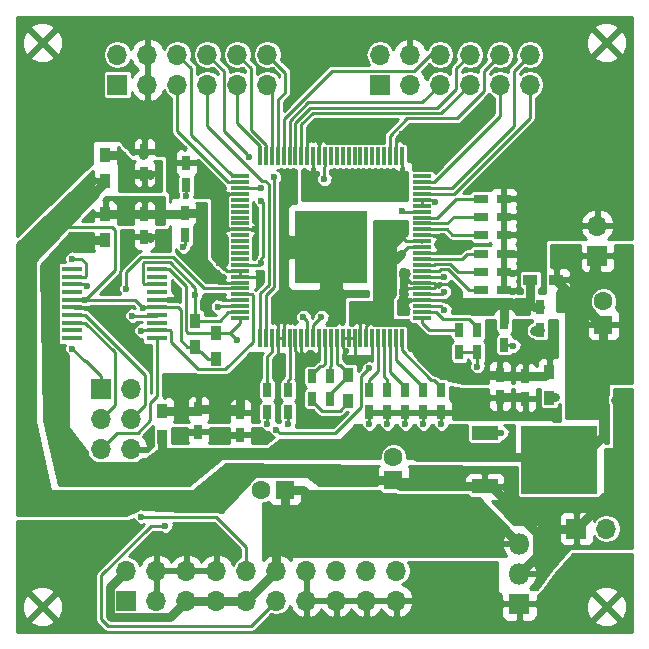
<source format=gbr>
G04 #@! TF.FileFunction,Copper,L1,Top,Signal*
%FSLAX46Y46*%
G04 Gerber Fmt 4.6, Leading zero omitted, Abs format (unit mm)*
G04 Created by KiCad (PCBNEW 4.0.5) date 09/19/17 16:04:31*
%MOMM*%
%LPD*%
G01*
G04 APERTURE LIST*
%ADD10C,0.100000*%
%ADD11R,1.700000X1.700000*%
%ADD12O,1.700000X1.700000*%
%ADD13R,1.500000X0.300000*%
%ADD14R,0.300000X1.500000*%
%ADD15R,6.200000X6.200000*%
%ADD16R,0.750000X1.200000*%
%ADD17R,1.750000X0.450000*%
%ADD18R,1.600000X1.600000*%
%ADD19C,1.600000*%
%ADD20R,1.800000X1.800000*%
%ADD21O,1.800000X1.800000*%
%ADD22R,1.200000X0.750000*%
%ADD23R,0.900000X1.200000*%
%ADD24R,1.200000X0.900000*%
%ADD25R,2.200000X1.200000*%
%ADD26R,6.400000X5.800000*%
%ADD27R,3.050000X2.750000*%
%ADD28C,0.600000*%
%ADD29C,0.750000*%
%ADD30C,0.250000*%
%ADD31C,0.254000*%
G04 APERTURE END LIST*
D10*
D11*
X86360000Y-58420000D03*
D12*
X86360000Y-55880000D03*
X88900000Y-58420000D03*
X88900000Y-55880000D03*
X91440000Y-58420000D03*
X91440000Y-55880000D03*
X93980000Y-58420000D03*
X93980000Y-55880000D03*
X96520000Y-58420000D03*
X96520000Y-55880000D03*
X99060000Y-58420000D03*
X99060000Y-55880000D03*
D13*
X112134000Y-78183000D03*
X112134000Y-77683000D03*
X112134000Y-77183000D03*
X112134000Y-76683000D03*
X112134000Y-76183000D03*
X112134000Y-75683000D03*
X112134000Y-75183000D03*
X112134000Y-74683000D03*
X112134000Y-74183000D03*
X112134000Y-73683000D03*
X112134000Y-73183000D03*
X112134000Y-72683000D03*
X112134000Y-72183000D03*
X112134000Y-71683000D03*
X112134000Y-71183000D03*
X112134000Y-70683000D03*
X112134000Y-70183000D03*
X112134000Y-69683000D03*
X112134000Y-69183000D03*
X112134000Y-68683000D03*
X112134000Y-68183000D03*
X112134000Y-67683000D03*
X112134000Y-67183000D03*
X112134000Y-66683000D03*
X112134000Y-66183000D03*
D14*
X110434000Y-64483000D03*
X109934000Y-64483000D03*
X109434000Y-64483000D03*
X108934000Y-64483000D03*
X108434000Y-64483000D03*
X107934000Y-64483000D03*
X107434000Y-64483000D03*
X106934000Y-64483000D03*
X106434000Y-64483000D03*
X105934000Y-64483000D03*
X105434000Y-64483000D03*
X104934000Y-64483000D03*
X104434000Y-64483000D03*
X103934000Y-64483000D03*
X103434000Y-64483000D03*
X102934000Y-64483000D03*
X102434000Y-64483000D03*
X101934000Y-64483000D03*
X101434000Y-64483000D03*
X100934000Y-64483000D03*
X100434000Y-64483000D03*
X99934000Y-64483000D03*
X99434000Y-64483000D03*
X98934000Y-64483000D03*
X98434000Y-64483000D03*
D13*
X96734000Y-66183000D03*
X96734000Y-66683000D03*
X96734000Y-67183000D03*
X96734000Y-67683000D03*
X96734000Y-68183000D03*
X96734000Y-68683000D03*
X96734000Y-69183000D03*
X96734000Y-69683000D03*
X96734000Y-70183000D03*
X96734000Y-70683000D03*
X96734000Y-71183000D03*
X96734000Y-71683000D03*
X96734000Y-72183000D03*
X96734000Y-72683000D03*
X96734000Y-73183000D03*
X96734000Y-73683000D03*
X96734000Y-74183000D03*
X96734000Y-74683000D03*
X96734000Y-75183000D03*
X96734000Y-75683000D03*
X96734000Y-76183000D03*
X96734000Y-76683000D03*
X96734000Y-77183000D03*
X96734000Y-77683000D03*
X96734000Y-78183000D03*
D14*
X98434000Y-79883000D03*
X98934000Y-79883000D03*
X99434000Y-79883000D03*
X99934000Y-79883000D03*
X100434000Y-79883000D03*
X100934000Y-79883000D03*
X101434000Y-79883000D03*
X101934000Y-79883000D03*
X102434000Y-79883000D03*
X102934000Y-79883000D03*
X103434000Y-79883000D03*
X103934000Y-79883000D03*
X104434000Y-79883000D03*
X104934000Y-79883000D03*
X105434000Y-79883000D03*
X105934000Y-79883000D03*
X106434000Y-79883000D03*
X106934000Y-79883000D03*
X107434000Y-79883000D03*
X107934000Y-79883000D03*
X108434000Y-79883000D03*
X108934000Y-79883000D03*
X109434000Y-79883000D03*
X109934000Y-79883000D03*
X110434000Y-79883000D03*
D15*
X104434000Y-72183000D03*
D16*
X122174000Y-77282000D03*
X122174000Y-79182000D03*
D17*
X82506000Y-74037000D03*
X82506000Y-74687000D03*
X82506000Y-75337000D03*
X82506000Y-75987000D03*
X82506000Y-76637000D03*
X82506000Y-77287000D03*
X82506000Y-77937000D03*
X82506000Y-78587000D03*
X82506000Y-79237000D03*
X82506000Y-79887000D03*
X89706000Y-79887000D03*
X89706000Y-79237000D03*
X89706000Y-78587000D03*
X89706000Y-77937000D03*
X89706000Y-77287000D03*
X89706000Y-76637000D03*
X89706000Y-75987000D03*
X89706000Y-75337000D03*
X89706000Y-74687000D03*
X89706000Y-74037000D03*
D11*
X87122000Y-102108000D03*
D12*
X87122000Y-99568000D03*
X89662000Y-102108000D03*
X89662000Y-99568000D03*
X92202000Y-102108000D03*
X92202000Y-99568000D03*
X94742000Y-102108000D03*
X94742000Y-99568000D03*
X97282000Y-102108000D03*
X97282000Y-99568000D03*
X99822000Y-102108000D03*
X99822000Y-99568000D03*
X102362000Y-102108000D03*
X102362000Y-99568000D03*
X104902000Y-102108000D03*
X104902000Y-99568000D03*
X107442000Y-102108000D03*
X107442000Y-99568000D03*
X109982000Y-102108000D03*
X109982000Y-99568000D03*
D18*
X100552000Y-92710000D03*
D19*
X98552000Y-92710000D03*
D20*
X120396000Y-102362000D03*
D21*
X120396000Y-99822000D03*
X120396000Y-97282000D03*
D16*
X118745000Y-82997000D03*
X118745000Y-84897000D03*
D18*
X109728000Y-91916000D03*
D19*
X109728000Y-89916000D03*
D18*
X127508000Y-78740000D03*
D19*
X127508000Y-76740000D03*
D16*
X92202000Y-66924000D03*
X92202000Y-65024000D03*
X119126000Y-78552000D03*
X119126000Y-80452000D03*
X92075000Y-69281000D03*
X92075000Y-71181000D03*
X96774000Y-86172000D03*
X96774000Y-88072000D03*
X104394000Y-83124000D03*
X104394000Y-85024000D03*
D22*
X117160000Y-75819000D03*
X119060000Y-75819000D03*
X117160000Y-72771000D03*
X119060000Y-72771000D03*
D16*
X110744000Y-84267000D03*
X110744000Y-86167000D03*
X116840000Y-79187000D03*
X116840000Y-81087000D03*
D22*
X117160000Y-69596000D03*
X119060000Y-69596000D03*
D16*
X100838000Y-84267000D03*
X100838000Y-86167000D03*
X109220000Y-84267000D03*
X109220000Y-86167000D03*
X115316000Y-79187000D03*
X115316000Y-81087000D03*
D22*
X117160000Y-74295000D03*
X119060000Y-74295000D03*
D16*
X107696000Y-84267000D03*
X107696000Y-86167000D03*
X113792000Y-84267000D03*
X113792000Y-86167000D03*
D22*
X117160000Y-71120000D03*
X119060000Y-71120000D03*
X117160000Y-68072000D03*
X119060000Y-68072000D03*
D16*
X99060000Y-84267000D03*
X99060000Y-86167000D03*
X112268000Y-84267000D03*
X112268000Y-86167000D03*
X102870000Y-83124000D03*
X102870000Y-85024000D03*
D11*
X84963000Y-84201000D03*
D12*
X87503000Y-84201000D03*
X84963000Y-86741000D03*
X87503000Y-86741000D03*
X84963000Y-89281000D03*
X87503000Y-89281000D03*
D23*
X122936000Y-84920000D03*
X122936000Y-82720000D03*
X85344000Y-66548000D03*
X85344000Y-64348000D03*
D24*
X123528000Y-74930000D03*
X121328000Y-74930000D03*
D23*
X85344000Y-71585000D03*
X85344000Y-69385000D03*
X90170000Y-88222000D03*
X90170000Y-86022000D03*
D11*
X108585000Y-58420000D03*
D12*
X108585000Y-55880000D03*
X111125000Y-58420000D03*
X111125000Y-55880000D03*
X113665000Y-58420000D03*
X113665000Y-55880000D03*
X116205000Y-58420000D03*
X116205000Y-55880000D03*
X118745000Y-58420000D03*
X118745000Y-55880000D03*
X121285000Y-58420000D03*
X121285000Y-55880000D03*
D23*
X94742000Y-81618000D03*
X94742000Y-79418000D03*
X92964000Y-80602000D03*
X92964000Y-78402000D03*
X105918000Y-85174000D03*
X105918000Y-82974000D03*
D25*
X117466000Y-87890000D03*
X117466000Y-92450000D03*
D26*
X123766000Y-90170000D03*
D27*
X125441000Y-91695000D03*
X122091000Y-88645000D03*
X125441000Y-88645000D03*
X122091000Y-91695000D03*
D16*
X93218000Y-85918000D03*
X93218000Y-87818000D03*
X88646000Y-65974000D03*
X88646000Y-64074000D03*
X88646000Y-69408000D03*
X88646000Y-71308000D03*
X120904000Y-83124000D03*
X120904000Y-85024000D03*
D11*
X125222000Y-96012000D03*
D12*
X127762000Y-96012000D03*
D11*
X127000000Y-72898000D03*
D12*
X127000000Y-70358000D03*
D28*
X100550164Y-78172554D03*
X105683942Y-81006058D03*
X121666000Y-79248000D03*
X89154000Y-71374000D03*
X92710000Y-87884000D03*
X103115761Y-81777207D03*
X107696410Y-81649103D03*
X114046000Y-72390000D03*
X102870000Y-62738000D03*
X84222891Y-77427252D03*
X90844394Y-76636999D03*
X92710000Y-65024000D03*
X96266000Y-88138000D03*
X119380000Y-84836000D03*
X113284000Y-68326000D03*
X114046000Y-74676000D03*
X94234000Y-76454000D03*
X119888000Y-80518000D03*
X113792000Y-87122000D03*
X112268000Y-87122000D03*
X110744000Y-87122000D03*
X109220000Y-87122000D03*
X107696000Y-87122000D03*
X119888000Y-75946000D03*
X119888000Y-74422000D03*
X119888000Y-72644000D03*
X119888000Y-71120000D03*
X119888000Y-69596000D03*
X119888000Y-68072000D03*
X91948000Y-72136000D03*
X106402000Y-74151000D03*
X105402000Y-74151000D03*
X104402000Y-74151000D03*
X103402000Y-74151000D03*
X102402000Y-74151000D03*
X106402000Y-73151000D03*
X105402000Y-73151000D03*
X104402000Y-73151000D03*
X103402000Y-73151000D03*
X102402000Y-73151000D03*
X106402000Y-72151000D03*
X105402000Y-72151000D03*
X104402000Y-72151000D03*
X103402000Y-72151000D03*
X102402000Y-72151000D03*
X106402000Y-71151000D03*
X105402000Y-71151000D03*
X104402000Y-71151000D03*
X103402000Y-71151000D03*
X102402000Y-71151000D03*
X106402000Y-70151000D03*
X105402000Y-70151000D03*
X104402000Y-70151000D03*
X103402000Y-70151000D03*
X102402000Y-70151000D03*
X106680000Y-81661000D03*
X102108000Y-81661000D03*
X99949000Y-78486000D03*
X100203000Y-81407000D03*
X98552000Y-75057000D03*
X94996000Y-73533000D03*
X98044000Y-70612000D03*
X94996000Y-67183000D03*
X103886000Y-62865000D03*
X110490000Y-62611000D03*
X114046000Y-77470000D03*
X113919000Y-71247000D03*
X114046000Y-75946000D03*
X123444000Y-84836000D03*
X79248000Y-89154000D03*
X128524000Y-85090000D03*
X88527335Y-77314773D03*
X83644394Y-76637001D03*
X78740000Y-85344000D03*
X120396000Y-89916000D03*
X107668840Y-82448629D03*
X99822000Y-87630000D03*
X112014000Y-80010000D03*
X110363000Y-71247000D03*
X110363000Y-72771000D03*
X106680000Y-78105000D03*
X108204000Y-78105000D03*
X89154000Y-66040000D03*
X98552000Y-68264990D03*
X92202000Y-67818000D03*
X98552000Y-73533000D03*
X110490000Y-66167000D03*
X102362000Y-66421000D03*
X98552000Y-67183000D03*
X110490000Y-69088000D03*
X110490000Y-77470000D03*
X110490000Y-75946000D03*
X110490000Y-74422000D03*
X93345000Y-69215000D03*
X94996000Y-75057000D03*
X103886000Y-66421000D03*
X98171000Y-81915000D03*
X102108000Y-78105000D03*
X103632000Y-78105000D03*
X116840000Y-82296000D03*
X100838000Y-87122000D03*
X99060000Y-87122000D03*
X83820000Y-75438000D03*
X82550000Y-80772000D03*
X82550000Y-73152000D03*
X88392000Y-79248000D03*
X87122000Y-75692000D03*
X87630000Y-77978000D03*
X92964000Y-76200000D03*
X96520000Y-80010000D03*
X88392000Y-94996000D03*
X90424000Y-95758000D03*
X97536000Y-64516000D03*
X99649744Y-66256173D03*
X94869000Y-77216000D03*
X118872000Y-87884000D03*
D29*
X100552000Y-92710000D02*
X102102000Y-92710000D01*
X102102000Y-92710000D02*
X103372000Y-93980000D01*
X117094000Y-93980000D02*
X120396000Y-97282000D01*
X103372000Y-93980000D02*
X117094000Y-93980000D01*
X99822000Y-97536000D02*
X100552000Y-96806000D01*
X100552000Y-96806000D02*
X100552000Y-92710000D01*
X99822000Y-99568000D02*
X99822000Y-97536000D01*
X97282000Y-102108000D02*
X99822000Y-99568000D01*
X94742000Y-102108000D02*
X97282000Y-102108000D01*
X92202000Y-102108000D02*
X94742000Y-102108000D01*
X87122000Y-99568000D02*
X85696999Y-100993001D01*
X91352001Y-102957999D02*
X92202000Y-102108000D01*
X85696999Y-100993001D02*
X85696999Y-103418001D01*
X85696999Y-103418001D02*
X85811999Y-103533001D01*
X85811999Y-103533001D02*
X90776999Y-103533001D01*
X90776999Y-103533001D02*
X91352001Y-102957999D01*
X118745000Y-84897000D02*
X120777000Y-84897000D01*
X120777000Y-84897000D02*
X120904000Y-85024000D01*
D30*
X100434000Y-79883000D02*
X99934000Y-79883000D01*
X100434000Y-79883000D02*
X100434000Y-78288718D01*
X100434000Y-78288718D02*
X100550164Y-78172554D01*
X105434000Y-79883000D02*
X105434000Y-80756116D01*
X105434000Y-80756116D02*
X105683942Y-81006058D01*
X96734000Y-74683000D02*
X96734000Y-74183000D01*
X96734000Y-70683000D02*
X95734000Y-70683000D01*
X95734000Y-70683000D02*
X95658999Y-70607999D01*
X95658999Y-70607999D02*
X95658999Y-67758001D01*
X95658999Y-67758001D02*
X95734000Y-67683000D01*
D29*
X122174000Y-79182000D02*
X121732000Y-79182000D01*
X121732000Y-79182000D02*
X121666000Y-79248000D01*
X88560000Y-64348000D02*
X88646000Y-64262000D01*
X88646000Y-71308000D02*
X89088000Y-71308000D01*
X89088000Y-71308000D02*
X89154000Y-71374000D01*
D30*
X93218000Y-87818000D02*
X92776000Y-87818000D01*
X92776000Y-87818000D02*
X92710000Y-87884000D01*
X112134000Y-72683000D02*
X113753000Y-72683000D01*
X113753000Y-72683000D02*
X114046000Y-72390000D01*
X103434000Y-79883000D02*
X103434000Y-81458968D01*
X103434000Y-81458968D02*
X103115761Y-81777207D01*
X107934000Y-79883000D02*
X107934000Y-81411513D01*
X107934000Y-81411513D02*
X107696410Y-81649103D01*
X102434000Y-64483000D02*
X102434000Y-63174000D01*
X102434000Y-63174000D02*
X102870000Y-62738000D01*
X82506000Y-77287000D02*
X84082639Y-77287000D01*
X84082639Y-77287000D02*
X84222891Y-77427252D01*
X89706000Y-76637000D02*
X90844393Y-76637000D01*
X90844393Y-76637000D02*
X90844394Y-76636999D01*
X92202000Y-65024000D02*
X92710000Y-65024000D01*
X96774000Y-88072000D02*
X96332000Y-88072000D01*
X96332000Y-88072000D02*
X96266000Y-88138000D01*
X118745000Y-84897000D02*
X119319000Y-84897000D01*
X119319000Y-84897000D02*
X119380000Y-84836000D01*
X112134000Y-68183000D02*
X113141000Y-68183000D01*
X113141000Y-68183000D02*
X113284000Y-68326000D01*
X112134000Y-74683000D02*
X114039000Y-74683000D01*
X114039000Y-74683000D02*
X114046000Y-74676000D01*
X96734000Y-76683000D02*
X95261002Y-76683000D01*
X95261002Y-76683000D02*
X95032002Y-76454000D01*
X95032002Y-76454000D02*
X94234000Y-76454000D01*
X119126000Y-80452000D02*
X119822000Y-80452000D01*
X119822000Y-80452000D02*
X119888000Y-80518000D01*
X113792000Y-86167000D02*
X113792000Y-87122000D01*
X112268000Y-86167000D02*
X112268000Y-87122000D01*
X110744000Y-86167000D02*
X110744000Y-87122000D01*
X109220000Y-86167000D02*
X109220000Y-87122000D01*
X107696000Y-86167000D02*
X107696000Y-87122000D01*
X119060000Y-75819000D02*
X119761000Y-75819000D01*
X119761000Y-75819000D02*
X119888000Y-75946000D01*
X119060000Y-74295000D02*
X119761000Y-74295000D01*
X119761000Y-74295000D02*
X119888000Y-74422000D01*
X119060000Y-72771000D02*
X119761000Y-72771000D01*
X119761000Y-72771000D02*
X119888000Y-72644000D01*
X119060000Y-71120000D02*
X119888000Y-71120000D01*
X119060000Y-69596000D02*
X119888000Y-69596000D01*
X119060000Y-68072000D02*
X119888000Y-68072000D01*
X92075000Y-71181000D02*
X92075000Y-72009000D01*
X92075000Y-72009000D02*
X91948000Y-72136000D01*
X106434000Y-79883000D02*
X106434000Y-81415000D01*
X106434000Y-81415000D02*
X106680000Y-81661000D01*
X105934000Y-79883000D02*
X106434000Y-79883000D01*
X105434000Y-79883000D02*
X105934000Y-79883000D01*
X101934000Y-79883000D02*
X101934000Y-81487000D01*
X101934000Y-81487000D02*
X102108000Y-81661000D01*
X101434000Y-79883000D02*
X101434000Y-80987000D01*
X101434000Y-80987000D02*
X102108000Y-81661000D01*
X99934000Y-79883000D02*
X99934000Y-78501000D01*
X99934000Y-78501000D02*
X99949000Y-78486000D01*
X99934000Y-79883000D02*
X99934000Y-81138000D01*
X99934000Y-81138000D02*
X100203000Y-81407000D01*
X96734000Y-74683000D02*
X98178000Y-74683000D01*
X98178000Y-74683000D02*
X98552000Y-75057000D01*
X96734000Y-74183000D02*
X95646000Y-74183000D01*
X95646000Y-74183000D02*
X94996000Y-73533000D01*
X96734000Y-70683000D02*
X97973000Y-70683000D01*
X97973000Y-70683000D02*
X98044000Y-70612000D01*
X96734000Y-67683000D02*
X95496000Y-67683000D01*
X95496000Y-67683000D02*
X94996000Y-67183000D01*
X103434000Y-64483000D02*
X103434000Y-63317000D01*
X103434000Y-63317000D02*
X103886000Y-62865000D01*
X109934000Y-64483000D02*
X109934000Y-63167000D01*
X109934000Y-63167000D02*
X110490000Y-62611000D01*
X112134000Y-68183000D02*
X112134000Y-68683000D01*
X112134000Y-77183000D02*
X113759000Y-77183000D01*
X113759000Y-77183000D02*
X114046000Y-77470000D01*
X112134000Y-71183000D02*
X113855000Y-71183000D01*
X113855000Y-71183000D02*
X113919000Y-71247000D01*
X112134000Y-76183000D02*
X113809000Y-76183000D01*
X113809000Y-76183000D02*
X114046000Y-75946000D01*
D29*
X123444000Y-84836000D02*
X123020000Y-84836000D01*
X123020000Y-84836000D02*
X122936000Y-84920000D01*
X117466000Y-92450000D02*
X110262000Y-92450000D01*
X110262000Y-92450000D02*
X109728000Y-91916000D01*
X129573001Y-91660999D02*
X127000000Y-94234000D01*
X127000000Y-94234000D02*
X125222000Y-96012000D01*
X117466000Y-92450000D02*
X117966000Y-92450000D01*
X117966000Y-92450000D02*
X119750000Y-94234000D01*
X119750000Y-94234000D02*
X127000000Y-94234000D01*
X121871001Y-98346999D02*
X121871001Y-96355001D01*
X121871001Y-96355001D02*
X117966000Y-92450000D01*
X120396000Y-99822000D02*
X121871001Y-98346999D01*
X121871001Y-98346999D02*
X121871001Y-97762999D01*
X123622000Y-96012000D02*
X125222000Y-96012000D01*
X121871001Y-97762999D02*
X123622000Y-96012000D01*
X129573001Y-86139001D02*
X129573001Y-91660999D01*
X109728000Y-91916000D02*
X108178000Y-91916000D01*
X108178000Y-91916000D02*
X107596999Y-91334999D01*
X107596999Y-91334999D02*
X97891999Y-91334999D01*
X80772000Y-93980000D02*
X78740000Y-91948000D01*
X97891999Y-91334999D02*
X95246998Y-93980000D01*
X95246998Y-93980000D02*
X80772000Y-93980000D01*
X78740000Y-91948000D02*
X78740000Y-86510519D01*
D30*
X83644394Y-76637001D02*
X87849563Y-76637001D01*
X87849563Y-76637001D02*
X88527335Y-77314773D01*
D29*
X129573001Y-86139001D02*
X128524000Y-85090000D01*
D30*
X91511000Y-77287000D02*
X91738989Y-77514989D01*
X91738989Y-77514989D02*
X91738989Y-80076989D01*
X91738989Y-80076989D02*
X92264000Y-80602000D01*
X92264000Y-80602000D02*
X92964000Y-80602000D01*
X89706000Y-77287000D02*
X91511000Y-77287000D01*
X93472000Y-81048000D02*
X93410000Y-81048000D01*
X93410000Y-81048000D02*
X92964000Y-80602000D01*
X94742000Y-81618000D02*
X94042000Y-81618000D01*
X94042000Y-81618000D02*
X93472000Y-81048000D01*
X86119913Y-70725911D02*
X86119913Y-74161482D01*
X86119913Y-74161482D02*
X83644394Y-76637001D01*
X89706000Y-77287000D02*
X88555108Y-77287000D01*
X88555108Y-77287000D02*
X88527335Y-77314773D01*
X82506000Y-76637000D02*
X83644393Y-76637000D01*
X83644393Y-76637000D02*
X83644394Y-76637001D01*
X81534000Y-70508000D02*
X85902002Y-70508000D01*
X85902002Y-70508000D02*
X86119913Y-70725911D01*
D29*
X78740000Y-76454000D02*
X78740000Y-85344000D01*
X78740000Y-85344000D02*
X78740000Y-86510519D01*
X78740000Y-73302000D02*
X78740000Y-76454000D01*
X85344000Y-66698000D02*
X78740000Y-73302000D01*
X82518989Y-69523011D02*
X83058000Y-68984000D01*
X83058000Y-68984000D02*
X85344000Y-66698000D01*
X81534000Y-70508000D02*
X83058000Y-68984000D01*
X85344000Y-66698000D02*
X85344000Y-66548000D01*
X121412000Y-89916000D02*
X120396000Y-89916000D01*
X120396000Y-89916000D02*
X111763002Y-89916000D01*
X126746000Y-72644000D02*
X126746000Y-74244000D01*
X126132999Y-74857001D02*
X126132999Y-77364999D01*
X126746000Y-74244000D02*
X126132999Y-74857001D01*
X126132999Y-77364999D02*
X127508000Y-78740000D01*
X127508000Y-78740000D02*
X127338000Y-78740000D01*
X127338000Y-78740000D02*
X123528000Y-74930000D01*
X85344000Y-71585000D02*
X82822998Y-71585000D01*
X82822998Y-71585000D02*
X81055999Y-73351999D01*
X81055999Y-73351999D02*
X81055999Y-87483001D01*
X81055999Y-87483001D02*
X84278999Y-90706001D01*
X84278999Y-90706001D02*
X88187001Y-90706001D01*
X88187001Y-90706001D02*
X88508013Y-90384989D01*
X89357011Y-90384989D02*
X90170000Y-89572000D01*
X88508013Y-90384989D02*
X89357011Y-90384989D01*
X90170000Y-89572000D02*
X108036998Y-89572000D01*
X108036998Y-89572000D02*
X109067999Y-88540999D01*
X109067999Y-88540999D02*
X110388001Y-88540999D01*
X90170000Y-89572000D02*
X90170000Y-88222000D01*
X125798000Y-89916000D02*
X121412000Y-89916000D01*
X111763002Y-89916000D02*
X110388001Y-88540999D01*
X127508000Y-78740000D02*
X127508000Y-88206000D01*
X127508000Y-88206000D02*
X125798000Y-89916000D01*
X120904000Y-83124000D02*
X118872000Y-83124000D01*
X118872000Y-83124000D02*
X118745000Y-82997000D01*
X120904000Y-83124000D02*
X122532000Y-83124000D01*
X122532000Y-83124000D02*
X122936000Y-82720000D01*
D30*
X107668840Y-82448629D02*
X106995999Y-83121470D01*
X106995999Y-83121470D02*
X106995999Y-85731003D01*
X99822000Y-87630000D02*
X100121999Y-87929999D01*
X100121999Y-87929999D02*
X104797003Y-87929999D01*
X104797003Y-87929999D02*
X106995999Y-85731003D01*
D29*
X112014000Y-80010000D02*
X112014000Y-81499038D01*
X112014000Y-81499038D02*
X113231952Y-82716990D01*
X113231952Y-82716990D02*
X114720990Y-82716990D01*
X114720990Y-82716990D02*
X115175001Y-83171001D01*
X115175001Y-83171001D02*
X117445999Y-83171001D01*
X117445999Y-83171001D02*
X117620000Y-82997000D01*
X117620000Y-82997000D02*
X118745000Y-82997000D01*
X109614999Y-73265001D02*
X109614999Y-71995001D01*
X109614999Y-71995001D02*
X110063001Y-71546999D01*
X110063001Y-71546999D02*
X110363000Y-71247000D01*
X109614999Y-73265001D02*
X109868999Y-73265001D01*
X109868999Y-73265001D02*
X110063001Y-73070999D01*
X110063001Y-73070999D02*
X110363000Y-72771000D01*
X107696000Y-78105000D02*
X108204000Y-78105000D01*
X106680000Y-78105000D02*
X107696000Y-78105000D01*
X107696000Y-78105000D02*
X109614999Y-76186001D01*
X109614999Y-76186001D02*
X109614999Y-73265001D01*
X118779000Y-82963000D02*
X118745000Y-82997000D01*
D30*
X112134000Y-71683000D02*
X110799000Y-71683000D01*
X110799000Y-71683000D02*
X110363000Y-71247000D01*
X110363000Y-72771000D02*
X110951000Y-72183000D01*
X110951000Y-72183000D02*
X112134000Y-72183000D01*
X106934000Y-79883000D02*
X106934000Y-78359000D01*
X106934000Y-78359000D02*
X106680000Y-78105000D01*
X108204000Y-78105000D02*
X107434000Y-78875000D01*
X107434000Y-78875000D02*
X107434000Y-79883000D01*
X112062000Y-71755000D02*
X112134000Y-71683000D01*
D29*
X88646000Y-65974000D02*
X89088000Y-65974000D01*
X89088000Y-65974000D02*
X89154000Y-66040000D01*
X86732000Y-64348000D02*
X86732000Y-65185000D01*
X86732000Y-65185000D02*
X87521000Y-65974000D01*
X87521000Y-65974000D02*
X88646000Y-65974000D01*
D30*
X98552000Y-73533000D02*
X98552000Y-73108736D01*
X98552000Y-73108736D02*
X98669001Y-72991735D01*
X98669001Y-72991735D02*
X98669001Y-68381991D01*
X98669001Y-68381991D02*
X98552000Y-68264990D01*
D29*
X85344000Y-64348000D02*
X86732000Y-64348000D01*
D30*
X92202000Y-66924000D02*
X92202000Y-67818000D01*
D29*
X102362000Y-66421000D02*
X103505000Y-67564000D01*
X103505000Y-67564000D02*
X109093000Y-67564000D01*
X109093000Y-67564000D02*
X110190001Y-66466999D01*
X110190001Y-66466999D02*
X110490000Y-66167000D01*
D30*
X96734000Y-73683000D02*
X98402000Y-73683000D01*
X98402000Y-73683000D02*
X98552000Y-73533000D01*
X110490000Y-66167000D02*
X110490000Y-64539000D01*
X110490000Y-64539000D02*
X110434000Y-64483000D01*
X102362000Y-66421000D02*
X102934000Y-65849000D01*
X102934000Y-65849000D02*
X102934000Y-64483000D01*
X98552000Y-67183000D02*
X96734000Y-67183000D01*
D29*
X122174000Y-77282000D02*
X121648000Y-77282000D01*
X121648000Y-77282000D02*
X121328000Y-76962000D01*
D30*
X112134000Y-69183000D02*
X110585000Y-69183000D01*
X110585000Y-69183000D02*
X110490000Y-69088000D01*
D29*
X121328000Y-76962000D02*
X119126000Y-76962000D01*
X119126000Y-76962000D02*
X115316000Y-76962000D01*
X119126000Y-78552000D02*
X119126000Y-76962000D01*
X115316000Y-76962000D02*
X114833002Y-76962000D01*
X114833002Y-76962000D02*
X114579002Y-76708000D01*
X114921001Y-76366001D02*
X114921001Y-75810963D01*
X121328000Y-74930000D02*
X121328000Y-76962000D01*
D30*
X114346001Y-75320999D02*
X114921001Y-75810963D01*
X114921001Y-75810963D02*
X114671001Y-75645999D01*
D29*
X115316000Y-76962000D02*
X114820501Y-76466501D01*
X114820501Y-76466501D02*
X114921001Y-76366001D01*
D30*
X113703996Y-75363002D02*
X113745999Y-75320999D01*
X113745999Y-75320999D02*
X114346001Y-75320999D01*
X114671001Y-75645999D02*
X114671001Y-76616001D01*
X114671001Y-76616001D02*
X114579002Y-76708000D01*
X114579002Y-76708000D02*
X113183990Y-76633010D01*
X113183990Y-76633010D02*
X113134000Y-76683000D01*
X113703996Y-75363002D02*
X113314002Y-75363002D01*
X113134000Y-76683000D02*
X112134000Y-76683000D01*
X112134000Y-75683000D02*
X113134000Y-75683000D01*
X113134000Y-75683000D02*
X113314002Y-75502998D01*
X113314002Y-75502998D02*
X113314002Y-75438000D01*
X113314002Y-75438000D02*
X113314002Y-75363002D01*
X113314002Y-75363002D02*
X113134000Y-75183000D01*
X113134000Y-75183000D02*
X112134000Y-75183000D01*
X110490000Y-77470000D02*
X110789999Y-77170001D01*
X110789999Y-77170001D02*
X110789999Y-77027001D01*
X110789999Y-77027001D02*
X111134000Y-76683000D01*
X111134000Y-76683000D02*
X112134000Y-76683000D01*
X112134000Y-75683000D02*
X110753000Y-75683000D01*
X110753000Y-75683000D02*
X110490000Y-75946000D01*
X110490000Y-74422000D02*
X111251000Y-75183000D01*
X111251000Y-75183000D02*
X112134000Y-75183000D01*
D29*
X88646000Y-69408000D02*
X91948000Y-69408000D01*
X91948000Y-69408000D02*
X92075000Y-69281000D01*
X85344000Y-69385000D02*
X88623000Y-69385000D01*
X88623000Y-69385000D02*
X88646000Y-69408000D01*
X93345000Y-69215000D02*
X93345000Y-73331990D01*
X93345000Y-73331990D02*
X94996000Y-74982990D01*
X92075000Y-69281000D02*
X93279000Y-69281000D01*
X93279000Y-69281000D02*
X93345000Y-69215000D01*
D30*
X94996000Y-75057000D02*
X95122000Y-75183000D01*
X95122000Y-75183000D02*
X96734000Y-75183000D01*
X103958999Y-65332001D02*
X103958999Y-64969999D01*
X103958999Y-64969999D02*
X103934000Y-64945000D01*
X103934000Y-64945000D02*
X103934000Y-64483000D01*
X103886000Y-66421000D02*
X103886000Y-65405000D01*
X103886000Y-65405000D02*
X103958999Y-65332001D01*
D29*
X93218000Y-85918000D02*
X96520000Y-85918000D01*
X96520000Y-85918000D02*
X96774000Y-86172000D01*
X90170000Y-86022000D02*
X93114000Y-86022000D01*
X93114000Y-86022000D02*
X93218000Y-85918000D01*
X96774000Y-86172000D02*
X96774000Y-83312000D01*
X96774000Y-83312000D02*
X98171000Y-81915000D01*
D30*
X102434000Y-79883000D02*
X102434000Y-78431000D01*
X102434000Y-78431000D02*
X102108000Y-78105000D01*
X103632000Y-78105000D02*
X102934000Y-78803000D01*
X102934000Y-78803000D02*
X102934000Y-79883000D01*
X104394000Y-83124000D02*
X104394000Y-82274000D01*
X104434000Y-80883000D02*
X104434000Y-79883000D01*
X104394000Y-82274000D02*
X104434000Y-82234000D01*
X104434000Y-82234000D02*
X104434000Y-80883000D01*
X104934000Y-79883000D02*
X104934000Y-81990000D01*
X104934000Y-81990000D02*
X105068000Y-82124000D01*
X105068000Y-82124000D02*
X105218000Y-82124000D01*
X105218000Y-82124000D02*
X105918000Y-82824000D01*
X105918000Y-82824000D02*
X105918000Y-82974000D01*
X104394000Y-85024000D02*
X104394000Y-84648000D01*
X104394000Y-84648000D02*
X105918000Y-83124000D01*
X105918000Y-83124000D02*
X105918000Y-82974000D01*
X112134000Y-74183000D02*
X113613998Y-74183000D01*
X113613998Y-74183000D02*
X113745999Y-74050999D01*
X113745999Y-74050999D02*
X114346001Y-74050999D01*
X114346001Y-74050999D02*
X116114002Y-75819000D01*
X116114002Y-75819000D02*
X117160000Y-75819000D01*
X117160000Y-75819000D02*
X116935000Y-75819000D01*
X115568979Y-73150979D02*
X115948958Y-72771000D01*
X115948958Y-72771000D02*
X117160000Y-72771000D01*
X112997590Y-73183000D02*
X113029611Y-73150979D01*
X113029611Y-73150979D02*
X115568979Y-73150979D01*
X112134000Y-73183000D02*
X112997590Y-73183000D01*
X110744000Y-84267000D02*
X110744000Y-84042000D01*
X110744000Y-84042000D02*
X109434000Y-82732000D01*
X109434000Y-82732000D02*
X109434000Y-80883000D01*
X109434000Y-80883000D02*
X109434000Y-79883000D01*
X112134000Y-77683000D02*
X113333998Y-77683000D01*
X113333998Y-77683000D02*
X113912997Y-78261999D01*
X113912997Y-78261999D02*
X116139999Y-78261999D01*
X116139999Y-78261999D02*
X116840000Y-78962000D01*
X116840000Y-78962000D02*
X116840000Y-79187000D01*
X112134000Y-77683000D02*
X113370000Y-77683000D01*
X116840000Y-82296000D02*
X116840000Y-81937000D01*
X116840000Y-81087000D02*
X116840000Y-81937000D01*
X116840000Y-81087000D02*
X115316000Y-81087000D01*
X116144000Y-69596000D02*
X117160000Y-69596000D01*
X112134000Y-70183000D02*
X113134000Y-70183000D01*
X113134000Y-70183000D02*
X113145011Y-70171989D01*
X113145011Y-70171989D02*
X114300000Y-70171989D01*
X114300000Y-70171989D02*
X114875989Y-69596000D01*
X114875989Y-69596000D02*
X116144000Y-69596000D01*
X100838000Y-84267000D02*
X100838000Y-83417000D01*
X100838000Y-83417000D02*
X100934000Y-83321000D01*
X100934000Y-83321000D02*
X100934000Y-80883000D01*
X100934000Y-80883000D02*
X100934000Y-79883000D01*
X100838000Y-87122000D02*
X100838000Y-86167000D01*
X109220000Y-84267000D02*
X109220000Y-83417000D01*
X108934000Y-83131000D02*
X108934000Y-80883000D01*
X108934000Y-80883000D02*
X108934000Y-79883000D01*
X109220000Y-83417000D02*
X108934000Y-83131000D01*
X115316000Y-79187000D02*
X112738000Y-79187000D01*
X112738000Y-79187000D02*
X112134000Y-78583000D01*
X112134000Y-78583000D02*
X112134000Y-78183000D01*
X117160000Y-74295000D02*
X115226412Y-74295000D01*
X115226412Y-74295000D02*
X114532401Y-73600989D01*
X114532401Y-73600989D02*
X113216011Y-73600989D01*
X113216011Y-73600989D02*
X113134000Y-73683000D01*
X113134000Y-73683000D02*
X112134000Y-73683000D01*
X112158999Y-73658001D02*
X112134000Y-73683000D01*
X107696000Y-84267000D02*
X107696000Y-83417000D01*
X107696000Y-83417000D02*
X108434000Y-82679000D01*
X108434000Y-82679000D02*
X108434000Y-80883000D01*
X108434000Y-80883000D02*
X108434000Y-79883000D01*
X110434000Y-79883000D02*
X110434000Y-80909000D01*
X110434000Y-80909000D02*
X112942000Y-83417000D01*
X112942000Y-83417000D02*
X113167000Y-83417000D01*
X113167000Y-83417000D02*
X113792000Y-84042000D01*
X113792000Y-84042000D02*
X113792000Y-84267000D01*
X112134000Y-70683000D02*
X113467000Y-70683000D01*
X113467000Y-70683000D02*
X113528001Y-70621999D01*
X113528001Y-70621999D02*
X114219001Y-70621999D01*
X114219001Y-70621999D02*
X114717002Y-71120000D01*
X114717002Y-71120000D02*
X116144000Y-71120000D01*
X116144000Y-71120000D02*
X117160000Y-71120000D01*
X112158999Y-70658001D02*
X112134000Y-70683000D01*
X117160000Y-68072000D02*
X115064820Y-68072000D01*
X115064820Y-68072000D02*
X113453820Y-69683000D01*
X113453820Y-69683000D02*
X113134000Y-69683000D01*
X113134000Y-69683000D02*
X112134000Y-69683000D01*
X116935000Y-68072000D02*
X117160000Y-68072000D01*
X99060000Y-84267000D02*
X99060000Y-81422000D01*
X99060000Y-81422000D02*
X99458999Y-81023001D01*
X99458999Y-81023001D02*
X99458999Y-79907999D01*
X99458999Y-79907999D02*
X99434000Y-79883000D01*
X99060000Y-87122000D02*
X99060000Y-86167000D01*
X112268000Y-84267000D02*
X112268000Y-84042000D01*
X112268000Y-84042000D02*
X109934000Y-81708000D01*
X109934000Y-81708000D02*
X109934000Y-80883000D01*
X109934000Y-80883000D02*
X109934000Y-79883000D01*
X103934000Y-79883000D02*
X103934000Y-82060000D01*
X103720000Y-82274000D02*
X103495000Y-82274000D01*
X103934000Y-82060000D02*
X103720000Y-82274000D01*
X103495000Y-82274000D02*
X102870000Y-82899000D01*
X102870000Y-82899000D02*
X102870000Y-83124000D01*
X102870000Y-85024000D02*
X102870000Y-85249000D01*
X102870000Y-85249000D02*
X103645000Y-86024000D01*
X103645000Y-86024000D02*
X105218000Y-86024000D01*
X105218000Y-86024000D02*
X105918000Y-85324000D01*
X105918000Y-85324000D02*
X105918000Y-85174000D01*
X83820000Y-75438000D02*
X83719000Y-75337000D01*
X83719000Y-75337000D02*
X82506000Y-75337000D01*
X83718999Y-81856999D02*
X83634999Y-81856999D01*
X83634999Y-81856999D02*
X82550000Y-80772000D01*
X83718999Y-81856999D02*
X84963000Y-83101000D01*
X84963000Y-83101000D02*
X84963000Y-84201000D01*
X86138001Y-85565999D02*
X86138001Y-81094001D01*
X86138001Y-81094001D02*
X83631000Y-78587000D01*
X83631000Y-78587000D02*
X82506000Y-78587000D01*
X86138001Y-85565999D02*
X84963000Y-86741000D01*
X87503000Y-86741000D02*
X88678001Y-85565999D01*
X88678001Y-85565999D02*
X88678001Y-82984001D01*
X88678001Y-82984001D02*
X83631000Y-77937000D01*
X83631000Y-77937000D02*
X82506000Y-77937000D01*
X89128011Y-85344000D02*
X89128011Y-86854991D01*
X89128011Y-85344000D02*
X89706000Y-84766011D01*
X89706000Y-84766011D02*
X89706000Y-80362000D01*
X89706000Y-80362000D02*
X89706000Y-79887000D01*
X84963000Y-89281000D02*
X86327999Y-87916001D01*
X86327999Y-87916001D02*
X88067001Y-87916001D01*
X88067001Y-87916001D02*
X89128011Y-86854991D01*
X82550000Y-73152000D02*
X83306002Y-73152000D01*
X83706001Y-73551999D02*
X83706001Y-74611999D01*
X83306002Y-73152000D02*
X83706001Y-73551999D01*
X83706001Y-74611999D02*
X83631000Y-74687000D01*
X83631000Y-74687000D02*
X82506000Y-74687000D01*
X82517000Y-74676000D02*
X82506000Y-74687000D01*
X96734000Y-76183000D02*
X97734000Y-76183000D01*
X97734000Y-76183000D02*
X97809001Y-76258001D01*
X97809001Y-76258001D02*
X97809001Y-80186001D01*
X95452001Y-82543001D02*
X93211001Y-82543001D01*
X97809001Y-80186001D02*
X95452001Y-82543001D01*
X93211001Y-82543001D02*
X90906001Y-80238001D01*
X90906001Y-80238001D02*
X90906001Y-79312001D01*
X90906001Y-79312001D02*
X90831000Y-79237000D01*
X90831000Y-79237000D02*
X89706000Y-79237000D01*
X89706000Y-79237000D02*
X88403000Y-79237000D01*
X88403000Y-79237000D02*
X88392000Y-79248000D01*
X87122000Y-75692000D02*
X87122000Y-74299588D01*
X87122000Y-74299588D02*
X88384598Y-73036990D01*
X88384598Y-73036990D02*
X91027401Y-73036989D01*
X93673412Y-75683000D02*
X95734000Y-75683000D01*
X91027401Y-73036989D02*
X93673412Y-75683000D01*
X95734000Y-75683000D02*
X96734000Y-75683000D01*
X87630000Y-77978000D02*
X89665000Y-77978000D01*
X89665000Y-77978000D02*
X89706000Y-77937000D01*
X92964000Y-76200000D02*
X92964000Y-77552000D01*
X92964000Y-75609998D02*
X92964000Y-76200000D01*
X90841001Y-73486999D02*
X92964000Y-75609998D01*
X92964000Y-77552000D02*
X92964000Y-78402000D01*
X92964000Y-78402000D02*
X95029998Y-78402000D01*
X88570999Y-73486999D02*
X90841001Y-73486999D01*
X88505999Y-75261999D02*
X88505999Y-73551999D01*
X88505999Y-73551999D02*
X88570999Y-73486999D01*
X88581000Y-75337000D02*
X88505999Y-75261999D01*
X89706000Y-75337000D02*
X88581000Y-75337000D01*
X95029998Y-78402000D02*
X95748998Y-77683000D01*
X95748998Y-77683000D02*
X96734000Y-77683000D01*
X95734000Y-77683000D02*
X96734000Y-77683000D01*
X96520000Y-80010000D02*
X96491000Y-80010000D01*
X96491000Y-80010000D02*
X95899000Y-79418000D01*
X92188999Y-75484997D02*
X92188999Y-79262001D01*
X90741002Y-74037000D02*
X92188999Y-75484997D01*
X89706000Y-74037000D02*
X90741002Y-74037000D01*
X94742000Y-79418000D02*
X95899000Y-79418000D01*
X95899000Y-79418000D02*
X96734000Y-78583000D01*
X96734000Y-78583000D02*
X96734000Y-78183000D01*
X92344998Y-79418000D02*
X94042000Y-79418000D01*
X92188999Y-79262001D02*
X92344998Y-79418000D01*
X94042000Y-79418000D02*
X94742000Y-79418000D01*
X96734000Y-78183000D02*
X96017412Y-78183000D01*
X96734000Y-78183000D02*
X96144412Y-78183000D01*
X88392000Y-94996000D02*
X94742000Y-94996000D01*
X94742000Y-94996000D02*
X97282000Y-97536000D01*
X97282000Y-97536000D02*
X97282000Y-99568000D01*
X90424000Y-95758000D02*
X89192998Y-95758000D01*
X85522046Y-104233011D02*
X97696989Y-104233011D01*
X97696989Y-104233011D02*
X98972001Y-102957999D01*
X89192998Y-95758000D02*
X84996989Y-99954009D01*
X84996989Y-99954009D02*
X84996989Y-103707954D01*
X84996989Y-103707954D02*
X85522046Y-104233011D01*
X98972001Y-102957999D02*
X99822000Y-102108000D01*
X98434000Y-64483000D02*
X98434000Y-63619410D01*
X98434000Y-63619410D02*
X96520000Y-61705410D01*
X96520000Y-61705410D02*
X96520000Y-58420000D01*
X113665000Y-55880000D02*
X112864002Y-55880000D01*
X112864002Y-55880000D02*
X111499003Y-57244999D01*
X100434000Y-61364000D02*
X100434000Y-64483000D01*
X111499003Y-57244999D02*
X104553001Y-57244999D01*
X104553001Y-57244999D02*
X100434000Y-61364000D01*
X98958999Y-63507999D02*
X98958999Y-64458001D01*
X98958999Y-64458001D02*
X98934000Y-64483000D01*
X97695001Y-62244001D02*
X98958999Y-63507999D01*
X96520000Y-55880000D02*
X97695001Y-57055001D01*
X97695001Y-57055001D02*
X97695001Y-62244001D01*
X100934000Y-64483000D02*
X100934000Y-61500410D01*
X100934000Y-61500410D02*
X102505000Y-59929410D01*
X102505000Y-59929410D02*
X112155590Y-59929410D01*
X112155590Y-59929410D02*
X113665000Y-58420000D01*
X99434000Y-64483000D02*
X99434000Y-58794000D01*
X99434000Y-58794000D02*
X99060000Y-58420000D01*
X102691400Y-60379420D02*
X101434000Y-61636820D01*
X101434000Y-61636820D02*
X101434000Y-64483000D01*
X113444582Y-60379420D02*
X102691400Y-60379420D01*
X116205000Y-55880000D02*
X115029999Y-57055001D01*
X115029999Y-58794003D02*
X113444582Y-60379420D01*
X115029999Y-57055001D02*
X115029999Y-58794003D01*
X100584000Y-57404000D02*
X100584000Y-59055000D01*
X99934000Y-64483000D02*
X99934000Y-59705000D01*
X99934000Y-59705000D02*
X100584000Y-59055000D01*
X99060000Y-55880000D02*
X100584000Y-57404000D01*
X102877800Y-60829430D02*
X101934000Y-61773230D01*
X101934000Y-61773230D02*
X101934000Y-64483000D01*
X116205000Y-58420000D02*
X113795570Y-60829430D01*
X113795570Y-60829430D02*
X102877800Y-60829430D01*
X91440000Y-58420000D02*
X91440000Y-62389000D01*
X91440000Y-62389000D02*
X95734000Y-66683000D01*
X95734000Y-66683000D02*
X96734000Y-66683000D01*
X91016000Y-58844000D02*
X91440000Y-58420000D01*
X118745000Y-55880000D02*
X117380001Y-57244999D01*
X117380001Y-57244999D02*
X117380001Y-58984001D01*
X117380001Y-58984001D02*
X115084562Y-61279440D01*
X109434000Y-63483000D02*
X109434000Y-64483000D01*
X115084562Y-61279440D02*
X110896558Y-61279440D01*
X110896558Y-61279440D02*
X109434000Y-62741998D01*
X109434000Y-62741998D02*
X109434000Y-63483000D01*
X91440000Y-55880000D02*
X92615001Y-57055001D01*
X92615001Y-57055001D02*
X92615001Y-62664001D01*
X92615001Y-62664001D02*
X96134000Y-66183000D01*
X96134000Y-66183000D02*
X96734000Y-66183000D01*
X121285000Y-58420000D02*
X121285000Y-61215410D01*
X121285000Y-61215410D02*
X114817410Y-67683000D01*
X114817410Y-67683000D02*
X113134000Y-67683000D01*
X113134000Y-67683000D02*
X112134000Y-67683000D01*
X121285000Y-55880000D02*
X119920001Y-57244999D01*
X113134000Y-67183000D02*
X112134000Y-67183000D01*
X119920001Y-57244999D02*
X119920001Y-61943999D01*
X119920001Y-61943999D02*
X114681000Y-67183000D01*
X114681000Y-67183000D02*
X113134000Y-67183000D01*
X93980000Y-58420000D02*
X93980000Y-61943998D01*
X93980000Y-61943998D02*
X98584002Y-66548000D01*
X98584002Y-66548000D02*
X98842002Y-66548000D01*
X98842002Y-66548000D02*
X99177001Y-66882999D01*
X99177001Y-75357001D02*
X98434000Y-76100002D01*
X99177001Y-66882999D02*
X99177001Y-75357001D01*
X98434000Y-76100002D02*
X98434000Y-79883000D01*
X118745000Y-58420000D02*
X118745000Y-61072000D01*
X118745000Y-61072000D02*
X113134000Y-66683000D01*
X113134000Y-66683000D02*
X112134000Y-66683000D01*
X93980000Y-55880000D02*
X95344999Y-57244999D01*
X95344999Y-57244999D02*
X95344999Y-62324999D01*
X95344999Y-62324999D02*
X97236001Y-64216001D01*
X97236001Y-64216001D02*
X97536000Y-64516000D01*
X99649744Y-66256173D02*
X99649744Y-74930000D01*
X99649744Y-75520668D02*
X99649744Y-74930000D01*
X98934000Y-79883000D02*
X98934000Y-76236412D01*
X98934000Y-76236412D02*
X99649744Y-75520668D01*
X96734000Y-77183000D02*
X94902000Y-77183000D01*
X94902000Y-77183000D02*
X94869000Y-77216000D01*
X118872000Y-87884000D02*
X117472000Y-87884000D01*
X117472000Y-87884000D02*
X117466000Y-87890000D01*
D31*
G36*
X100679000Y-93986250D02*
X100837750Y-94145000D01*
X101478309Y-94145000D01*
X101711698Y-94048327D01*
X101890327Y-93869699D01*
X101987000Y-93636310D01*
X101987000Y-92995750D01*
X101828252Y-92837002D01*
X101987000Y-92837002D01*
X101987000Y-92837000D01*
X108562304Y-92837000D01*
X108566103Y-92857190D01*
X108649546Y-92986865D01*
X108776866Y-93073859D01*
X108928000Y-93104464D01*
X109906857Y-93104464D01*
X109972691Y-93148453D01*
X110262000Y-93206000D01*
X116013633Y-93206000D01*
X116087546Y-93320865D01*
X116214866Y-93407859D01*
X116366000Y-93438464D01*
X116983261Y-93438464D01*
X119502633Y-96058611D01*
X119158034Y-96374424D01*
X118904954Y-96917258D01*
X119025003Y-97155000D01*
X120269000Y-97155000D01*
X120269000Y-97135000D01*
X120523000Y-97135000D01*
X120523000Y-97155000D01*
X120543000Y-97155000D01*
X120543000Y-97409000D01*
X120523000Y-97409000D01*
X120523000Y-97429000D01*
X120269000Y-97429000D01*
X120269000Y-97409000D01*
X119025003Y-97409000D01*
X118904954Y-97646742D01*
X119158034Y-98189576D01*
X119276341Y-98298000D01*
X101219000Y-98298000D01*
X101169590Y-98308006D01*
X101127965Y-98336447D01*
X101094466Y-98400093D01*
X101031191Y-98716470D01*
X101017183Y-98686642D01*
X100588924Y-98296355D01*
X100178890Y-98126524D01*
X99949000Y-98247845D01*
X99949000Y-98933000D01*
X99695000Y-98933000D01*
X99695000Y-98247845D01*
X99465110Y-98126524D01*
X99055076Y-98296355D01*
X98679000Y-98639086D01*
X98679000Y-93891111D01*
X98785885Y-93891204D01*
X99158763Y-93737135D01*
X99213673Y-93869699D01*
X99392302Y-94048327D01*
X99625691Y-94145000D01*
X100266250Y-94145000D01*
X100425000Y-93986250D01*
X100425000Y-92837000D01*
X100679000Y-92837000D01*
X100679000Y-93986250D01*
X100679000Y-93986250D01*
G37*
X100679000Y-93986250D02*
X100837750Y-94145000D01*
X101478309Y-94145000D01*
X101711698Y-94048327D01*
X101890327Y-93869699D01*
X101987000Y-93636310D01*
X101987000Y-92995750D01*
X101828252Y-92837002D01*
X101987000Y-92837002D01*
X101987000Y-92837000D01*
X108562304Y-92837000D01*
X108566103Y-92857190D01*
X108649546Y-92986865D01*
X108776866Y-93073859D01*
X108928000Y-93104464D01*
X109906857Y-93104464D01*
X109972691Y-93148453D01*
X110262000Y-93206000D01*
X116013633Y-93206000D01*
X116087546Y-93320865D01*
X116214866Y-93407859D01*
X116366000Y-93438464D01*
X116983261Y-93438464D01*
X119502633Y-96058611D01*
X119158034Y-96374424D01*
X118904954Y-96917258D01*
X119025003Y-97155000D01*
X120269000Y-97155000D01*
X120269000Y-97135000D01*
X120523000Y-97135000D01*
X120523000Y-97155000D01*
X120543000Y-97155000D01*
X120543000Y-97409000D01*
X120523000Y-97409000D01*
X120523000Y-97429000D01*
X120269000Y-97429000D01*
X120269000Y-97409000D01*
X119025003Y-97409000D01*
X118904954Y-97646742D01*
X119158034Y-98189576D01*
X119276341Y-98298000D01*
X101219000Y-98298000D01*
X101169590Y-98308006D01*
X101127965Y-98336447D01*
X101094466Y-98400093D01*
X101031191Y-98716470D01*
X101017183Y-98686642D01*
X100588924Y-98296355D01*
X100178890Y-98126524D01*
X99949000Y-98247845D01*
X99949000Y-98933000D01*
X99695000Y-98933000D01*
X99695000Y-98247845D01*
X99465110Y-98126524D01*
X99055076Y-98296355D01*
X98679000Y-98639086D01*
X98679000Y-93891111D01*
X98785885Y-93891204D01*
X99158763Y-93737135D01*
X99213673Y-93869699D01*
X99392302Y-94048327D01*
X99625691Y-94145000D01*
X100266250Y-94145000D01*
X100425000Y-93986250D01*
X100425000Y-92837000D01*
X100679000Y-92837000D01*
X100679000Y-93986250D01*
G36*
X84259000Y-65821691D02*
X84259000Y-66262250D01*
X84417750Y-66421000D01*
X85217000Y-66421000D01*
X85217000Y-66401000D01*
X85471000Y-66401000D01*
X85471000Y-66421000D01*
X85491000Y-66421000D01*
X85491000Y-66675000D01*
X85471000Y-66675000D01*
X85471000Y-66695000D01*
X85217000Y-66695000D01*
X85217000Y-66675000D01*
X84417750Y-66675000D01*
X84259000Y-66833750D01*
X84259000Y-67274309D01*
X84355673Y-67507698D01*
X84534301Y-67686327D01*
X84722630Y-67764336D01*
X79410224Y-73318215D01*
X79383302Y-73360837D01*
X79375000Y-73406000D01*
X79375000Y-86868000D01*
X79377899Y-86894979D01*
X80647899Y-92736979D01*
X80668172Y-92783135D01*
X80704806Y-92817768D01*
X80772000Y-92837000D01*
X92710000Y-92837000D01*
X92759410Y-92826994D01*
X92790421Y-92808293D01*
X95548806Y-90551432D01*
X108471469Y-90674505D01*
X108389673Y-90756302D01*
X108293000Y-90989691D01*
X108293000Y-91630250D01*
X108451750Y-91789000D01*
X109601000Y-91789000D01*
X109601000Y-91769000D01*
X109855000Y-91769000D01*
X109855000Y-91789000D01*
X111004250Y-91789000D01*
X111163000Y-91630250D01*
X111163000Y-90989691D01*
X111066327Y-90756302D01*
X111008695Y-90698669D01*
X120177536Y-90785992D01*
X120177536Y-93070000D01*
X120204103Y-93211190D01*
X120287546Y-93340865D01*
X120414866Y-93427859D01*
X120566000Y-93458464D01*
X126966000Y-93458464D01*
X127107190Y-93431897D01*
X127236865Y-93348454D01*
X127323859Y-93221134D01*
X127350211Y-93091000D01*
X127508000Y-93091000D01*
X127557410Y-93080994D01*
X127599035Y-93052553D01*
X127626315Y-93010159D01*
X127635000Y-92964000D01*
X127635000Y-89281000D01*
X128270000Y-89281000D01*
X128319410Y-89270994D01*
X128361035Y-89242553D01*
X128388315Y-89200159D01*
X128397000Y-89154000D01*
X128397000Y-84201000D01*
X129921000Y-84201000D01*
X129921000Y-97663000D01*
X124714000Y-97663000D01*
X124664590Y-97673006D01*
X124617574Y-97707349D01*
X123093574Y-99485349D01*
X123089337Y-99490567D01*
X121857465Y-101092000D01*
X121387179Y-101092000D01*
X121296000Y-101073536D01*
X121258654Y-101073536D01*
X121633966Y-100729576D01*
X121887046Y-100186742D01*
X121766997Y-99949000D01*
X120523000Y-99949000D01*
X120523000Y-99969000D01*
X120269000Y-99969000D01*
X120269000Y-99949000D01*
X120249000Y-99949000D01*
X120249000Y-99695000D01*
X120269000Y-99695000D01*
X120269000Y-99675000D01*
X120523000Y-99675000D01*
X120523000Y-99695000D01*
X121766997Y-99695000D01*
X121887046Y-99457258D01*
X121633966Y-98914424D01*
X121515659Y-98806000D01*
X121920000Y-98806000D01*
X121969410Y-98795994D01*
X122011035Y-98767553D01*
X122038315Y-98725159D01*
X122047000Y-98679000D01*
X122047000Y-96297750D01*
X123737000Y-96297750D01*
X123737000Y-96988309D01*
X123833673Y-97221698D01*
X124012301Y-97400327D01*
X124245690Y-97497000D01*
X124936250Y-97497000D01*
X125095000Y-97338250D01*
X125095000Y-96139000D01*
X123895750Y-96139000D01*
X123737000Y-96297750D01*
X122047000Y-96297750D01*
X122047000Y-95758000D01*
X122036994Y-95708590D01*
X122008553Y-95666965D01*
X121966159Y-95639685D01*
X121920000Y-95631000D01*
X119942070Y-95631000D01*
X119369658Y-95035691D01*
X123737000Y-95035691D01*
X123737000Y-95726250D01*
X123895750Y-95885000D01*
X125095000Y-95885000D01*
X125095000Y-94685750D01*
X125349000Y-94685750D01*
X125349000Y-95885000D01*
X125369000Y-95885000D01*
X125369000Y-96139000D01*
X125349000Y-96139000D01*
X125349000Y-97338250D01*
X125507750Y-97497000D01*
X126198310Y-97497000D01*
X126431699Y-97400327D01*
X126610327Y-97221698D01*
X126707000Y-96988309D01*
X126707000Y-96630364D01*
X126891552Y-96906565D01*
X127290917Y-97173413D01*
X127762000Y-97267117D01*
X128233083Y-97173413D01*
X128632448Y-96906565D01*
X128899296Y-96507200D01*
X128993000Y-96036117D01*
X128993000Y-95987883D01*
X128899296Y-95516800D01*
X128632448Y-95117435D01*
X128233083Y-94850587D01*
X127762000Y-94756883D01*
X127290917Y-94850587D01*
X126891552Y-95117435D01*
X126707000Y-95393636D01*
X126707000Y-95035691D01*
X126610327Y-94802302D01*
X126431699Y-94623673D01*
X126198310Y-94527000D01*
X125507750Y-94527000D01*
X125349000Y-94685750D01*
X125095000Y-94685750D01*
X124936250Y-94527000D01*
X124245690Y-94527000D01*
X124012301Y-94623673D01*
X123833673Y-94802302D01*
X123737000Y-95035691D01*
X119369658Y-95035691D01*
X118070916Y-93685000D01*
X118692309Y-93685000D01*
X118925698Y-93588327D01*
X119104327Y-93409699D01*
X119201000Y-93176310D01*
X119201000Y-92735750D01*
X119042250Y-92577000D01*
X117593000Y-92577000D01*
X117593000Y-92597000D01*
X117339000Y-92597000D01*
X117339000Y-92577000D01*
X117319000Y-92577000D01*
X117319000Y-92323000D01*
X117339000Y-92323000D01*
X117339000Y-91373750D01*
X117593000Y-91373750D01*
X117593000Y-92323000D01*
X119042250Y-92323000D01*
X119201000Y-92164250D01*
X119201000Y-91723690D01*
X119104327Y-91490301D01*
X118925698Y-91311673D01*
X118692309Y-91215000D01*
X117751750Y-91215000D01*
X117593000Y-91373750D01*
X117339000Y-91373750D01*
X117180250Y-91215000D01*
X116239691Y-91215000D01*
X116006302Y-91311673D01*
X115827673Y-91490301D01*
X115731000Y-91723690D01*
X115731000Y-92164250D01*
X115889748Y-92322998D01*
X115731000Y-92322998D01*
X115731000Y-92329000D01*
X111163000Y-92329000D01*
X111163000Y-92201750D01*
X111004250Y-92043000D01*
X109855000Y-92043000D01*
X109855000Y-92063000D01*
X109601000Y-92063000D01*
X109601000Y-92043000D01*
X108451750Y-92043000D01*
X108293000Y-92201750D01*
X108293000Y-92329000D01*
X103420333Y-92329000D01*
X102438200Y-91592400D01*
X102392668Y-91570759D01*
X102362000Y-91567000D01*
X101524881Y-91567000D01*
X101503134Y-91552141D01*
X101352000Y-91521536D01*
X99752000Y-91521536D01*
X99610810Y-91548103D01*
X99581443Y-91567000D01*
X98878964Y-91567000D01*
X98787946Y-91529206D01*
X98318115Y-91528796D01*
X98225654Y-91567000D01*
X98044000Y-91567000D01*
X97994590Y-91577006D01*
X97950381Y-91608183D01*
X97587126Y-92004461D01*
X97551381Y-92040144D01*
X97548867Y-92046198D01*
X95196044Y-94612915D01*
X95054079Y-94607657D01*
X94935638Y-94528517D01*
X94742000Y-94490000D01*
X91877345Y-94490000D01*
X88662463Y-94370930D01*
X88528054Y-94315118D01*
X88257135Y-94314882D01*
X88006748Y-94418339D01*
X87861364Y-94563471D01*
X87097541Y-94869000D01*
X77851000Y-94869000D01*
X77851000Y-71936070D01*
X84291464Y-65743317D01*
X84259000Y-65821691D01*
X84259000Y-65821691D01*
G37*
X84259000Y-65821691D02*
X84259000Y-66262250D01*
X84417750Y-66421000D01*
X85217000Y-66421000D01*
X85217000Y-66401000D01*
X85471000Y-66401000D01*
X85471000Y-66421000D01*
X85491000Y-66421000D01*
X85491000Y-66675000D01*
X85471000Y-66675000D01*
X85471000Y-66695000D01*
X85217000Y-66695000D01*
X85217000Y-66675000D01*
X84417750Y-66675000D01*
X84259000Y-66833750D01*
X84259000Y-67274309D01*
X84355673Y-67507698D01*
X84534301Y-67686327D01*
X84722630Y-67764336D01*
X79410224Y-73318215D01*
X79383302Y-73360837D01*
X79375000Y-73406000D01*
X79375000Y-86868000D01*
X79377899Y-86894979D01*
X80647899Y-92736979D01*
X80668172Y-92783135D01*
X80704806Y-92817768D01*
X80772000Y-92837000D01*
X92710000Y-92837000D01*
X92759410Y-92826994D01*
X92790421Y-92808293D01*
X95548806Y-90551432D01*
X108471469Y-90674505D01*
X108389673Y-90756302D01*
X108293000Y-90989691D01*
X108293000Y-91630250D01*
X108451750Y-91789000D01*
X109601000Y-91789000D01*
X109601000Y-91769000D01*
X109855000Y-91769000D01*
X109855000Y-91789000D01*
X111004250Y-91789000D01*
X111163000Y-91630250D01*
X111163000Y-90989691D01*
X111066327Y-90756302D01*
X111008695Y-90698669D01*
X120177536Y-90785992D01*
X120177536Y-93070000D01*
X120204103Y-93211190D01*
X120287546Y-93340865D01*
X120414866Y-93427859D01*
X120566000Y-93458464D01*
X126966000Y-93458464D01*
X127107190Y-93431897D01*
X127236865Y-93348454D01*
X127323859Y-93221134D01*
X127350211Y-93091000D01*
X127508000Y-93091000D01*
X127557410Y-93080994D01*
X127599035Y-93052553D01*
X127626315Y-93010159D01*
X127635000Y-92964000D01*
X127635000Y-89281000D01*
X128270000Y-89281000D01*
X128319410Y-89270994D01*
X128361035Y-89242553D01*
X128388315Y-89200159D01*
X128397000Y-89154000D01*
X128397000Y-84201000D01*
X129921000Y-84201000D01*
X129921000Y-97663000D01*
X124714000Y-97663000D01*
X124664590Y-97673006D01*
X124617574Y-97707349D01*
X123093574Y-99485349D01*
X123089337Y-99490567D01*
X121857465Y-101092000D01*
X121387179Y-101092000D01*
X121296000Y-101073536D01*
X121258654Y-101073536D01*
X121633966Y-100729576D01*
X121887046Y-100186742D01*
X121766997Y-99949000D01*
X120523000Y-99949000D01*
X120523000Y-99969000D01*
X120269000Y-99969000D01*
X120269000Y-99949000D01*
X120249000Y-99949000D01*
X120249000Y-99695000D01*
X120269000Y-99695000D01*
X120269000Y-99675000D01*
X120523000Y-99675000D01*
X120523000Y-99695000D01*
X121766997Y-99695000D01*
X121887046Y-99457258D01*
X121633966Y-98914424D01*
X121515659Y-98806000D01*
X121920000Y-98806000D01*
X121969410Y-98795994D01*
X122011035Y-98767553D01*
X122038315Y-98725159D01*
X122047000Y-98679000D01*
X122047000Y-96297750D01*
X123737000Y-96297750D01*
X123737000Y-96988309D01*
X123833673Y-97221698D01*
X124012301Y-97400327D01*
X124245690Y-97497000D01*
X124936250Y-97497000D01*
X125095000Y-97338250D01*
X125095000Y-96139000D01*
X123895750Y-96139000D01*
X123737000Y-96297750D01*
X122047000Y-96297750D01*
X122047000Y-95758000D01*
X122036994Y-95708590D01*
X122008553Y-95666965D01*
X121966159Y-95639685D01*
X121920000Y-95631000D01*
X119942070Y-95631000D01*
X119369658Y-95035691D01*
X123737000Y-95035691D01*
X123737000Y-95726250D01*
X123895750Y-95885000D01*
X125095000Y-95885000D01*
X125095000Y-94685750D01*
X125349000Y-94685750D01*
X125349000Y-95885000D01*
X125369000Y-95885000D01*
X125369000Y-96139000D01*
X125349000Y-96139000D01*
X125349000Y-97338250D01*
X125507750Y-97497000D01*
X126198310Y-97497000D01*
X126431699Y-97400327D01*
X126610327Y-97221698D01*
X126707000Y-96988309D01*
X126707000Y-96630364D01*
X126891552Y-96906565D01*
X127290917Y-97173413D01*
X127762000Y-97267117D01*
X128233083Y-97173413D01*
X128632448Y-96906565D01*
X128899296Y-96507200D01*
X128993000Y-96036117D01*
X128993000Y-95987883D01*
X128899296Y-95516800D01*
X128632448Y-95117435D01*
X128233083Y-94850587D01*
X127762000Y-94756883D01*
X127290917Y-94850587D01*
X126891552Y-95117435D01*
X126707000Y-95393636D01*
X126707000Y-95035691D01*
X126610327Y-94802302D01*
X126431699Y-94623673D01*
X126198310Y-94527000D01*
X125507750Y-94527000D01*
X125349000Y-94685750D01*
X125095000Y-94685750D01*
X124936250Y-94527000D01*
X124245690Y-94527000D01*
X124012301Y-94623673D01*
X123833673Y-94802302D01*
X123737000Y-95035691D01*
X119369658Y-95035691D01*
X118070916Y-93685000D01*
X118692309Y-93685000D01*
X118925698Y-93588327D01*
X119104327Y-93409699D01*
X119201000Y-93176310D01*
X119201000Y-92735750D01*
X119042250Y-92577000D01*
X117593000Y-92577000D01*
X117593000Y-92597000D01*
X117339000Y-92597000D01*
X117339000Y-92577000D01*
X117319000Y-92577000D01*
X117319000Y-92323000D01*
X117339000Y-92323000D01*
X117339000Y-91373750D01*
X117593000Y-91373750D01*
X117593000Y-92323000D01*
X119042250Y-92323000D01*
X119201000Y-92164250D01*
X119201000Y-91723690D01*
X119104327Y-91490301D01*
X118925698Y-91311673D01*
X118692309Y-91215000D01*
X117751750Y-91215000D01*
X117593000Y-91373750D01*
X117339000Y-91373750D01*
X117180250Y-91215000D01*
X116239691Y-91215000D01*
X116006302Y-91311673D01*
X115827673Y-91490301D01*
X115731000Y-91723690D01*
X115731000Y-92164250D01*
X115889748Y-92322998D01*
X115731000Y-92322998D01*
X115731000Y-92329000D01*
X111163000Y-92329000D01*
X111163000Y-92201750D01*
X111004250Y-92043000D01*
X109855000Y-92043000D01*
X109855000Y-92063000D01*
X109601000Y-92063000D01*
X109601000Y-92043000D01*
X108451750Y-92043000D01*
X108293000Y-92201750D01*
X108293000Y-92329000D01*
X103420333Y-92329000D01*
X102438200Y-91592400D01*
X102392668Y-91570759D01*
X102362000Y-91567000D01*
X101524881Y-91567000D01*
X101503134Y-91552141D01*
X101352000Y-91521536D01*
X99752000Y-91521536D01*
X99610810Y-91548103D01*
X99581443Y-91567000D01*
X98878964Y-91567000D01*
X98787946Y-91529206D01*
X98318115Y-91528796D01*
X98225654Y-91567000D01*
X98044000Y-91567000D01*
X97994590Y-91577006D01*
X97950381Y-91608183D01*
X97587126Y-92004461D01*
X97551381Y-92040144D01*
X97548867Y-92046198D01*
X95196044Y-94612915D01*
X95054079Y-94607657D01*
X94935638Y-94528517D01*
X94742000Y-94490000D01*
X91877345Y-94490000D01*
X88662463Y-94370930D01*
X88528054Y-94315118D01*
X88257135Y-94314882D01*
X88006748Y-94418339D01*
X87861364Y-94563471D01*
X87097541Y-94869000D01*
X77851000Y-94869000D01*
X77851000Y-71936070D01*
X84291464Y-65743317D01*
X84259000Y-65821691D01*
G36*
X84259000Y-71299250D02*
X84417750Y-71458000D01*
X85217000Y-71458000D01*
X85217000Y-71438000D01*
X85471000Y-71438000D01*
X85471000Y-71458000D01*
X85491000Y-71458000D01*
X85491000Y-71712000D01*
X85471000Y-71712000D01*
X85471000Y-71732000D01*
X85217000Y-71732000D01*
X85217000Y-71712000D01*
X84417750Y-71712000D01*
X84259000Y-71870750D01*
X84259000Y-72311309D01*
X84344200Y-72517000D01*
X82796549Y-72517000D01*
X82686054Y-72471118D01*
X82415135Y-72470882D01*
X82303520Y-72517000D01*
X82296000Y-72517000D01*
X82246590Y-72527006D01*
X82204965Y-72555447D01*
X82202971Y-72558546D01*
X82164748Y-72574339D01*
X81973013Y-72765741D01*
X81869118Y-73015946D01*
X81868882Y-73286865D01*
X81925353Y-73423536D01*
X81631000Y-73423536D01*
X81489810Y-73450103D01*
X81360135Y-73533546D01*
X81273141Y-73660866D01*
X81242536Y-73812000D01*
X81242536Y-74262000D01*
X81262043Y-74365670D01*
X81242536Y-74462000D01*
X81242536Y-74912000D01*
X81262043Y-75015670D01*
X81242536Y-75112000D01*
X81242536Y-75562000D01*
X81262043Y-75665670D01*
X81242536Y-75762000D01*
X81242536Y-76212000D01*
X81262043Y-76315670D01*
X81242536Y-76412000D01*
X81242536Y-76862000D01*
X81262043Y-76965670D01*
X81242536Y-77062000D01*
X81242536Y-77512000D01*
X81262043Y-77615670D01*
X81242536Y-77712000D01*
X81242536Y-78162000D01*
X81262043Y-78265670D01*
X81242536Y-78362000D01*
X81242536Y-78812000D01*
X81262043Y-78915670D01*
X81242536Y-79012000D01*
X81242536Y-79462000D01*
X81262043Y-79565670D01*
X81242536Y-79662000D01*
X81242536Y-80112000D01*
X81269103Y-80253190D01*
X81352546Y-80382865D01*
X81479866Y-80469859D01*
X81631000Y-80500464D01*
X81925375Y-80500464D01*
X81869118Y-80635946D01*
X81868882Y-80906865D01*
X81972339Y-81157252D01*
X82163741Y-81348987D01*
X82169000Y-81351171D01*
X82169000Y-87376000D01*
X82179006Y-87425410D01*
X82194400Y-87452200D01*
X83759095Y-89538460D01*
X83801587Y-89752083D01*
X84068435Y-90151448D01*
X84369922Y-90352896D01*
X84480400Y-90500200D01*
X84518051Y-90533725D01*
X84582000Y-90551000D01*
X88138000Y-90551000D01*
X88187410Y-90540994D01*
X88211817Y-90527344D01*
X89710299Y-89457000D01*
X89884250Y-89457000D01*
X90043000Y-89298250D01*
X90043000Y-89281000D01*
X90297000Y-89281000D01*
X90297000Y-89298250D01*
X90455750Y-89457000D01*
X90746310Y-89457000D01*
X90979699Y-89360327D01*
X91059026Y-89281000D01*
X99060000Y-89281000D01*
X99109410Y-89270994D01*
X99136200Y-89255600D01*
X100118333Y-88519000D01*
X105156000Y-88519000D01*
X105205410Y-88508994D01*
X105245803Y-88481803D01*
X106478606Y-87249000D01*
X107014889Y-87249000D01*
X107014882Y-87256865D01*
X107118339Y-87507252D01*
X107309741Y-87698987D01*
X107559946Y-87802882D01*
X107830865Y-87803118D01*
X108081252Y-87699661D01*
X108272987Y-87508259D01*
X108376882Y-87258054D01*
X108376890Y-87249000D01*
X108538889Y-87249000D01*
X108538882Y-87256865D01*
X108642339Y-87507252D01*
X108833741Y-87698987D01*
X109083946Y-87802882D01*
X109354865Y-87803118D01*
X109605252Y-87699661D01*
X109796987Y-87508259D01*
X109900882Y-87258054D01*
X109900890Y-87249000D01*
X110062889Y-87249000D01*
X110062882Y-87256865D01*
X110166339Y-87507252D01*
X110357741Y-87698987D01*
X110607946Y-87802882D01*
X110878865Y-87803118D01*
X111129252Y-87699661D01*
X111320987Y-87508259D01*
X111424882Y-87258054D01*
X111424890Y-87249000D01*
X111586889Y-87249000D01*
X111586882Y-87256865D01*
X111690339Y-87507252D01*
X111881741Y-87698987D01*
X112131946Y-87802882D01*
X112402865Y-87803118D01*
X112653252Y-87699661D01*
X112844987Y-87508259D01*
X112948882Y-87258054D01*
X112948890Y-87249000D01*
X113110889Y-87249000D01*
X113110882Y-87256865D01*
X113214339Y-87507252D01*
X113405741Y-87698987D01*
X113655946Y-87802882D01*
X113926865Y-87803118D01*
X114177252Y-87699661D01*
X114368987Y-87508259D01*
X114472882Y-87258054D01*
X114472890Y-87249000D01*
X115985839Y-87249000D01*
X115977536Y-87290000D01*
X115977536Y-88490000D01*
X116004103Y-88631190D01*
X116087546Y-88760865D01*
X116214866Y-88847859D01*
X116366000Y-88878464D01*
X118566000Y-88878464D01*
X118707190Y-88851897D01*
X118836865Y-88768454D01*
X118923859Y-88641134D01*
X118939264Y-88565059D01*
X119006865Y-88565118D01*
X119257252Y-88461661D01*
X119448987Y-88270259D01*
X119552882Y-88020054D01*
X119553118Y-87749135D01*
X119449661Y-87498748D01*
X119258259Y-87307013D01*
X119118549Y-87249000D01*
X119931000Y-87249000D01*
X119931000Y-90043000D01*
X110908889Y-90043000D01*
X110909204Y-89682115D01*
X110729787Y-89247891D01*
X110397856Y-88915381D01*
X109963946Y-88735206D01*
X109494115Y-88734796D01*
X109059891Y-88914213D01*
X108727381Y-89246144D01*
X108547206Y-89680054D01*
X108546889Y-90043000D01*
X95250000Y-90043000D01*
X95200590Y-90053006D01*
X95169579Y-90071707D01*
X92410665Y-92329000D01*
X81381375Y-92329000D01*
X80136727Y-86852547D01*
X79883948Y-73708055D01*
X82333089Y-71014000D01*
X84259000Y-71014000D01*
X84259000Y-71299250D01*
X84259000Y-71299250D01*
G37*
X84259000Y-71299250D02*
X84417750Y-71458000D01*
X85217000Y-71458000D01*
X85217000Y-71438000D01*
X85471000Y-71438000D01*
X85471000Y-71458000D01*
X85491000Y-71458000D01*
X85491000Y-71712000D01*
X85471000Y-71712000D01*
X85471000Y-71732000D01*
X85217000Y-71732000D01*
X85217000Y-71712000D01*
X84417750Y-71712000D01*
X84259000Y-71870750D01*
X84259000Y-72311309D01*
X84344200Y-72517000D01*
X82796549Y-72517000D01*
X82686054Y-72471118D01*
X82415135Y-72470882D01*
X82303520Y-72517000D01*
X82296000Y-72517000D01*
X82246590Y-72527006D01*
X82204965Y-72555447D01*
X82202971Y-72558546D01*
X82164748Y-72574339D01*
X81973013Y-72765741D01*
X81869118Y-73015946D01*
X81868882Y-73286865D01*
X81925353Y-73423536D01*
X81631000Y-73423536D01*
X81489810Y-73450103D01*
X81360135Y-73533546D01*
X81273141Y-73660866D01*
X81242536Y-73812000D01*
X81242536Y-74262000D01*
X81262043Y-74365670D01*
X81242536Y-74462000D01*
X81242536Y-74912000D01*
X81262043Y-75015670D01*
X81242536Y-75112000D01*
X81242536Y-75562000D01*
X81262043Y-75665670D01*
X81242536Y-75762000D01*
X81242536Y-76212000D01*
X81262043Y-76315670D01*
X81242536Y-76412000D01*
X81242536Y-76862000D01*
X81262043Y-76965670D01*
X81242536Y-77062000D01*
X81242536Y-77512000D01*
X81262043Y-77615670D01*
X81242536Y-77712000D01*
X81242536Y-78162000D01*
X81262043Y-78265670D01*
X81242536Y-78362000D01*
X81242536Y-78812000D01*
X81262043Y-78915670D01*
X81242536Y-79012000D01*
X81242536Y-79462000D01*
X81262043Y-79565670D01*
X81242536Y-79662000D01*
X81242536Y-80112000D01*
X81269103Y-80253190D01*
X81352546Y-80382865D01*
X81479866Y-80469859D01*
X81631000Y-80500464D01*
X81925375Y-80500464D01*
X81869118Y-80635946D01*
X81868882Y-80906865D01*
X81972339Y-81157252D01*
X82163741Y-81348987D01*
X82169000Y-81351171D01*
X82169000Y-87376000D01*
X82179006Y-87425410D01*
X82194400Y-87452200D01*
X83759095Y-89538460D01*
X83801587Y-89752083D01*
X84068435Y-90151448D01*
X84369922Y-90352896D01*
X84480400Y-90500200D01*
X84518051Y-90533725D01*
X84582000Y-90551000D01*
X88138000Y-90551000D01*
X88187410Y-90540994D01*
X88211817Y-90527344D01*
X89710299Y-89457000D01*
X89884250Y-89457000D01*
X90043000Y-89298250D01*
X90043000Y-89281000D01*
X90297000Y-89281000D01*
X90297000Y-89298250D01*
X90455750Y-89457000D01*
X90746310Y-89457000D01*
X90979699Y-89360327D01*
X91059026Y-89281000D01*
X99060000Y-89281000D01*
X99109410Y-89270994D01*
X99136200Y-89255600D01*
X100118333Y-88519000D01*
X105156000Y-88519000D01*
X105205410Y-88508994D01*
X105245803Y-88481803D01*
X106478606Y-87249000D01*
X107014889Y-87249000D01*
X107014882Y-87256865D01*
X107118339Y-87507252D01*
X107309741Y-87698987D01*
X107559946Y-87802882D01*
X107830865Y-87803118D01*
X108081252Y-87699661D01*
X108272987Y-87508259D01*
X108376882Y-87258054D01*
X108376890Y-87249000D01*
X108538889Y-87249000D01*
X108538882Y-87256865D01*
X108642339Y-87507252D01*
X108833741Y-87698987D01*
X109083946Y-87802882D01*
X109354865Y-87803118D01*
X109605252Y-87699661D01*
X109796987Y-87508259D01*
X109900882Y-87258054D01*
X109900890Y-87249000D01*
X110062889Y-87249000D01*
X110062882Y-87256865D01*
X110166339Y-87507252D01*
X110357741Y-87698987D01*
X110607946Y-87802882D01*
X110878865Y-87803118D01*
X111129252Y-87699661D01*
X111320987Y-87508259D01*
X111424882Y-87258054D01*
X111424890Y-87249000D01*
X111586889Y-87249000D01*
X111586882Y-87256865D01*
X111690339Y-87507252D01*
X111881741Y-87698987D01*
X112131946Y-87802882D01*
X112402865Y-87803118D01*
X112653252Y-87699661D01*
X112844987Y-87508259D01*
X112948882Y-87258054D01*
X112948890Y-87249000D01*
X113110889Y-87249000D01*
X113110882Y-87256865D01*
X113214339Y-87507252D01*
X113405741Y-87698987D01*
X113655946Y-87802882D01*
X113926865Y-87803118D01*
X114177252Y-87699661D01*
X114368987Y-87508259D01*
X114472882Y-87258054D01*
X114472890Y-87249000D01*
X115985839Y-87249000D01*
X115977536Y-87290000D01*
X115977536Y-88490000D01*
X116004103Y-88631190D01*
X116087546Y-88760865D01*
X116214866Y-88847859D01*
X116366000Y-88878464D01*
X118566000Y-88878464D01*
X118707190Y-88851897D01*
X118836865Y-88768454D01*
X118923859Y-88641134D01*
X118939264Y-88565059D01*
X119006865Y-88565118D01*
X119257252Y-88461661D01*
X119448987Y-88270259D01*
X119552882Y-88020054D01*
X119553118Y-87749135D01*
X119449661Y-87498748D01*
X119258259Y-87307013D01*
X119118549Y-87249000D01*
X119931000Y-87249000D01*
X119931000Y-90043000D01*
X110908889Y-90043000D01*
X110909204Y-89682115D01*
X110729787Y-89247891D01*
X110397856Y-88915381D01*
X109963946Y-88735206D01*
X109494115Y-88734796D01*
X109059891Y-88914213D01*
X108727381Y-89246144D01*
X108547206Y-89680054D01*
X108546889Y-90043000D01*
X95250000Y-90043000D01*
X95200590Y-90053006D01*
X95169579Y-90071707D01*
X92410665Y-92329000D01*
X81381375Y-92329000D01*
X80136727Y-86852547D01*
X79883948Y-73708055D01*
X82333089Y-71014000D01*
X84259000Y-71014000D01*
X84259000Y-71299250D01*
G36*
X103005546Y-65503865D02*
X103009000Y-65506225D01*
X103009000Y-65709250D01*
X103167750Y-65868000D01*
X103210310Y-65868000D01*
X103380000Y-65797712D01*
X103380000Y-65963877D01*
X103309013Y-66034741D01*
X103205118Y-66284946D01*
X103204882Y-66555865D01*
X103308339Y-66806252D01*
X103499741Y-66997987D01*
X103749946Y-67101882D01*
X104020865Y-67102118D01*
X104271252Y-66998661D01*
X104462987Y-66807259D01*
X104566882Y-66557054D01*
X104567118Y-66286135D01*
X104463661Y-66035748D01*
X104392000Y-65963962D01*
X104392000Y-65621464D01*
X104584000Y-65621464D01*
X104687670Y-65601957D01*
X104784000Y-65621464D01*
X105084000Y-65621464D01*
X105187670Y-65601957D01*
X105284000Y-65621464D01*
X105584000Y-65621464D01*
X105687670Y-65601957D01*
X105784000Y-65621464D01*
X106084000Y-65621464D01*
X106187670Y-65601957D01*
X106284000Y-65621464D01*
X106584000Y-65621464D01*
X106687670Y-65601957D01*
X106784000Y-65621464D01*
X107084000Y-65621464D01*
X107187670Y-65601957D01*
X107284000Y-65621464D01*
X107584000Y-65621464D01*
X107687670Y-65601957D01*
X107784000Y-65621464D01*
X108084000Y-65621464D01*
X108187670Y-65601957D01*
X108284000Y-65621464D01*
X108584000Y-65621464D01*
X108687670Y-65601957D01*
X108784000Y-65621464D01*
X109084000Y-65621464D01*
X109187670Y-65601957D01*
X109284000Y-65621464D01*
X109584000Y-65621464D01*
X109687670Y-65601957D01*
X109772011Y-65619036D01*
X109924301Y-65771327D01*
X110157690Y-65868000D01*
X110200250Y-65868000D01*
X110359000Y-65709250D01*
X110359000Y-65505402D01*
X110427602Y-65405000D01*
X110509000Y-65405000D01*
X110509000Y-65709250D01*
X110667750Y-65868000D01*
X110710310Y-65868000D01*
X110871000Y-65801440D01*
X110871000Y-68199000D01*
X101981000Y-68199000D01*
X101981000Y-65621464D01*
X102084000Y-65621464D01*
X102187670Y-65601957D01*
X102272011Y-65619036D01*
X102424301Y-65771327D01*
X102657690Y-65868000D01*
X102700250Y-65868000D01*
X102859000Y-65709250D01*
X102859000Y-65505402D01*
X102927602Y-65405000D01*
X102941928Y-65405000D01*
X103005546Y-65503865D01*
X103005546Y-65503865D01*
G37*
X103005546Y-65503865D02*
X103009000Y-65506225D01*
X103009000Y-65709250D01*
X103167750Y-65868000D01*
X103210310Y-65868000D01*
X103380000Y-65797712D01*
X103380000Y-65963877D01*
X103309013Y-66034741D01*
X103205118Y-66284946D01*
X103204882Y-66555865D01*
X103308339Y-66806252D01*
X103499741Y-66997987D01*
X103749946Y-67101882D01*
X104020865Y-67102118D01*
X104271252Y-66998661D01*
X104462987Y-66807259D01*
X104566882Y-66557054D01*
X104567118Y-66286135D01*
X104463661Y-66035748D01*
X104392000Y-65963962D01*
X104392000Y-65621464D01*
X104584000Y-65621464D01*
X104687670Y-65601957D01*
X104784000Y-65621464D01*
X105084000Y-65621464D01*
X105187670Y-65601957D01*
X105284000Y-65621464D01*
X105584000Y-65621464D01*
X105687670Y-65601957D01*
X105784000Y-65621464D01*
X106084000Y-65621464D01*
X106187670Y-65601957D01*
X106284000Y-65621464D01*
X106584000Y-65621464D01*
X106687670Y-65601957D01*
X106784000Y-65621464D01*
X107084000Y-65621464D01*
X107187670Y-65601957D01*
X107284000Y-65621464D01*
X107584000Y-65621464D01*
X107687670Y-65601957D01*
X107784000Y-65621464D01*
X108084000Y-65621464D01*
X108187670Y-65601957D01*
X108284000Y-65621464D01*
X108584000Y-65621464D01*
X108687670Y-65601957D01*
X108784000Y-65621464D01*
X109084000Y-65621464D01*
X109187670Y-65601957D01*
X109284000Y-65621464D01*
X109584000Y-65621464D01*
X109687670Y-65601957D01*
X109772011Y-65619036D01*
X109924301Y-65771327D01*
X110157690Y-65868000D01*
X110200250Y-65868000D01*
X110359000Y-65709250D01*
X110359000Y-65505402D01*
X110427602Y-65405000D01*
X110509000Y-65405000D01*
X110509000Y-65709250D01*
X110667750Y-65868000D01*
X110710310Y-65868000D01*
X110871000Y-65801440D01*
X110871000Y-68199000D01*
X101981000Y-68199000D01*
X101981000Y-65621464D01*
X102084000Y-65621464D01*
X102187670Y-65601957D01*
X102272011Y-65619036D01*
X102424301Y-65771327D01*
X102657690Y-65868000D01*
X102700250Y-65868000D01*
X102859000Y-65709250D01*
X102859000Y-65505402D01*
X102927602Y-65405000D01*
X102941928Y-65405000D01*
X103005546Y-65503865D01*
G36*
X110995536Y-74163418D02*
X110995536Y-74333000D01*
X111015043Y-74436670D01*
X110997964Y-74521011D01*
X110845673Y-74673301D01*
X110749000Y-74906690D01*
X110749000Y-74949250D01*
X110907750Y-75108000D01*
X110910974Y-75108000D01*
X110845673Y-75173301D01*
X110749000Y-75406690D01*
X110749000Y-75459310D01*
X110845673Y-75692699D01*
X110910974Y-75758000D01*
X110907750Y-75758000D01*
X110749000Y-75916750D01*
X110749000Y-75959310D01*
X110841656Y-76183000D01*
X110749000Y-76406690D01*
X110749000Y-76449250D01*
X110907750Y-76608000D01*
X111111598Y-76608000D01*
X111222798Y-76683980D01*
X111113135Y-76754546D01*
X111110775Y-76758000D01*
X110907750Y-76758000D01*
X110749000Y-76916750D01*
X110749000Y-76959310D01*
X110845673Y-77192699D01*
X110997752Y-77344777D01*
X111015043Y-77436670D01*
X110995536Y-77533000D01*
X110995536Y-77833000D01*
X110998923Y-77851000D01*
X110109000Y-77851000D01*
X110109000Y-76761145D01*
X110149569Y-76720576D01*
X110149572Y-76720574D01*
X110313452Y-76475310D01*
X110370999Y-76186001D01*
X110370999Y-74041000D01*
X110475260Y-74041000D01*
X110995536Y-74163418D01*
X110995536Y-74163418D01*
G37*
X110995536Y-74163418D02*
X110995536Y-74333000D01*
X111015043Y-74436670D01*
X110997964Y-74521011D01*
X110845673Y-74673301D01*
X110749000Y-74906690D01*
X110749000Y-74949250D01*
X110907750Y-75108000D01*
X110910974Y-75108000D01*
X110845673Y-75173301D01*
X110749000Y-75406690D01*
X110749000Y-75459310D01*
X110845673Y-75692699D01*
X110910974Y-75758000D01*
X110907750Y-75758000D01*
X110749000Y-75916750D01*
X110749000Y-75959310D01*
X110841656Y-76183000D01*
X110749000Y-76406690D01*
X110749000Y-76449250D01*
X110907750Y-76608000D01*
X111111598Y-76608000D01*
X111222798Y-76683980D01*
X111113135Y-76754546D01*
X111110775Y-76758000D01*
X110907750Y-76758000D01*
X110749000Y-76916750D01*
X110749000Y-76959310D01*
X110845673Y-77192699D01*
X110997752Y-77344777D01*
X111015043Y-77436670D01*
X110995536Y-77533000D01*
X110995536Y-77833000D01*
X110998923Y-77851000D01*
X110109000Y-77851000D01*
X110109000Y-76761145D01*
X110149569Y-76720576D01*
X110149572Y-76720574D01*
X110313452Y-76475310D01*
X110370999Y-76186001D01*
X110370999Y-74041000D01*
X110475260Y-74041000D01*
X110995536Y-74163418D01*
G36*
X115443000Y-75863590D02*
X115443000Y-76454000D01*
X115453006Y-76503410D01*
X115481447Y-76545035D01*
X115523841Y-76572315D01*
X115570000Y-76581000D01*
X116552770Y-76581000D01*
X116560000Y-76582464D01*
X117760000Y-76582464D01*
X117767780Y-76581000D01*
X118452770Y-76581000D01*
X118460000Y-76582464D01*
X119644976Y-76582464D01*
X119751946Y-76626882D01*
X120022865Y-76627118D01*
X120134480Y-76581000D01*
X121164000Y-76581000D01*
X121164000Y-76996250D01*
X121322750Y-77155000D01*
X122047000Y-77155000D01*
X122047000Y-77135000D01*
X122301000Y-77135000D01*
X122301000Y-77155000D01*
X122321000Y-77155000D01*
X122321000Y-77409000D01*
X122301000Y-77409000D01*
X122301000Y-77429000D01*
X122047000Y-77429000D01*
X122047000Y-77409000D01*
X121322750Y-77409000D01*
X121164000Y-77567750D01*
X121164000Y-77851000D01*
X120136000Y-77851000D01*
X120136000Y-77825691D01*
X120039327Y-77592302D01*
X119860699Y-77413673D01*
X119627310Y-77317000D01*
X119411750Y-77317000D01*
X119253000Y-77475750D01*
X119253000Y-77851000D01*
X118999000Y-77851000D01*
X118999000Y-77475750D01*
X118840250Y-77317000D01*
X118624690Y-77317000D01*
X118391301Y-77413673D01*
X118212673Y-77592302D01*
X118116000Y-77825691D01*
X118116000Y-77851000D01*
X116418171Y-77851000D01*
X116333637Y-77794516D01*
X116139999Y-77755999D01*
X114664619Y-77755999D01*
X114726882Y-77606054D01*
X114727118Y-77335135D01*
X114623661Y-77084748D01*
X114432259Y-76893013D01*
X114182054Y-76789118D01*
X114062634Y-76789014D01*
X113952638Y-76715517D01*
X113814164Y-76687973D01*
X114002638Y-76650483D01*
X114037793Y-76626993D01*
X114180865Y-76627118D01*
X114431252Y-76523661D01*
X114622987Y-76332259D01*
X114726882Y-76082054D01*
X114727118Y-75811135D01*
X114623661Y-75560748D01*
X114432259Y-75369013D01*
X114292515Y-75310986D01*
X114431252Y-75253661D01*
X114622987Y-75062259D01*
X114628468Y-75049058D01*
X115443000Y-75863590D01*
X115443000Y-75863590D01*
G37*
X115443000Y-75863590D02*
X115443000Y-76454000D01*
X115453006Y-76503410D01*
X115481447Y-76545035D01*
X115523841Y-76572315D01*
X115570000Y-76581000D01*
X116552770Y-76581000D01*
X116560000Y-76582464D01*
X117760000Y-76582464D01*
X117767780Y-76581000D01*
X118452770Y-76581000D01*
X118460000Y-76582464D01*
X119644976Y-76582464D01*
X119751946Y-76626882D01*
X120022865Y-76627118D01*
X120134480Y-76581000D01*
X121164000Y-76581000D01*
X121164000Y-76996250D01*
X121322750Y-77155000D01*
X122047000Y-77155000D01*
X122047000Y-77135000D01*
X122301000Y-77135000D01*
X122301000Y-77155000D01*
X122321000Y-77155000D01*
X122321000Y-77409000D01*
X122301000Y-77409000D01*
X122301000Y-77429000D01*
X122047000Y-77429000D01*
X122047000Y-77409000D01*
X121322750Y-77409000D01*
X121164000Y-77567750D01*
X121164000Y-77851000D01*
X120136000Y-77851000D01*
X120136000Y-77825691D01*
X120039327Y-77592302D01*
X119860699Y-77413673D01*
X119627310Y-77317000D01*
X119411750Y-77317000D01*
X119253000Y-77475750D01*
X119253000Y-77851000D01*
X118999000Y-77851000D01*
X118999000Y-77475750D01*
X118840250Y-77317000D01*
X118624690Y-77317000D01*
X118391301Y-77413673D01*
X118212673Y-77592302D01*
X118116000Y-77825691D01*
X118116000Y-77851000D01*
X116418171Y-77851000D01*
X116333637Y-77794516D01*
X116139999Y-77755999D01*
X114664619Y-77755999D01*
X114726882Y-77606054D01*
X114727118Y-77335135D01*
X114623661Y-77084748D01*
X114432259Y-76893013D01*
X114182054Y-76789118D01*
X114062634Y-76789014D01*
X113952638Y-76715517D01*
X113814164Y-76687973D01*
X114002638Y-76650483D01*
X114037793Y-76626993D01*
X114180865Y-76627118D01*
X114431252Y-76523661D01*
X114622987Y-76332259D01*
X114726882Y-76082054D01*
X114727118Y-75811135D01*
X114623661Y-75560748D01*
X114432259Y-75369013D01*
X114292515Y-75310986D01*
X114431252Y-75253661D01*
X114622987Y-75062259D01*
X114628468Y-75049058D01*
X115443000Y-75863590D01*
G36*
X113659741Y-75252987D02*
X113799485Y-75311014D01*
X113660748Y-75368339D01*
X113483313Y-75545466D01*
X113519000Y-75459310D01*
X113519000Y-75406690D01*
X113478951Y-75310002D01*
X113519000Y-75310002D01*
X113519000Y-75189000D01*
X113595865Y-75189000D01*
X113659741Y-75252987D01*
X113659741Y-75252987D01*
G37*
X113659741Y-75252987D02*
X113799485Y-75311014D01*
X113660748Y-75368339D01*
X113483313Y-75545466D01*
X113519000Y-75459310D01*
X113519000Y-75406690D01*
X113478951Y-75310002D01*
X113519000Y-75310002D01*
X113519000Y-75189000D01*
X113595865Y-75189000D01*
X113659741Y-75252987D01*
G36*
X110871000Y-71067394D02*
X109638197Y-72300197D01*
X109610334Y-72342211D01*
X109601000Y-72390000D01*
X109601000Y-78232000D01*
X109611006Y-78281410D01*
X109639447Y-78323035D01*
X109681841Y-78350315D01*
X109728000Y-78359000D01*
X111000428Y-78359000D01*
X111022103Y-78474190D01*
X111105546Y-78603865D01*
X111232866Y-78690859D01*
X111384000Y-78721464D01*
X111655542Y-78721464D01*
X111666517Y-78776638D01*
X111776204Y-78940796D01*
X112380204Y-79544796D01*
X112544362Y-79654483D01*
X112738000Y-79693000D01*
X114552536Y-79693000D01*
X114552536Y-79787000D01*
X114579103Y-79928190D01*
X114662546Y-80057865D01*
X114779798Y-80137980D01*
X114670135Y-80208546D01*
X114583141Y-80335866D01*
X114552536Y-80487000D01*
X114552536Y-81687000D01*
X114579103Y-81828190D01*
X114662546Y-81957865D01*
X114789866Y-82044859D01*
X114941000Y-82075464D01*
X115691000Y-82075464D01*
X115832190Y-82048897D01*
X115961865Y-81965454D01*
X116048859Y-81838134D01*
X116077946Y-81694495D01*
X116103103Y-81828190D01*
X116186546Y-81957865D01*
X116230546Y-81987929D01*
X116159118Y-82159946D01*
X116158882Y-82430865D01*
X116262339Y-82681252D01*
X116453741Y-82872987D01*
X116703946Y-82976882D01*
X116974865Y-82977118D01*
X117225252Y-82873661D01*
X117416987Y-82682259D01*
X117520882Y-82432054D01*
X117521022Y-82270691D01*
X117735000Y-82270691D01*
X117735000Y-82711250D01*
X117893750Y-82870000D01*
X118618000Y-82870000D01*
X118618000Y-81920750D01*
X118872000Y-81920750D01*
X118872000Y-82870000D01*
X119596250Y-82870000D01*
X119755000Y-82711250D01*
X119755000Y-82397691D01*
X119894000Y-82397691D01*
X119894000Y-82838250D01*
X120052750Y-82997000D01*
X120777000Y-82997000D01*
X120777000Y-82047750D01*
X120618250Y-81889000D01*
X120402690Y-81889000D01*
X120169301Y-81985673D01*
X119990673Y-82164302D01*
X119894000Y-82397691D01*
X119755000Y-82397691D01*
X119755000Y-82270691D01*
X119658327Y-82037302D01*
X119479699Y-81858673D01*
X119246310Y-81762000D01*
X119030750Y-81762000D01*
X118872000Y-81920750D01*
X118618000Y-81920750D01*
X118459250Y-81762000D01*
X118243690Y-81762000D01*
X118010301Y-81858673D01*
X117831673Y-82037302D01*
X117735000Y-82270691D01*
X117521022Y-82270691D01*
X117521118Y-82161135D01*
X117449842Y-81988634D01*
X117485865Y-81965454D01*
X117572859Y-81838134D01*
X117603464Y-81687000D01*
X117603464Y-80487000D01*
X117576897Y-80345810D01*
X117493454Y-80216135D01*
X117376202Y-80136020D01*
X117485865Y-80065454D01*
X117572859Y-79938134D01*
X117603464Y-79787000D01*
X117603464Y-78587000D01*
X117576897Y-78445810D01*
X117521037Y-78359000D01*
X118362536Y-78359000D01*
X118362536Y-79152000D01*
X118389103Y-79293190D01*
X118472546Y-79422865D01*
X118589798Y-79502980D01*
X118480135Y-79573546D01*
X118393141Y-79700866D01*
X118362536Y-79852000D01*
X118362536Y-81052000D01*
X118389103Y-81193190D01*
X118472546Y-81322865D01*
X118599866Y-81409859D01*
X118751000Y-81440464D01*
X119501000Y-81440464D01*
X119642190Y-81413897D01*
X119771865Y-81330454D01*
X119858859Y-81203134D01*
X119859701Y-81198976D01*
X120022865Y-81199118D01*
X120273252Y-81095661D01*
X120464987Y-80904259D01*
X120568882Y-80654054D01*
X120569118Y-80383135D01*
X120465661Y-80132748D01*
X120274259Y-79941013D01*
X120024054Y-79837118D01*
X119886641Y-79836998D01*
X119862897Y-79710810D01*
X119779454Y-79581135D01*
X119662202Y-79501020D01*
X119771865Y-79430454D01*
X119858859Y-79303134D01*
X119889464Y-79152000D01*
X119889464Y-78359000D01*
X121490245Y-78359000D01*
X121441141Y-78430866D01*
X121428561Y-78492988D01*
X121197427Y-78647427D01*
X121131427Y-78713427D01*
X120967547Y-78958692D01*
X120910000Y-79248000D01*
X120967547Y-79537308D01*
X121131427Y-79782573D01*
X121376692Y-79946453D01*
X121463137Y-79963648D01*
X121520546Y-80052865D01*
X121647866Y-80139859D01*
X121799000Y-80170464D01*
X122549000Y-80170464D01*
X122690190Y-80143897D01*
X122819865Y-80060454D01*
X122906859Y-79933134D01*
X122937464Y-79782000D01*
X122937464Y-78582000D01*
X122910897Y-78440810D01*
X122858254Y-78359000D01*
X123571000Y-78359000D01*
X123571000Y-81509310D01*
X123512310Y-81485000D01*
X123221750Y-81485000D01*
X123063000Y-81643750D01*
X123063000Y-82593000D01*
X123083000Y-82593000D01*
X123083000Y-82847000D01*
X123063000Y-82847000D01*
X123063000Y-82867000D01*
X122809000Y-82867000D01*
X122809000Y-82847000D01*
X122789000Y-82847000D01*
X122789000Y-82593000D01*
X122809000Y-82593000D01*
X122809000Y-81643750D01*
X122650250Y-81485000D01*
X122359690Y-81485000D01*
X122126301Y-81581673D01*
X121947673Y-81760302D01*
X121851000Y-81993691D01*
X121851000Y-82245596D01*
X121817327Y-82164302D01*
X121638699Y-81985673D01*
X121405310Y-81889000D01*
X121189750Y-81889000D01*
X121031000Y-82047750D01*
X121031000Y-82997000D01*
X121051000Y-82997000D01*
X121051000Y-83251000D01*
X121031000Y-83251000D01*
X121031000Y-83271000D01*
X120777000Y-83271000D01*
X120777000Y-83251000D01*
X120052750Y-83251000D01*
X119894000Y-83409750D01*
X119894000Y-83693000D01*
X119755000Y-83693000D01*
X119755000Y-83282750D01*
X119596250Y-83124000D01*
X118872000Y-83124000D01*
X118872000Y-83144000D01*
X118618000Y-83144000D01*
X118618000Y-83124000D01*
X117893750Y-83124000D01*
X117735000Y-83282750D01*
X117735000Y-83693000D01*
X115582577Y-83693000D01*
X114496737Y-83475832D01*
X114445454Y-83396135D01*
X114318134Y-83309141D01*
X114167000Y-83278536D01*
X113744128Y-83278536D01*
X113524796Y-83059204D01*
X113360638Y-82949517D01*
X113167000Y-82911000D01*
X113151592Y-82911000D01*
X111445509Y-81204917D01*
X111372483Y-80985839D01*
X111347366Y-80942129D01*
X111307221Y-80911634D01*
X111252000Y-80899000D01*
X111139592Y-80899000D01*
X110955814Y-80715222D01*
X110972464Y-80633000D01*
X110972464Y-79133000D01*
X110945897Y-78991810D01*
X110862454Y-78862135D01*
X110735134Y-78775141D01*
X110584000Y-78744536D01*
X110284000Y-78744536D01*
X110180330Y-78764043D01*
X110084000Y-78744536D01*
X109784000Y-78744536D01*
X109680330Y-78764043D01*
X109584000Y-78744536D01*
X109284000Y-78744536D01*
X109180330Y-78764043D01*
X109084000Y-78744536D01*
X108784000Y-78744536D01*
X108680330Y-78764043D01*
X108584000Y-78744536D01*
X108284000Y-78744536D01*
X108180330Y-78764043D01*
X108095989Y-78746964D01*
X107943699Y-78594673D01*
X107710310Y-78498000D01*
X107667750Y-78498000D01*
X107509000Y-78656750D01*
X107509000Y-78659974D01*
X107443699Y-78594673D01*
X107210310Y-78498000D01*
X107157690Y-78498000D01*
X106924301Y-78594673D01*
X106859000Y-78659974D01*
X106859000Y-78656750D01*
X106700250Y-78498000D01*
X106657690Y-78498000D01*
X106424301Y-78594673D01*
X106272223Y-78746752D01*
X106180330Y-78764043D01*
X106084000Y-78744536D01*
X106045000Y-78744536D01*
X106045000Y-76835000D01*
X107950000Y-76835000D01*
X107999410Y-76824994D01*
X108041035Y-76796553D01*
X108068315Y-76754159D01*
X108077000Y-76708000D01*
X108077000Y-69977000D01*
X110871000Y-69977000D01*
X110871000Y-71067394D01*
X110871000Y-71067394D01*
G37*
X110871000Y-71067394D02*
X109638197Y-72300197D01*
X109610334Y-72342211D01*
X109601000Y-72390000D01*
X109601000Y-78232000D01*
X109611006Y-78281410D01*
X109639447Y-78323035D01*
X109681841Y-78350315D01*
X109728000Y-78359000D01*
X111000428Y-78359000D01*
X111022103Y-78474190D01*
X111105546Y-78603865D01*
X111232866Y-78690859D01*
X111384000Y-78721464D01*
X111655542Y-78721464D01*
X111666517Y-78776638D01*
X111776204Y-78940796D01*
X112380204Y-79544796D01*
X112544362Y-79654483D01*
X112738000Y-79693000D01*
X114552536Y-79693000D01*
X114552536Y-79787000D01*
X114579103Y-79928190D01*
X114662546Y-80057865D01*
X114779798Y-80137980D01*
X114670135Y-80208546D01*
X114583141Y-80335866D01*
X114552536Y-80487000D01*
X114552536Y-81687000D01*
X114579103Y-81828190D01*
X114662546Y-81957865D01*
X114789866Y-82044859D01*
X114941000Y-82075464D01*
X115691000Y-82075464D01*
X115832190Y-82048897D01*
X115961865Y-81965454D01*
X116048859Y-81838134D01*
X116077946Y-81694495D01*
X116103103Y-81828190D01*
X116186546Y-81957865D01*
X116230546Y-81987929D01*
X116159118Y-82159946D01*
X116158882Y-82430865D01*
X116262339Y-82681252D01*
X116453741Y-82872987D01*
X116703946Y-82976882D01*
X116974865Y-82977118D01*
X117225252Y-82873661D01*
X117416987Y-82682259D01*
X117520882Y-82432054D01*
X117521022Y-82270691D01*
X117735000Y-82270691D01*
X117735000Y-82711250D01*
X117893750Y-82870000D01*
X118618000Y-82870000D01*
X118618000Y-81920750D01*
X118872000Y-81920750D01*
X118872000Y-82870000D01*
X119596250Y-82870000D01*
X119755000Y-82711250D01*
X119755000Y-82397691D01*
X119894000Y-82397691D01*
X119894000Y-82838250D01*
X120052750Y-82997000D01*
X120777000Y-82997000D01*
X120777000Y-82047750D01*
X120618250Y-81889000D01*
X120402690Y-81889000D01*
X120169301Y-81985673D01*
X119990673Y-82164302D01*
X119894000Y-82397691D01*
X119755000Y-82397691D01*
X119755000Y-82270691D01*
X119658327Y-82037302D01*
X119479699Y-81858673D01*
X119246310Y-81762000D01*
X119030750Y-81762000D01*
X118872000Y-81920750D01*
X118618000Y-81920750D01*
X118459250Y-81762000D01*
X118243690Y-81762000D01*
X118010301Y-81858673D01*
X117831673Y-82037302D01*
X117735000Y-82270691D01*
X117521022Y-82270691D01*
X117521118Y-82161135D01*
X117449842Y-81988634D01*
X117485865Y-81965454D01*
X117572859Y-81838134D01*
X117603464Y-81687000D01*
X117603464Y-80487000D01*
X117576897Y-80345810D01*
X117493454Y-80216135D01*
X117376202Y-80136020D01*
X117485865Y-80065454D01*
X117572859Y-79938134D01*
X117603464Y-79787000D01*
X117603464Y-78587000D01*
X117576897Y-78445810D01*
X117521037Y-78359000D01*
X118362536Y-78359000D01*
X118362536Y-79152000D01*
X118389103Y-79293190D01*
X118472546Y-79422865D01*
X118589798Y-79502980D01*
X118480135Y-79573546D01*
X118393141Y-79700866D01*
X118362536Y-79852000D01*
X118362536Y-81052000D01*
X118389103Y-81193190D01*
X118472546Y-81322865D01*
X118599866Y-81409859D01*
X118751000Y-81440464D01*
X119501000Y-81440464D01*
X119642190Y-81413897D01*
X119771865Y-81330454D01*
X119858859Y-81203134D01*
X119859701Y-81198976D01*
X120022865Y-81199118D01*
X120273252Y-81095661D01*
X120464987Y-80904259D01*
X120568882Y-80654054D01*
X120569118Y-80383135D01*
X120465661Y-80132748D01*
X120274259Y-79941013D01*
X120024054Y-79837118D01*
X119886641Y-79836998D01*
X119862897Y-79710810D01*
X119779454Y-79581135D01*
X119662202Y-79501020D01*
X119771865Y-79430454D01*
X119858859Y-79303134D01*
X119889464Y-79152000D01*
X119889464Y-78359000D01*
X121490245Y-78359000D01*
X121441141Y-78430866D01*
X121428561Y-78492988D01*
X121197427Y-78647427D01*
X121131427Y-78713427D01*
X120967547Y-78958692D01*
X120910000Y-79248000D01*
X120967547Y-79537308D01*
X121131427Y-79782573D01*
X121376692Y-79946453D01*
X121463137Y-79963648D01*
X121520546Y-80052865D01*
X121647866Y-80139859D01*
X121799000Y-80170464D01*
X122549000Y-80170464D01*
X122690190Y-80143897D01*
X122819865Y-80060454D01*
X122906859Y-79933134D01*
X122937464Y-79782000D01*
X122937464Y-78582000D01*
X122910897Y-78440810D01*
X122858254Y-78359000D01*
X123571000Y-78359000D01*
X123571000Y-81509310D01*
X123512310Y-81485000D01*
X123221750Y-81485000D01*
X123063000Y-81643750D01*
X123063000Y-82593000D01*
X123083000Y-82593000D01*
X123083000Y-82847000D01*
X123063000Y-82847000D01*
X123063000Y-82867000D01*
X122809000Y-82867000D01*
X122809000Y-82847000D01*
X122789000Y-82847000D01*
X122789000Y-82593000D01*
X122809000Y-82593000D01*
X122809000Y-81643750D01*
X122650250Y-81485000D01*
X122359690Y-81485000D01*
X122126301Y-81581673D01*
X121947673Y-81760302D01*
X121851000Y-81993691D01*
X121851000Y-82245596D01*
X121817327Y-82164302D01*
X121638699Y-81985673D01*
X121405310Y-81889000D01*
X121189750Y-81889000D01*
X121031000Y-82047750D01*
X121031000Y-82997000D01*
X121051000Y-82997000D01*
X121051000Y-83251000D01*
X121031000Y-83251000D01*
X121031000Y-83271000D01*
X120777000Y-83271000D01*
X120777000Y-83251000D01*
X120052750Y-83251000D01*
X119894000Y-83409750D01*
X119894000Y-83693000D01*
X119755000Y-83693000D01*
X119755000Y-83282750D01*
X119596250Y-83124000D01*
X118872000Y-83124000D01*
X118872000Y-83144000D01*
X118618000Y-83144000D01*
X118618000Y-83124000D01*
X117893750Y-83124000D01*
X117735000Y-83282750D01*
X117735000Y-83693000D01*
X115582577Y-83693000D01*
X114496737Y-83475832D01*
X114445454Y-83396135D01*
X114318134Y-83309141D01*
X114167000Y-83278536D01*
X113744128Y-83278536D01*
X113524796Y-83059204D01*
X113360638Y-82949517D01*
X113167000Y-82911000D01*
X113151592Y-82911000D01*
X111445509Y-81204917D01*
X111372483Y-80985839D01*
X111347366Y-80942129D01*
X111307221Y-80911634D01*
X111252000Y-80899000D01*
X111139592Y-80899000D01*
X110955814Y-80715222D01*
X110972464Y-80633000D01*
X110972464Y-79133000D01*
X110945897Y-78991810D01*
X110862454Y-78862135D01*
X110735134Y-78775141D01*
X110584000Y-78744536D01*
X110284000Y-78744536D01*
X110180330Y-78764043D01*
X110084000Y-78744536D01*
X109784000Y-78744536D01*
X109680330Y-78764043D01*
X109584000Y-78744536D01*
X109284000Y-78744536D01*
X109180330Y-78764043D01*
X109084000Y-78744536D01*
X108784000Y-78744536D01*
X108680330Y-78764043D01*
X108584000Y-78744536D01*
X108284000Y-78744536D01*
X108180330Y-78764043D01*
X108095989Y-78746964D01*
X107943699Y-78594673D01*
X107710310Y-78498000D01*
X107667750Y-78498000D01*
X107509000Y-78656750D01*
X107509000Y-78659974D01*
X107443699Y-78594673D01*
X107210310Y-78498000D01*
X107157690Y-78498000D01*
X106924301Y-78594673D01*
X106859000Y-78659974D01*
X106859000Y-78656750D01*
X106700250Y-78498000D01*
X106657690Y-78498000D01*
X106424301Y-78594673D01*
X106272223Y-78746752D01*
X106180330Y-78764043D01*
X106084000Y-78744536D01*
X106045000Y-78744536D01*
X106045000Y-76835000D01*
X107950000Y-76835000D01*
X107999410Y-76824994D01*
X108041035Y-76796553D01*
X108068315Y-76754159D01*
X108077000Y-76708000D01*
X108077000Y-69977000D01*
X110871000Y-69977000D01*
X110871000Y-71067394D01*
G36*
X93853000Y-73152000D02*
X93863006Y-73201410D01*
X93890197Y-73241803D01*
X94314883Y-73666489D01*
X94314882Y-73667865D01*
X94418339Y-73918252D01*
X94609741Y-74109987D01*
X94859946Y-74213882D01*
X94862278Y-74213884D01*
X95160197Y-74511803D01*
X95202211Y-74539666D01*
X95250000Y-74549000D01*
X95300482Y-74549000D01*
X95452362Y-74650483D01*
X95465815Y-74653159D01*
X95445673Y-74673301D01*
X95349000Y-74906690D01*
X95349000Y-74949250D01*
X95455748Y-75055998D01*
X95349000Y-75055998D01*
X95349000Y-75177000D01*
X93883004Y-75177000D01*
X91385197Y-72679193D01*
X91313000Y-72630952D01*
X91313000Y-72382480D01*
X91370339Y-72521252D01*
X91561741Y-72712987D01*
X91811946Y-72816882D01*
X92082865Y-72817118D01*
X92333252Y-72713661D01*
X92524987Y-72522259D01*
X92628882Y-72272054D01*
X92629016Y-72118557D01*
X92720865Y-72059454D01*
X92807859Y-71932134D01*
X92838464Y-71781000D01*
X92838464Y-70581000D01*
X92811897Y-70439810D01*
X92801028Y-70422919D01*
X92809699Y-70419327D01*
X92988327Y-70240698D01*
X93085000Y-70007309D01*
X93085000Y-69566750D01*
X92926250Y-69408000D01*
X92202000Y-69408000D01*
X92202000Y-69428000D01*
X91948000Y-69428000D01*
X91948000Y-69408000D01*
X91928000Y-69408000D01*
X91928000Y-69154000D01*
X91948000Y-69154000D01*
X91948000Y-69134000D01*
X92202000Y-69134000D01*
X92202000Y-69154000D01*
X92926250Y-69154000D01*
X93085000Y-68995250D01*
X93085000Y-68554691D01*
X93042878Y-68453000D01*
X93853000Y-68453000D01*
X93853000Y-73152000D01*
X93853000Y-73152000D01*
G37*
X93853000Y-73152000D02*
X93863006Y-73201410D01*
X93890197Y-73241803D01*
X94314883Y-73666489D01*
X94314882Y-73667865D01*
X94418339Y-73918252D01*
X94609741Y-74109987D01*
X94859946Y-74213882D01*
X94862278Y-74213884D01*
X95160197Y-74511803D01*
X95202211Y-74539666D01*
X95250000Y-74549000D01*
X95300482Y-74549000D01*
X95452362Y-74650483D01*
X95465815Y-74653159D01*
X95445673Y-74673301D01*
X95349000Y-74906690D01*
X95349000Y-74949250D01*
X95455748Y-75055998D01*
X95349000Y-75055998D01*
X95349000Y-75177000D01*
X93883004Y-75177000D01*
X91385197Y-72679193D01*
X91313000Y-72630952D01*
X91313000Y-72382480D01*
X91370339Y-72521252D01*
X91561741Y-72712987D01*
X91811946Y-72816882D01*
X92082865Y-72817118D01*
X92333252Y-72713661D01*
X92524987Y-72522259D01*
X92628882Y-72272054D01*
X92629016Y-72118557D01*
X92720865Y-72059454D01*
X92807859Y-71932134D01*
X92838464Y-71781000D01*
X92838464Y-70581000D01*
X92811897Y-70439810D01*
X92801028Y-70422919D01*
X92809699Y-70419327D01*
X92988327Y-70240698D01*
X93085000Y-70007309D01*
X93085000Y-69566750D01*
X92926250Y-69408000D01*
X92202000Y-69408000D01*
X92202000Y-69428000D01*
X91948000Y-69428000D01*
X91948000Y-69408000D01*
X91928000Y-69408000D01*
X91928000Y-69154000D01*
X91948000Y-69154000D01*
X91948000Y-69134000D01*
X92202000Y-69134000D01*
X92202000Y-69154000D01*
X92926250Y-69154000D01*
X93085000Y-68995250D01*
X93085000Y-68554691D01*
X93042878Y-68453000D01*
X93853000Y-68453000D01*
X93853000Y-73152000D01*
G36*
X90297000Y-70231000D02*
X89615949Y-70231000D01*
X89656000Y-70134309D01*
X89656000Y-69693750D01*
X89497250Y-69535000D01*
X88773000Y-69535000D01*
X88773000Y-69555000D01*
X88519000Y-69555000D01*
X88519000Y-69535000D01*
X87794750Y-69535000D01*
X87636000Y-69693750D01*
X87636000Y-70134309D01*
X87676051Y-70231000D01*
X86379423Y-70231000D01*
X86429000Y-70111309D01*
X86429000Y-69670750D01*
X86270250Y-69512000D01*
X85471000Y-69512000D01*
X85471000Y-69532000D01*
X85217000Y-69532000D01*
X85217000Y-69512000D01*
X84417750Y-69512000D01*
X84259000Y-69670750D01*
X84259000Y-70002000D01*
X83339606Y-70002000D01*
X84259000Y-69082606D01*
X84259000Y-69099250D01*
X84417750Y-69258000D01*
X85217000Y-69258000D01*
X85217000Y-68308750D01*
X85471000Y-68308750D01*
X85471000Y-69258000D01*
X86270250Y-69258000D01*
X86429000Y-69099250D01*
X86429000Y-68681691D01*
X87636000Y-68681691D01*
X87636000Y-69122250D01*
X87794750Y-69281000D01*
X88519000Y-69281000D01*
X88519000Y-68331750D01*
X88773000Y-68331750D01*
X88773000Y-69281000D01*
X89497250Y-69281000D01*
X89656000Y-69122250D01*
X89656000Y-68681691D01*
X89559327Y-68448302D01*
X89380699Y-68269673D01*
X89147310Y-68173000D01*
X88931750Y-68173000D01*
X88773000Y-68331750D01*
X88519000Y-68331750D01*
X88360250Y-68173000D01*
X88144690Y-68173000D01*
X87911301Y-68269673D01*
X87732673Y-68448302D01*
X87636000Y-68681691D01*
X86429000Y-68681691D01*
X86429000Y-68658691D01*
X86332327Y-68425302D01*
X86153699Y-68246673D01*
X85920310Y-68150000D01*
X85629750Y-68150000D01*
X85471000Y-68308750D01*
X85217000Y-68308750D01*
X85124928Y-68216678D01*
X85396606Y-67945000D01*
X90297000Y-67945000D01*
X90297000Y-70231000D01*
X90297000Y-70231000D01*
G37*
X90297000Y-70231000D02*
X89615949Y-70231000D01*
X89656000Y-70134309D01*
X89656000Y-69693750D01*
X89497250Y-69535000D01*
X88773000Y-69535000D01*
X88773000Y-69555000D01*
X88519000Y-69555000D01*
X88519000Y-69535000D01*
X87794750Y-69535000D01*
X87636000Y-69693750D01*
X87636000Y-70134309D01*
X87676051Y-70231000D01*
X86379423Y-70231000D01*
X86429000Y-70111309D01*
X86429000Y-69670750D01*
X86270250Y-69512000D01*
X85471000Y-69512000D01*
X85471000Y-69532000D01*
X85217000Y-69532000D01*
X85217000Y-69512000D01*
X84417750Y-69512000D01*
X84259000Y-69670750D01*
X84259000Y-70002000D01*
X83339606Y-70002000D01*
X84259000Y-69082606D01*
X84259000Y-69099250D01*
X84417750Y-69258000D01*
X85217000Y-69258000D01*
X85217000Y-68308750D01*
X85471000Y-68308750D01*
X85471000Y-69258000D01*
X86270250Y-69258000D01*
X86429000Y-69099250D01*
X86429000Y-68681691D01*
X87636000Y-68681691D01*
X87636000Y-69122250D01*
X87794750Y-69281000D01*
X88519000Y-69281000D01*
X88519000Y-68331750D01*
X88773000Y-68331750D01*
X88773000Y-69281000D01*
X89497250Y-69281000D01*
X89656000Y-69122250D01*
X89656000Y-68681691D01*
X89559327Y-68448302D01*
X89380699Y-68269673D01*
X89147310Y-68173000D01*
X88931750Y-68173000D01*
X88773000Y-68331750D01*
X88519000Y-68331750D01*
X88360250Y-68173000D01*
X88144690Y-68173000D01*
X87911301Y-68269673D01*
X87732673Y-68448302D01*
X87636000Y-68681691D01*
X86429000Y-68681691D01*
X86429000Y-68658691D01*
X86332327Y-68425302D01*
X86153699Y-68246673D01*
X85920310Y-68150000D01*
X85629750Y-68150000D01*
X85471000Y-68308750D01*
X85217000Y-68308750D01*
X85124928Y-68216678D01*
X85396606Y-67945000D01*
X90297000Y-67945000D01*
X90297000Y-70231000D01*
G36*
X87540197Y-64859803D02*
X87582211Y-64887666D01*
X87630000Y-64897000D01*
X87849974Y-64897000D01*
X87732673Y-65014302D01*
X87636000Y-65247691D01*
X87636000Y-65688250D01*
X87794750Y-65847000D01*
X88519000Y-65847000D01*
X88519000Y-65827000D01*
X88773000Y-65827000D01*
X88773000Y-65847000D01*
X89497250Y-65847000D01*
X89656000Y-65688250D01*
X89656000Y-65247691D01*
X89559327Y-65014302D01*
X89442026Y-64897000D01*
X90043000Y-64897000D01*
X90043000Y-67437000D01*
X86487000Y-67437000D01*
X86487000Y-66259750D01*
X87636000Y-66259750D01*
X87636000Y-66700309D01*
X87732673Y-66933698D01*
X87911301Y-67112327D01*
X88144690Y-67209000D01*
X88360250Y-67209000D01*
X88519000Y-67050250D01*
X88519000Y-66101000D01*
X88773000Y-66101000D01*
X88773000Y-67050250D01*
X88931750Y-67209000D01*
X89147310Y-67209000D01*
X89380699Y-67112327D01*
X89559327Y-66933698D01*
X89656000Y-66700309D01*
X89656000Y-66259750D01*
X89497250Y-66101000D01*
X88773000Y-66101000D01*
X88519000Y-66101000D01*
X87794750Y-66101000D01*
X87636000Y-66259750D01*
X86487000Y-66259750D01*
X86487000Y-65278000D01*
X86476994Y-65228590D01*
X86448553Y-65186965D01*
X86406159Y-65159685D01*
X86394541Y-65157499D01*
X86429000Y-65074309D01*
X86429000Y-64633750D01*
X86270250Y-64475000D01*
X85471000Y-64475000D01*
X85471000Y-64495000D01*
X85217000Y-64495000D01*
X85217000Y-64475000D01*
X85197000Y-64475000D01*
X85197000Y-64221000D01*
X85217000Y-64221000D01*
X85217000Y-64201000D01*
X85471000Y-64201000D01*
X85471000Y-64221000D01*
X86270250Y-64221000D01*
X86429000Y-64062250D01*
X86429000Y-63748606D01*
X87540197Y-64859803D01*
X87540197Y-64859803D01*
G37*
X87540197Y-64859803D02*
X87582211Y-64887666D01*
X87630000Y-64897000D01*
X87849974Y-64897000D01*
X87732673Y-65014302D01*
X87636000Y-65247691D01*
X87636000Y-65688250D01*
X87794750Y-65847000D01*
X88519000Y-65847000D01*
X88519000Y-65827000D01*
X88773000Y-65827000D01*
X88773000Y-65847000D01*
X89497250Y-65847000D01*
X89656000Y-65688250D01*
X89656000Y-65247691D01*
X89559327Y-65014302D01*
X89442026Y-64897000D01*
X90043000Y-64897000D01*
X90043000Y-67437000D01*
X86487000Y-67437000D01*
X86487000Y-66259750D01*
X87636000Y-66259750D01*
X87636000Y-66700309D01*
X87732673Y-66933698D01*
X87911301Y-67112327D01*
X88144690Y-67209000D01*
X88360250Y-67209000D01*
X88519000Y-67050250D01*
X88519000Y-66101000D01*
X88773000Y-66101000D01*
X88773000Y-67050250D01*
X88931750Y-67209000D01*
X89147310Y-67209000D01*
X89380699Y-67112327D01*
X89559327Y-66933698D01*
X89656000Y-66700309D01*
X89656000Y-66259750D01*
X89497250Y-66101000D01*
X88773000Y-66101000D01*
X88519000Y-66101000D01*
X87794750Y-66101000D01*
X87636000Y-66259750D01*
X86487000Y-66259750D01*
X86487000Y-65278000D01*
X86476994Y-65228590D01*
X86448553Y-65186965D01*
X86406159Y-65159685D01*
X86394541Y-65157499D01*
X86429000Y-65074309D01*
X86429000Y-64633750D01*
X86270250Y-64475000D01*
X85471000Y-64475000D01*
X85471000Y-64495000D01*
X85217000Y-64495000D01*
X85217000Y-64475000D01*
X85197000Y-64475000D01*
X85197000Y-64221000D01*
X85217000Y-64221000D01*
X85217000Y-64201000D01*
X85471000Y-64201000D01*
X85471000Y-64221000D01*
X86270250Y-64221000D01*
X86429000Y-64062250D01*
X86429000Y-63748606D01*
X87540197Y-64859803D01*
G36*
X98592517Y-81228362D02*
X98554000Y-81422000D01*
X98554000Y-83303186D01*
X98543810Y-83305103D01*
X98414135Y-83388546D01*
X98327141Y-83515866D01*
X98296536Y-83667000D01*
X98296536Y-84867000D01*
X98323103Y-85008190D01*
X98406546Y-85137865D01*
X98523798Y-85217980D01*
X98414135Y-85288546D01*
X98327141Y-85415866D01*
X98296536Y-85567000D01*
X98296536Y-86767000D01*
X98323103Y-86908190D01*
X98378963Y-86995000D01*
X97743949Y-86995000D01*
X97784000Y-86898309D01*
X97784000Y-86457750D01*
X97625250Y-86299000D01*
X96901000Y-86299000D01*
X96901000Y-86319000D01*
X96647000Y-86319000D01*
X96647000Y-86299000D01*
X95922750Y-86299000D01*
X95764000Y-86457750D01*
X95764000Y-86898309D01*
X95804051Y-86995000D01*
X94014026Y-86995000D01*
X94131327Y-86877698D01*
X94228000Y-86644309D01*
X94228000Y-86203750D01*
X94069250Y-86045000D01*
X93345000Y-86045000D01*
X93345000Y-86065000D01*
X93091000Y-86065000D01*
X93091000Y-86045000D01*
X92366750Y-86045000D01*
X92208000Y-86203750D01*
X92208000Y-86644309D01*
X92304673Y-86877698D01*
X92421974Y-86995000D01*
X91145025Y-86995000D01*
X91158327Y-86981698D01*
X91255000Y-86748309D01*
X91255000Y-86307750D01*
X91096250Y-86149000D01*
X90297000Y-86149000D01*
X90297000Y-86169000D01*
X90043000Y-86169000D01*
X90043000Y-86149000D01*
X90023000Y-86149000D01*
X90023000Y-85895000D01*
X90043000Y-85895000D01*
X90043000Y-85875000D01*
X90297000Y-85875000D01*
X90297000Y-85895000D01*
X91096250Y-85895000D01*
X91255000Y-85736250D01*
X91255000Y-85295691D01*
X91211922Y-85191691D01*
X92208000Y-85191691D01*
X92208000Y-85632250D01*
X92366750Y-85791000D01*
X93091000Y-85791000D01*
X93091000Y-84841750D01*
X93345000Y-84841750D01*
X93345000Y-85791000D01*
X94069250Y-85791000D01*
X94228000Y-85632250D01*
X94228000Y-85445691D01*
X95764000Y-85445691D01*
X95764000Y-85886250D01*
X95922750Y-86045000D01*
X96647000Y-86045000D01*
X96647000Y-85095750D01*
X96901000Y-85095750D01*
X96901000Y-86045000D01*
X97625250Y-86045000D01*
X97784000Y-85886250D01*
X97784000Y-85445691D01*
X97687327Y-85212302D01*
X97508699Y-85033673D01*
X97275310Y-84937000D01*
X97059750Y-84937000D01*
X96901000Y-85095750D01*
X96647000Y-85095750D01*
X96488250Y-84937000D01*
X96272690Y-84937000D01*
X96039301Y-85033673D01*
X95860673Y-85212302D01*
X95764000Y-85445691D01*
X94228000Y-85445691D01*
X94228000Y-85191691D01*
X94131327Y-84958302D01*
X93952699Y-84779673D01*
X93719310Y-84683000D01*
X93503750Y-84683000D01*
X93345000Y-84841750D01*
X93091000Y-84841750D01*
X92932250Y-84683000D01*
X92716690Y-84683000D01*
X92483301Y-84779673D01*
X92304673Y-84958302D01*
X92208000Y-85191691D01*
X91211922Y-85191691D01*
X91158327Y-85062302D01*
X90979699Y-84883673D01*
X90746310Y-84787000D01*
X90455750Y-84787000D01*
X90297002Y-84945748D01*
X90297002Y-84787000D01*
X90207825Y-84787000D01*
X90212000Y-84766011D01*
X90212000Y-82931000D01*
X92898407Y-82931000D01*
X93017363Y-83010484D01*
X93211001Y-83049001D01*
X95452001Y-83049001D01*
X95645639Y-83010484D01*
X95767463Y-82929084D01*
X95807410Y-82920994D01*
X95847803Y-82893803D01*
X97588606Y-81153000D01*
X98642872Y-81153000D01*
X98592517Y-81228362D01*
X98592517Y-81228362D01*
G37*
X98592517Y-81228362D02*
X98554000Y-81422000D01*
X98554000Y-83303186D01*
X98543810Y-83305103D01*
X98414135Y-83388546D01*
X98327141Y-83515866D01*
X98296536Y-83667000D01*
X98296536Y-84867000D01*
X98323103Y-85008190D01*
X98406546Y-85137865D01*
X98523798Y-85217980D01*
X98414135Y-85288546D01*
X98327141Y-85415866D01*
X98296536Y-85567000D01*
X98296536Y-86767000D01*
X98323103Y-86908190D01*
X98378963Y-86995000D01*
X97743949Y-86995000D01*
X97784000Y-86898309D01*
X97784000Y-86457750D01*
X97625250Y-86299000D01*
X96901000Y-86299000D01*
X96901000Y-86319000D01*
X96647000Y-86319000D01*
X96647000Y-86299000D01*
X95922750Y-86299000D01*
X95764000Y-86457750D01*
X95764000Y-86898309D01*
X95804051Y-86995000D01*
X94014026Y-86995000D01*
X94131327Y-86877698D01*
X94228000Y-86644309D01*
X94228000Y-86203750D01*
X94069250Y-86045000D01*
X93345000Y-86045000D01*
X93345000Y-86065000D01*
X93091000Y-86065000D01*
X93091000Y-86045000D01*
X92366750Y-86045000D01*
X92208000Y-86203750D01*
X92208000Y-86644309D01*
X92304673Y-86877698D01*
X92421974Y-86995000D01*
X91145025Y-86995000D01*
X91158327Y-86981698D01*
X91255000Y-86748309D01*
X91255000Y-86307750D01*
X91096250Y-86149000D01*
X90297000Y-86149000D01*
X90297000Y-86169000D01*
X90043000Y-86169000D01*
X90043000Y-86149000D01*
X90023000Y-86149000D01*
X90023000Y-85895000D01*
X90043000Y-85895000D01*
X90043000Y-85875000D01*
X90297000Y-85875000D01*
X90297000Y-85895000D01*
X91096250Y-85895000D01*
X91255000Y-85736250D01*
X91255000Y-85295691D01*
X91211922Y-85191691D01*
X92208000Y-85191691D01*
X92208000Y-85632250D01*
X92366750Y-85791000D01*
X93091000Y-85791000D01*
X93091000Y-84841750D01*
X93345000Y-84841750D01*
X93345000Y-85791000D01*
X94069250Y-85791000D01*
X94228000Y-85632250D01*
X94228000Y-85445691D01*
X95764000Y-85445691D01*
X95764000Y-85886250D01*
X95922750Y-86045000D01*
X96647000Y-86045000D01*
X96647000Y-85095750D01*
X96901000Y-85095750D01*
X96901000Y-86045000D01*
X97625250Y-86045000D01*
X97784000Y-85886250D01*
X97784000Y-85445691D01*
X97687327Y-85212302D01*
X97508699Y-85033673D01*
X97275310Y-84937000D01*
X97059750Y-84937000D01*
X96901000Y-85095750D01*
X96647000Y-85095750D01*
X96488250Y-84937000D01*
X96272690Y-84937000D01*
X96039301Y-85033673D01*
X95860673Y-85212302D01*
X95764000Y-85445691D01*
X94228000Y-85445691D01*
X94228000Y-85191691D01*
X94131327Y-84958302D01*
X93952699Y-84779673D01*
X93719310Y-84683000D01*
X93503750Y-84683000D01*
X93345000Y-84841750D01*
X93091000Y-84841750D01*
X92932250Y-84683000D01*
X92716690Y-84683000D01*
X92483301Y-84779673D01*
X92304673Y-84958302D01*
X92208000Y-85191691D01*
X91211922Y-85191691D01*
X91158327Y-85062302D01*
X90979699Y-84883673D01*
X90746310Y-84787000D01*
X90455750Y-84787000D01*
X90297002Y-84945748D01*
X90297002Y-84787000D01*
X90207825Y-84787000D01*
X90212000Y-84766011D01*
X90212000Y-82931000D01*
X92898407Y-82931000D01*
X93017363Y-83010484D01*
X93211001Y-83049001D01*
X95452001Y-83049001D01*
X95645639Y-83010484D01*
X95767463Y-82929084D01*
X95807410Y-82920994D01*
X95847803Y-82893803D01*
X97588606Y-81153000D01*
X98642872Y-81153000D01*
X98592517Y-81228362D01*
G36*
X87814339Y-95381252D02*
X88005741Y-95572987D01*
X88255946Y-95676882D01*
X88526865Y-95677118D01*
X88580414Y-95654992D01*
X84639193Y-99596213D01*
X84529506Y-99760371D01*
X84490989Y-99954009D01*
X84490989Y-103707954D01*
X84529506Y-103901592D01*
X84639193Y-104065750D01*
X85164250Y-104590807D01*
X85328408Y-104700494D01*
X85522046Y-104739011D01*
X97696989Y-104739011D01*
X97890627Y-104700494D01*
X98054785Y-104590807D01*
X99371988Y-103273604D01*
X99822000Y-103363117D01*
X100293083Y-103269413D01*
X100692448Y-103002565D01*
X100959296Y-102603200D01*
X100967083Y-102564053D01*
X101166817Y-102989358D01*
X101595076Y-103379645D01*
X102005110Y-103549476D01*
X102235000Y-103428155D01*
X102235000Y-102235000D01*
X102489000Y-102235000D01*
X102489000Y-103428155D01*
X102718890Y-103549476D01*
X103128924Y-103379645D01*
X103557183Y-102989358D01*
X103632000Y-102830046D01*
X103706817Y-102989358D01*
X104135076Y-103379645D01*
X104545110Y-103549476D01*
X104775000Y-103428155D01*
X104775000Y-102235000D01*
X105029000Y-102235000D01*
X105029000Y-103428155D01*
X105258890Y-103549476D01*
X105668924Y-103379645D01*
X106097183Y-102989358D01*
X106172000Y-102830046D01*
X106246817Y-102989358D01*
X106675076Y-103379645D01*
X107085110Y-103549476D01*
X107315000Y-103428155D01*
X107315000Y-102235000D01*
X107569000Y-102235000D01*
X107569000Y-103428155D01*
X107798890Y-103549476D01*
X108208924Y-103379645D01*
X108637183Y-102989358D01*
X108712000Y-102830046D01*
X108786817Y-102989358D01*
X109215076Y-103379645D01*
X109625110Y-103549476D01*
X109855000Y-103428155D01*
X109855000Y-102235000D01*
X110109000Y-102235000D01*
X110109000Y-103428155D01*
X110338890Y-103549476D01*
X110748924Y-103379645D01*
X111177183Y-102989358D01*
X111337611Y-102647750D01*
X118861000Y-102647750D01*
X118861000Y-103388309D01*
X118957673Y-103621698D01*
X119136301Y-103800327D01*
X119369690Y-103897000D01*
X120110250Y-103897000D01*
X120269000Y-103738250D01*
X120269000Y-102489000D01*
X120523000Y-102489000D01*
X120523000Y-103738250D01*
X120681750Y-103897000D01*
X121422310Y-103897000D01*
X121557824Y-103840868D01*
X126716737Y-103840868D01*
X126827641Y-104118099D01*
X127473593Y-104361323D01*
X128163453Y-104338836D01*
X128696359Y-104118099D01*
X128807263Y-103840868D01*
X127762000Y-102795605D01*
X126716737Y-103840868D01*
X121557824Y-103840868D01*
X121655699Y-103800327D01*
X121834327Y-103621698D01*
X121931000Y-103388309D01*
X121931000Y-102647750D01*
X121772250Y-102489000D01*
X120523000Y-102489000D01*
X120269000Y-102489000D01*
X119019750Y-102489000D01*
X118861000Y-102647750D01*
X111337611Y-102647750D01*
X111423486Y-102464892D01*
X111351420Y-102327593D01*
X126016677Y-102327593D01*
X126039164Y-103017453D01*
X126259901Y-103550359D01*
X126537132Y-103661263D01*
X127582395Y-102616000D01*
X127941605Y-102616000D01*
X128986868Y-103661263D01*
X129264099Y-103550359D01*
X129507323Y-102904407D01*
X129484836Y-102214547D01*
X129264099Y-101681641D01*
X128986868Y-101570737D01*
X127941605Y-102616000D01*
X127582395Y-102616000D01*
X126537132Y-101570737D01*
X126259901Y-101681641D01*
X126016677Y-102327593D01*
X111351420Y-102327593D01*
X111302819Y-102235000D01*
X110109000Y-102235000D01*
X109855000Y-102235000D01*
X107569000Y-102235000D01*
X107315000Y-102235000D01*
X105029000Y-102235000D01*
X104775000Y-102235000D01*
X102489000Y-102235000D01*
X102235000Y-102235000D01*
X102215000Y-102235000D01*
X102215000Y-101981000D01*
X102235000Y-101981000D01*
X102235000Y-99695000D01*
X102215000Y-99695000D01*
X102215000Y-99441000D01*
X102235000Y-99441000D01*
X102235000Y-99421000D01*
X102489000Y-99421000D01*
X102489000Y-99441000D01*
X102509000Y-99441000D01*
X102509000Y-99695000D01*
X102489000Y-99695000D01*
X102489000Y-101981000D01*
X104775000Y-101981000D01*
X104775000Y-101961000D01*
X105029000Y-101961000D01*
X105029000Y-101981000D01*
X107315000Y-101981000D01*
X107315000Y-101961000D01*
X107569000Y-101961000D01*
X107569000Y-101981000D01*
X109855000Y-101981000D01*
X109855000Y-101961000D01*
X110109000Y-101961000D01*
X110109000Y-101981000D01*
X111302819Y-101981000D01*
X111423486Y-101751108D01*
X111177183Y-101226642D01*
X110748924Y-100836355D01*
X110467488Y-100719788D01*
X110852448Y-100462565D01*
X111119296Y-100063200D01*
X111213000Y-99592117D01*
X111213000Y-99543883D01*
X111119296Y-99072800D01*
X110941025Y-98806000D01*
X118491000Y-98806000D01*
X118491000Y-101219000D01*
X118517056Y-101357477D01*
X118598896Y-101484660D01*
X118723770Y-101569983D01*
X118861000Y-101597772D01*
X118861000Y-102076250D01*
X119019750Y-102235000D01*
X120269000Y-102235000D01*
X120269000Y-102215000D01*
X120523000Y-102215000D01*
X120523000Y-102235000D01*
X121772250Y-102235000D01*
X121931000Y-102076250D01*
X121931000Y-101597100D01*
X122107820Y-101550489D01*
X122221990Y-101451300D01*
X122268273Y-101391132D01*
X126716737Y-101391132D01*
X127762000Y-102436395D01*
X128807263Y-101391132D01*
X128696359Y-101113901D01*
X128050407Y-100870677D01*
X127360547Y-100893164D01*
X126827641Y-101113901D01*
X126716737Y-101391132D01*
X122268273Y-101391132D01*
X123485839Y-99808297D01*
X124889236Y-98171000D01*
X129921000Y-98171000D01*
X129921000Y-104775000D01*
X77851000Y-104775000D01*
X77851000Y-103840868D01*
X78964737Y-103840868D01*
X79075641Y-104118099D01*
X79721593Y-104361323D01*
X80411453Y-104338836D01*
X80944359Y-104118099D01*
X81055263Y-103840868D01*
X80010000Y-102795605D01*
X78964737Y-103840868D01*
X77851000Y-103840868D01*
X77851000Y-102327593D01*
X78264677Y-102327593D01*
X78287164Y-103017453D01*
X78507901Y-103550359D01*
X78785132Y-103661263D01*
X79830395Y-102616000D01*
X80189605Y-102616000D01*
X81234868Y-103661263D01*
X81512099Y-103550359D01*
X81755323Y-102904407D01*
X81732836Y-102214547D01*
X81512099Y-101681641D01*
X81234868Y-101570737D01*
X80189605Y-102616000D01*
X79830395Y-102616000D01*
X78785132Y-101570737D01*
X78507901Y-101681641D01*
X78264677Y-102327593D01*
X77851000Y-102327593D01*
X77851000Y-101391132D01*
X78964737Y-101391132D01*
X80010000Y-102436395D01*
X81055263Y-101391132D01*
X80944359Y-101113901D01*
X80298407Y-100870677D01*
X79608547Y-100893164D01*
X79075641Y-101113901D01*
X78964737Y-101391132D01*
X77851000Y-101391132D01*
X77851000Y-95377000D01*
X87122000Y-95377000D01*
X87263500Y-95349750D01*
X87725041Y-95165133D01*
X87814339Y-95381252D01*
X87814339Y-95381252D01*
G37*
X87814339Y-95381252D02*
X88005741Y-95572987D01*
X88255946Y-95676882D01*
X88526865Y-95677118D01*
X88580414Y-95654992D01*
X84639193Y-99596213D01*
X84529506Y-99760371D01*
X84490989Y-99954009D01*
X84490989Y-103707954D01*
X84529506Y-103901592D01*
X84639193Y-104065750D01*
X85164250Y-104590807D01*
X85328408Y-104700494D01*
X85522046Y-104739011D01*
X97696989Y-104739011D01*
X97890627Y-104700494D01*
X98054785Y-104590807D01*
X99371988Y-103273604D01*
X99822000Y-103363117D01*
X100293083Y-103269413D01*
X100692448Y-103002565D01*
X100959296Y-102603200D01*
X100967083Y-102564053D01*
X101166817Y-102989358D01*
X101595076Y-103379645D01*
X102005110Y-103549476D01*
X102235000Y-103428155D01*
X102235000Y-102235000D01*
X102489000Y-102235000D01*
X102489000Y-103428155D01*
X102718890Y-103549476D01*
X103128924Y-103379645D01*
X103557183Y-102989358D01*
X103632000Y-102830046D01*
X103706817Y-102989358D01*
X104135076Y-103379645D01*
X104545110Y-103549476D01*
X104775000Y-103428155D01*
X104775000Y-102235000D01*
X105029000Y-102235000D01*
X105029000Y-103428155D01*
X105258890Y-103549476D01*
X105668924Y-103379645D01*
X106097183Y-102989358D01*
X106172000Y-102830046D01*
X106246817Y-102989358D01*
X106675076Y-103379645D01*
X107085110Y-103549476D01*
X107315000Y-103428155D01*
X107315000Y-102235000D01*
X107569000Y-102235000D01*
X107569000Y-103428155D01*
X107798890Y-103549476D01*
X108208924Y-103379645D01*
X108637183Y-102989358D01*
X108712000Y-102830046D01*
X108786817Y-102989358D01*
X109215076Y-103379645D01*
X109625110Y-103549476D01*
X109855000Y-103428155D01*
X109855000Y-102235000D01*
X110109000Y-102235000D01*
X110109000Y-103428155D01*
X110338890Y-103549476D01*
X110748924Y-103379645D01*
X111177183Y-102989358D01*
X111337611Y-102647750D01*
X118861000Y-102647750D01*
X118861000Y-103388309D01*
X118957673Y-103621698D01*
X119136301Y-103800327D01*
X119369690Y-103897000D01*
X120110250Y-103897000D01*
X120269000Y-103738250D01*
X120269000Y-102489000D01*
X120523000Y-102489000D01*
X120523000Y-103738250D01*
X120681750Y-103897000D01*
X121422310Y-103897000D01*
X121557824Y-103840868D01*
X126716737Y-103840868D01*
X126827641Y-104118099D01*
X127473593Y-104361323D01*
X128163453Y-104338836D01*
X128696359Y-104118099D01*
X128807263Y-103840868D01*
X127762000Y-102795605D01*
X126716737Y-103840868D01*
X121557824Y-103840868D01*
X121655699Y-103800327D01*
X121834327Y-103621698D01*
X121931000Y-103388309D01*
X121931000Y-102647750D01*
X121772250Y-102489000D01*
X120523000Y-102489000D01*
X120269000Y-102489000D01*
X119019750Y-102489000D01*
X118861000Y-102647750D01*
X111337611Y-102647750D01*
X111423486Y-102464892D01*
X111351420Y-102327593D01*
X126016677Y-102327593D01*
X126039164Y-103017453D01*
X126259901Y-103550359D01*
X126537132Y-103661263D01*
X127582395Y-102616000D01*
X127941605Y-102616000D01*
X128986868Y-103661263D01*
X129264099Y-103550359D01*
X129507323Y-102904407D01*
X129484836Y-102214547D01*
X129264099Y-101681641D01*
X128986868Y-101570737D01*
X127941605Y-102616000D01*
X127582395Y-102616000D01*
X126537132Y-101570737D01*
X126259901Y-101681641D01*
X126016677Y-102327593D01*
X111351420Y-102327593D01*
X111302819Y-102235000D01*
X110109000Y-102235000D01*
X109855000Y-102235000D01*
X107569000Y-102235000D01*
X107315000Y-102235000D01*
X105029000Y-102235000D01*
X104775000Y-102235000D01*
X102489000Y-102235000D01*
X102235000Y-102235000D01*
X102215000Y-102235000D01*
X102215000Y-101981000D01*
X102235000Y-101981000D01*
X102235000Y-99695000D01*
X102215000Y-99695000D01*
X102215000Y-99441000D01*
X102235000Y-99441000D01*
X102235000Y-99421000D01*
X102489000Y-99421000D01*
X102489000Y-99441000D01*
X102509000Y-99441000D01*
X102509000Y-99695000D01*
X102489000Y-99695000D01*
X102489000Y-101981000D01*
X104775000Y-101981000D01*
X104775000Y-101961000D01*
X105029000Y-101961000D01*
X105029000Y-101981000D01*
X107315000Y-101981000D01*
X107315000Y-101961000D01*
X107569000Y-101961000D01*
X107569000Y-101981000D01*
X109855000Y-101981000D01*
X109855000Y-101961000D01*
X110109000Y-101961000D01*
X110109000Y-101981000D01*
X111302819Y-101981000D01*
X111423486Y-101751108D01*
X111177183Y-101226642D01*
X110748924Y-100836355D01*
X110467488Y-100719788D01*
X110852448Y-100462565D01*
X111119296Y-100063200D01*
X111213000Y-99592117D01*
X111213000Y-99543883D01*
X111119296Y-99072800D01*
X110941025Y-98806000D01*
X118491000Y-98806000D01*
X118491000Y-101219000D01*
X118517056Y-101357477D01*
X118598896Y-101484660D01*
X118723770Y-101569983D01*
X118861000Y-101597772D01*
X118861000Y-102076250D01*
X119019750Y-102235000D01*
X120269000Y-102235000D01*
X120269000Y-102215000D01*
X120523000Y-102215000D01*
X120523000Y-102235000D01*
X121772250Y-102235000D01*
X121931000Y-102076250D01*
X121931000Y-101597100D01*
X122107820Y-101550489D01*
X122221990Y-101451300D01*
X122268273Y-101391132D01*
X126716737Y-101391132D01*
X127762000Y-102436395D01*
X128807263Y-101391132D01*
X128696359Y-101113901D01*
X128050407Y-100870677D01*
X127360547Y-100893164D01*
X126827641Y-101113901D01*
X126716737Y-101391132D01*
X122268273Y-101391132D01*
X123485839Y-99808297D01*
X124889236Y-98171000D01*
X129921000Y-98171000D01*
X129921000Y-104775000D01*
X77851000Y-104775000D01*
X77851000Y-103840868D01*
X78964737Y-103840868D01*
X79075641Y-104118099D01*
X79721593Y-104361323D01*
X80411453Y-104338836D01*
X80944359Y-104118099D01*
X81055263Y-103840868D01*
X80010000Y-102795605D01*
X78964737Y-103840868D01*
X77851000Y-103840868D01*
X77851000Y-102327593D01*
X78264677Y-102327593D01*
X78287164Y-103017453D01*
X78507901Y-103550359D01*
X78785132Y-103661263D01*
X79830395Y-102616000D01*
X80189605Y-102616000D01*
X81234868Y-103661263D01*
X81512099Y-103550359D01*
X81755323Y-102904407D01*
X81732836Y-102214547D01*
X81512099Y-101681641D01*
X81234868Y-101570737D01*
X80189605Y-102616000D01*
X79830395Y-102616000D01*
X78785132Y-101570737D01*
X78507901Y-101681641D01*
X78264677Y-102327593D01*
X77851000Y-102327593D01*
X77851000Y-101391132D01*
X78964737Y-101391132D01*
X80010000Y-102436395D01*
X81055263Y-101391132D01*
X80944359Y-101113901D01*
X80298407Y-100870677D01*
X79608547Y-100893164D01*
X79075641Y-101113901D01*
X78964737Y-101391132D01*
X77851000Y-101391132D01*
X77851000Y-95377000D01*
X87122000Y-95377000D01*
X87263500Y-95349750D01*
X87725041Y-95165133D01*
X87814339Y-95381252D01*
G36*
X96776000Y-97745592D02*
X96776000Y-98429918D01*
X96411552Y-98673435D01*
X96144704Y-99072800D01*
X96136917Y-99111947D01*
X95937183Y-98686642D01*
X95508924Y-98296355D01*
X95098890Y-98126524D01*
X94869000Y-98247845D01*
X94869000Y-99441000D01*
X94889000Y-99441000D01*
X94889000Y-99695000D01*
X94869000Y-99695000D01*
X94869000Y-99715000D01*
X94615000Y-99715000D01*
X94615000Y-99695000D01*
X92329000Y-99695000D01*
X92329000Y-99715000D01*
X92075000Y-99715000D01*
X92075000Y-99695000D01*
X89789000Y-99695000D01*
X89789000Y-101981000D01*
X89809000Y-101981000D01*
X89809000Y-102235000D01*
X89789000Y-102235000D01*
X89789000Y-102255000D01*
X89535000Y-102255000D01*
X89535000Y-102235000D01*
X89515000Y-102235000D01*
X89515000Y-101981000D01*
X89535000Y-101981000D01*
X89535000Y-99695000D01*
X89515000Y-99695000D01*
X89515000Y-99441000D01*
X89535000Y-99441000D01*
X89535000Y-98247845D01*
X89789000Y-98247845D01*
X89789000Y-99441000D01*
X92075000Y-99441000D01*
X92075000Y-98247845D01*
X92329000Y-98247845D01*
X92329000Y-99441000D01*
X94615000Y-99441000D01*
X94615000Y-98247845D01*
X94385110Y-98126524D01*
X93975076Y-98296355D01*
X93546817Y-98686642D01*
X93472000Y-98845954D01*
X93397183Y-98686642D01*
X92968924Y-98296355D01*
X92558890Y-98126524D01*
X92329000Y-98247845D01*
X92075000Y-98247845D01*
X91845110Y-98126524D01*
X91435076Y-98296355D01*
X91006817Y-98686642D01*
X90932000Y-98845954D01*
X90857183Y-98686642D01*
X90428924Y-98296355D01*
X90018890Y-98126524D01*
X89789000Y-98247845D01*
X89535000Y-98247845D01*
X89305110Y-98126524D01*
X88895076Y-98296355D01*
X88466817Y-98686642D01*
X88267083Y-99111947D01*
X88259296Y-99072800D01*
X87992448Y-98673435D01*
X87593083Y-98406587D01*
X87315264Y-98351326D01*
X89402590Y-96264000D01*
X89966877Y-96264000D01*
X90037741Y-96334987D01*
X90287946Y-96438882D01*
X90558865Y-96439118D01*
X90809252Y-96335661D01*
X91000987Y-96144259D01*
X91104882Y-95894054D01*
X91105118Y-95623135D01*
X91055066Y-95502000D01*
X94532408Y-95502000D01*
X96776000Y-97745592D01*
X96776000Y-97745592D01*
G37*
X96776000Y-97745592D02*
X96776000Y-98429918D01*
X96411552Y-98673435D01*
X96144704Y-99072800D01*
X96136917Y-99111947D01*
X95937183Y-98686642D01*
X95508924Y-98296355D01*
X95098890Y-98126524D01*
X94869000Y-98247845D01*
X94869000Y-99441000D01*
X94889000Y-99441000D01*
X94889000Y-99695000D01*
X94869000Y-99695000D01*
X94869000Y-99715000D01*
X94615000Y-99715000D01*
X94615000Y-99695000D01*
X92329000Y-99695000D01*
X92329000Y-99715000D01*
X92075000Y-99715000D01*
X92075000Y-99695000D01*
X89789000Y-99695000D01*
X89789000Y-101981000D01*
X89809000Y-101981000D01*
X89809000Y-102235000D01*
X89789000Y-102235000D01*
X89789000Y-102255000D01*
X89535000Y-102255000D01*
X89535000Y-102235000D01*
X89515000Y-102235000D01*
X89515000Y-101981000D01*
X89535000Y-101981000D01*
X89535000Y-99695000D01*
X89515000Y-99695000D01*
X89515000Y-99441000D01*
X89535000Y-99441000D01*
X89535000Y-98247845D01*
X89789000Y-98247845D01*
X89789000Y-99441000D01*
X92075000Y-99441000D01*
X92075000Y-98247845D01*
X92329000Y-98247845D01*
X92329000Y-99441000D01*
X94615000Y-99441000D01*
X94615000Y-98247845D01*
X94385110Y-98126524D01*
X93975076Y-98296355D01*
X93546817Y-98686642D01*
X93472000Y-98845954D01*
X93397183Y-98686642D01*
X92968924Y-98296355D01*
X92558890Y-98126524D01*
X92329000Y-98247845D01*
X92075000Y-98247845D01*
X91845110Y-98126524D01*
X91435076Y-98296355D01*
X91006817Y-98686642D01*
X90932000Y-98845954D01*
X90857183Y-98686642D01*
X90428924Y-98296355D01*
X90018890Y-98126524D01*
X89789000Y-98247845D01*
X89535000Y-98247845D01*
X89305110Y-98126524D01*
X88895076Y-98296355D01*
X88466817Y-98686642D01*
X88267083Y-99111947D01*
X88259296Y-99072800D01*
X87992448Y-98673435D01*
X87593083Y-98406587D01*
X87315264Y-98351326D01*
X89402590Y-96264000D01*
X89966877Y-96264000D01*
X90037741Y-96334987D01*
X90287946Y-96438882D01*
X90558865Y-96439118D01*
X90809252Y-96335661D01*
X91000987Y-96144259D01*
X91104882Y-95894054D01*
X91105118Y-95623135D01*
X91055066Y-95502000D01*
X94532408Y-95502000D01*
X96776000Y-97745592D01*
G36*
X89388896Y-87387660D02*
X89409414Y-87401679D01*
X89362141Y-87470866D01*
X89331536Y-87622000D01*
X89331536Y-88822000D01*
X89358103Y-88963190D01*
X89411488Y-89046154D01*
X88845534Y-89450406D01*
X88823155Y-89408000D01*
X87630000Y-89408000D01*
X87630000Y-89428000D01*
X87376000Y-89428000D01*
X87376000Y-89408000D01*
X87356000Y-89408000D01*
X87356000Y-89154000D01*
X87376000Y-89154000D01*
X87376000Y-89134000D01*
X87630000Y-89134000D01*
X87630000Y-89154000D01*
X88823155Y-89154000D01*
X88944476Y-88924110D01*
X88774645Y-88514076D01*
X88493269Y-88205325D01*
X89358371Y-87340223D01*
X89388896Y-87387660D01*
X89388896Y-87387660D01*
G37*
X89388896Y-87387660D02*
X89409414Y-87401679D01*
X89362141Y-87470866D01*
X89331536Y-87622000D01*
X89331536Y-88822000D01*
X89358103Y-88963190D01*
X89411488Y-89046154D01*
X88845534Y-89450406D01*
X88823155Y-89408000D01*
X87630000Y-89408000D01*
X87630000Y-89428000D01*
X87376000Y-89428000D01*
X87376000Y-89408000D01*
X87356000Y-89408000D01*
X87356000Y-89154000D01*
X87376000Y-89154000D01*
X87376000Y-89134000D01*
X87630000Y-89134000D01*
X87630000Y-89154000D01*
X88823155Y-89154000D01*
X88944476Y-88924110D01*
X88774645Y-88514076D01*
X88493269Y-88205325D01*
X89358371Y-87340223D01*
X89388896Y-87387660D01*
G36*
X92208000Y-87532250D02*
X92366750Y-87691000D01*
X93091000Y-87691000D01*
X93091000Y-87671000D01*
X93345000Y-87671000D01*
X93345000Y-87691000D01*
X94069250Y-87691000D01*
X94228000Y-87532250D01*
X94228000Y-87503000D01*
X95764000Y-87503000D01*
X95764000Y-87786250D01*
X95922750Y-87945000D01*
X96647000Y-87945000D01*
X96647000Y-87925000D01*
X96901000Y-87925000D01*
X96901000Y-87945000D01*
X97625250Y-87945000D01*
X97784000Y-87786250D01*
X97784000Y-87503000D01*
X98480582Y-87503000D01*
X98482339Y-87507252D01*
X98673741Y-87698987D01*
X98923946Y-87802882D01*
X99156674Y-87803085D01*
X99244339Y-88015252D01*
X99435741Y-88206987D01*
X99597903Y-88274323D01*
X98933000Y-88773000D01*
X97784000Y-88773000D01*
X97784000Y-88357750D01*
X97625250Y-88199000D01*
X96901000Y-88199000D01*
X96901000Y-88219000D01*
X96647000Y-88219000D01*
X96647000Y-88199000D01*
X95922750Y-88199000D01*
X95764000Y-88357750D01*
X95764000Y-88773000D01*
X94133273Y-88773000D01*
X94228000Y-88544309D01*
X94228000Y-88103750D01*
X94069250Y-87945000D01*
X93345000Y-87945000D01*
X93345000Y-87965000D01*
X93091000Y-87965000D01*
X93091000Y-87945000D01*
X92366750Y-87945000D01*
X92208000Y-88103750D01*
X92208000Y-88544309D01*
X92302727Y-88773000D01*
X91008464Y-88773000D01*
X91008464Y-87622000D01*
X90986072Y-87503000D01*
X92208000Y-87503000D01*
X92208000Y-87532250D01*
X92208000Y-87532250D01*
G37*
X92208000Y-87532250D02*
X92366750Y-87691000D01*
X93091000Y-87691000D01*
X93091000Y-87671000D01*
X93345000Y-87671000D01*
X93345000Y-87691000D01*
X94069250Y-87691000D01*
X94228000Y-87532250D01*
X94228000Y-87503000D01*
X95764000Y-87503000D01*
X95764000Y-87786250D01*
X95922750Y-87945000D01*
X96647000Y-87945000D01*
X96647000Y-87925000D01*
X96901000Y-87925000D01*
X96901000Y-87945000D01*
X97625250Y-87945000D01*
X97784000Y-87786250D01*
X97784000Y-87503000D01*
X98480582Y-87503000D01*
X98482339Y-87507252D01*
X98673741Y-87698987D01*
X98923946Y-87802882D01*
X99156674Y-87803085D01*
X99244339Y-88015252D01*
X99435741Y-88206987D01*
X99597903Y-88274323D01*
X98933000Y-88773000D01*
X97784000Y-88773000D01*
X97784000Y-88357750D01*
X97625250Y-88199000D01*
X96901000Y-88199000D01*
X96901000Y-88219000D01*
X96647000Y-88219000D01*
X96647000Y-88199000D01*
X95922750Y-88199000D01*
X95764000Y-88357750D01*
X95764000Y-88773000D01*
X94133273Y-88773000D01*
X94228000Y-88544309D01*
X94228000Y-88103750D01*
X94069250Y-87945000D01*
X93345000Y-87945000D01*
X93345000Y-87965000D01*
X93091000Y-87965000D01*
X93091000Y-87945000D01*
X92366750Y-87945000D01*
X92208000Y-88103750D01*
X92208000Y-88544309D01*
X92302727Y-88773000D01*
X91008464Y-88773000D01*
X91008464Y-87622000D01*
X90986072Y-87503000D01*
X92208000Y-87503000D01*
X92208000Y-87532250D01*
G36*
X102772011Y-81019036D02*
X102924301Y-81171327D01*
X103157690Y-81268000D01*
X103200250Y-81268000D01*
X103306998Y-81161252D01*
X103306998Y-81268000D01*
X103428000Y-81268000D01*
X103428000Y-81781327D01*
X103301362Y-81806517D01*
X103137204Y-81916204D01*
X102917872Y-82135536D01*
X102495000Y-82135536D01*
X102353810Y-82162103D01*
X102224135Y-82245546D01*
X102137141Y-82372866D01*
X102106536Y-82524000D01*
X102106536Y-83724000D01*
X102133103Y-83865190D01*
X102216546Y-83994865D01*
X102333798Y-84074980D01*
X102224135Y-84145546D01*
X102137141Y-84272866D01*
X102106536Y-84424000D01*
X102106536Y-85624000D01*
X102133103Y-85765190D01*
X102216546Y-85894865D01*
X102343866Y-85981859D01*
X102495000Y-86012464D01*
X102917872Y-86012464D01*
X103287204Y-86381796D01*
X103451362Y-86491483D01*
X103645000Y-86530000D01*
X105218000Y-86530000D01*
X105411638Y-86491483D01*
X105575796Y-86381796D01*
X105795128Y-86162464D01*
X105848946Y-86162464D01*
X104587411Y-87423999D01*
X101449975Y-87423999D01*
X101518882Y-87258054D01*
X101519112Y-86993868D01*
X101570859Y-86918134D01*
X101601464Y-86767000D01*
X101601464Y-85567000D01*
X101574897Y-85425810D01*
X101491454Y-85296135D01*
X101374202Y-85216020D01*
X101483865Y-85145454D01*
X101570859Y-85018134D01*
X101601464Y-84867000D01*
X101601464Y-83667000D01*
X101574897Y-83525810D01*
X101491454Y-83396135D01*
X101432999Y-83356195D01*
X101440000Y-83321000D01*
X101440000Y-81268000D01*
X101561002Y-81268000D01*
X101561002Y-81227951D01*
X101657690Y-81268000D01*
X101710310Y-81268000D01*
X101943699Y-81171327D01*
X102009000Y-81106026D01*
X102009000Y-81109250D01*
X102167750Y-81268000D01*
X102210310Y-81268000D01*
X102443699Y-81171327D01*
X102595777Y-81019248D01*
X102687670Y-81001957D01*
X102772011Y-81019036D01*
X102772011Y-81019036D01*
G37*
X102772011Y-81019036D02*
X102924301Y-81171327D01*
X103157690Y-81268000D01*
X103200250Y-81268000D01*
X103306998Y-81161252D01*
X103306998Y-81268000D01*
X103428000Y-81268000D01*
X103428000Y-81781327D01*
X103301362Y-81806517D01*
X103137204Y-81916204D01*
X102917872Y-82135536D01*
X102495000Y-82135536D01*
X102353810Y-82162103D01*
X102224135Y-82245546D01*
X102137141Y-82372866D01*
X102106536Y-82524000D01*
X102106536Y-83724000D01*
X102133103Y-83865190D01*
X102216546Y-83994865D01*
X102333798Y-84074980D01*
X102224135Y-84145546D01*
X102137141Y-84272866D01*
X102106536Y-84424000D01*
X102106536Y-85624000D01*
X102133103Y-85765190D01*
X102216546Y-85894865D01*
X102343866Y-85981859D01*
X102495000Y-86012464D01*
X102917872Y-86012464D01*
X103287204Y-86381796D01*
X103451362Y-86491483D01*
X103645000Y-86530000D01*
X105218000Y-86530000D01*
X105411638Y-86491483D01*
X105575796Y-86381796D01*
X105795128Y-86162464D01*
X105848946Y-86162464D01*
X104587411Y-87423999D01*
X101449975Y-87423999D01*
X101518882Y-87258054D01*
X101519112Y-86993868D01*
X101570859Y-86918134D01*
X101601464Y-86767000D01*
X101601464Y-85567000D01*
X101574897Y-85425810D01*
X101491454Y-85296135D01*
X101374202Y-85216020D01*
X101483865Y-85145454D01*
X101570859Y-85018134D01*
X101601464Y-84867000D01*
X101601464Y-83667000D01*
X101574897Y-83525810D01*
X101491454Y-83396135D01*
X101432999Y-83356195D01*
X101440000Y-83321000D01*
X101440000Y-81268000D01*
X101561002Y-81268000D01*
X101561002Y-81227951D01*
X101657690Y-81268000D01*
X101710310Y-81268000D01*
X101943699Y-81171327D01*
X102009000Y-81106026D01*
X102009000Y-81109250D01*
X102167750Y-81268000D01*
X102210310Y-81268000D01*
X102443699Y-81171327D01*
X102595777Y-81019248D01*
X102687670Y-81001957D01*
X102772011Y-81019036D01*
G36*
X100157690Y-81268000D02*
X100210310Y-81268000D01*
X100306998Y-81227951D01*
X100306998Y-81268000D01*
X100428000Y-81268000D01*
X100428000Y-83137333D01*
X100370517Y-83223362D01*
X100355519Y-83298760D01*
X100321810Y-83305103D01*
X100192135Y-83388546D01*
X100105141Y-83515866D01*
X100074536Y-83667000D01*
X100074536Y-84867000D01*
X100101103Y-85008190D01*
X100184546Y-85137865D01*
X100301798Y-85217980D01*
X100192135Y-85288546D01*
X100105141Y-85415866D01*
X100074536Y-85567000D01*
X100074536Y-86767000D01*
X100101103Y-86908190D01*
X100157110Y-86995228D01*
X100157078Y-87031761D01*
X99958054Y-86949118D01*
X99771799Y-86948956D01*
X99792859Y-86918134D01*
X99823464Y-86767000D01*
X99823464Y-85567000D01*
X99796897Y-85425810D01*
X99713454Y-85296135D01*
X99596202Y-85216020D01*
X99705865Y-85145454D01*
X99792859Y-85018134D01*
X99823464Y-84867000D01*
X99823464Y-83667000D01*
X99796897Y-83525810D01*
X99713454Y-83396135D01*
X99586134Y-83309141D01*
X99566000Y-83305064D01*
X99566000Y-81631592D01*
X99816795Y-81380797D01*
X99926482Y-81216639D01*
X99934643Y-81175611D01*
X100157690Y-81268000D01*
X100157690Y-81268000D01*
G37*
X100157690Y-81268000D02*
X100210310Y-81268000D01*
X100306998Y-81227951D01*
X100306998Y-81268000D01*
X100428000Y-81268000D01*
X100428000Y-83137333D01*
X100370517Y-83223362D01*
X100355519Y-83298760D01*
X100321810Y-83305103D01*
X100192135Y-83388546D01*
X100105141Y-83515866D01*
X100074536Y-83667000D01*
X100074536Y-84867000D01*
X100101103Y-85008190D01*
X100184546Y-85137865D01*
X100301798Y-85217980D01*
X100192135Y-85288546D01*
X100105141Y-85415866D01*
X100074536Y-85567000D01*
X100074536Y-86767000D01*
X100101103Y-86908190D01*
X100157110Y-86995228D01*
X100157078Y-87031761D01*
X99958054Y-86949118D01*
X99771799Y-86948956D01*
X99792859Y-86918134D01*
X99823464Y-86767000D01*
X99823464Y-85567000D01*
X99796897Y-85425810D01*
X99713454Y-85296135D01*
X99596202Y-85216020D01*
X99705865Y-85145454D01*
X99792859Y-85018134D01*
X99823464Y-84867000D01*
X99823464Y-83667000D01*
X99796897Y-83525810D01*
X99713454Y-83396135D01*
X99586134Y-83309141D01*
X99566000Y-83305064D01*
X99566000Y-81631592D01*
X99816795Y-81380797D01*
X99926482Y-81216639D01*
X99934643Y-81175611D01*
X100157690Y-81268000D01*
G36*
X115495280Y-84193601D02*
X115570000Y-84201000D01*
X117735000Y-84201000D01*
X117735000Y-84611250D01*
X117893750Y-84770000D01*
X118618000Y-84770000D01*
X118618000Y-84750000D01*
X118872000Y-84750000D01*
X118872000Y-84770000D01*
X119596250Y-84770000D01*
X119755000Y-84611250D01*
X119755000Y-84201000D01*
X119934051Y-84201000D01*
X119894000Y-84297691D01*
X119894000Y-84738250D01*
X120052750Y-84897000D01*
X120777000Y-84897000D01*
X120777000Y-84877000D01*
X121031000Y-84877000D01*
X121031000Y-84897000D01*
X121755250Y-84897000D01*
X121914000Y-84738250D01*
X121914000Y-84297691D01*
X121873949Y-84201000D01*
X122121634Y-84201000D01*
X122097536Y-84320000D01*
X122097536Y-85520000D01*
X122124103Y-85661190D01*
X122207546Y-85790865D01*
X122334866Y-85877859D01*
X122486000Y-85908464D01*
X123386000Y-85908464D01*
X123527190Y-85881897D01*
X123656865Y-85798454D01*
X123743859Y-85671134D01*
X123774464Y-85520000D01*
X123774464Y-85506954D01*
X123825000Y-85473187D01*
X123825000Y-86881536D01*
X123225317Y-86881536D01*
X123209104Y-86856340D01*
X123084230Y-86771017D01*
X122936000Y-86741000D01*
X114802000Y-86741000D01*
X114802000Y-86452750D01*
X114643250Y-86294000D01*
X113919000Y-86294000D01*
X113919000Y-86314000D01*
X113665000Y-86314000D01*
X113665000Y-86294000D01*
X112395000Y-86294000D01*
X112395000Y-86314000D01*
X112141000Y-86314000D01*
X112141000Y-86294000D01*
X110871000Y-86294000D01*
X110871000Y-86314000D01*
X110617000Y-86314000D01*
X110617000Y-86294000D01*
X109347000Y-86294000D01*
X109347000Y-86314000D01*
X109093000Y-86314000D01*
X109093000Y-86294000D01*
X107823000Y-86294000D01*
X107823000Y-86314000D01*
X107569000Y-86314000D01*
X107569000Y-86294000D01*
X107549000Y-86294000D01*
X107549000Y-86040000D01*
X107569000Y-86040000D01*
X107569000Y-86020000D01*
X107823000Y-86020000D01*
X107823000Y-86040000D01*
X109093000Y-86040000D01*
X109093000Y-86020000D01*
X109347000Y-86020000D01*
X109347000Y-86040000D01*
X110617000Y-86040000D01*
X110617000Y-86020000D01*
X110871000Y-86020000D01*
X110871000Y-86040000D01*
X112141000Y-86040000D01*
X112141000Y-86020000D01*
X112395000Y-86020000D01*
X112395000Y-86040000D01*
X113665000Y-86040000D01*
X113665000Y-86020000D01*
X113919000Y-86020000D01*
X113919000Y-86040000D01*
X114643250Y-86040000D01*
X114802000Y-85881250D01*
X114802000Y-85440691D01*
X114705327Y-85207302D01*
X114680776Y-85182750D01*
X117735000Y-85182750D01*
X117735000Y-85623309D01*
X117831673Y-85856698D01*
X118010301Y-86035327D01*
X118243690Y-86132000D01*
X118459250Y-86132000D01*
X118618000Y-85973250D01*
X118618000Y-85024000D01*
X118872000Y-85024000D01*
X118872000Y-85973250D01*
X119030750Y-86132000D01*
X119246310Y-86132000D01*
X119479699Y-86035327D01*
X119658327Y-85856698D01*
X119755000Y-85623309D01*
X119755000Y-85309750D01*
X119894000Y-85309750D01*
X119894000Y-85750309D01*
X119990673Y-85983698D01*
X120169301Y-86162327D01*
X120402690Y-86259000D01*
X120618250Y-86259000D01*
X120777000Y-86100250D01*
X120777000Y-85151000D01*
X121031000Y-85151000D01*
X121031000Y-86100250D01*
X121189750Y-86259000D01*
X121405310Y-86259000D01*
X121638699Y-86162327D01*
X121817327Y-85983698D01*
X121914000Y-85750309D01*
X121914000Y-85309750D01*
X121755250Y-85151000D01*
X121031000Y-85151000D01*
X120777000Y-85151000D01*
X120052750Y-85151000D01*
X119894000Y-85309750D01*
X119755000Y-85309750D01*
X119755000Y-85182750D01*
X119596250Y-85024000D01*
X118872000Y-85024000D01*
X118618000Y-85024000D01*
X117893750Y-85024000D01*
X117735000Y-85182750D01*
X114680776Y-85182750D01*
X114526699Y-85028673D01*
X114519652Y-85025754D01*
X114524859Y-85018134D01*
X114555464Y-84867000D01*
X114555464Y-84005638D01*
X115495280Y-84193601D01*
X115495280Y-84193601D01*
G37*
X115495280Y-84193601D02*
X115570000Y-84201000D01*
X117735000Y-84201000D01*
X117735000Y-84611250D01*
X117893750Y-84770000D01*
X118618000Y-84770000D01*
X118618000Y-84750000D01*
X118872000Y-84750000D01*
X118872000Y-84770000D01*
X119596250Y-84770000D01*
X119755000Y-84611250D01*
X119755000Y-84201000D01*
X119934051Y-84201000D01*
X119894000Y-84297691D01*
X119894000Y-84738250D01*
X120052750Y-84897000D01*
X120777000Y-84897000D01*
X120777000Y-84877000D01*
X121031000Y-84877000D01*
X121031000Y-84897000D01*
X121755250Y-84897000D01*
X121914000Y-84738250D01*
X121914000Y-84297691D01*
X121873949Y-84201000D01*
X122121634Y-84201000D01*
X122097536Y-84320000D01*
X122097536Y-85520000D01*
X122124103Y-85661190D01*
X122207546Y-85790865D01*
X122334866Y-85877859D01*
X122486000Y-85908464D01*
X123386000Y-85908464D01*
X123527190Y-85881897D01*
X123656865Y-85798454D01*
X123743859Y-85671134D01*
X123774464Y-85520000D01*
X123774464Y-85506954D01*
X123825000Y-85473187D01*
X123825000Y-86881536D01*
X123225317Y-86881536D01*
X123209104Y-86856340D01*
X123084230Y-86771017D01*
X122936000Y-86741000D01*
X114802000Y-86741000D01*
X114802000Y-86452750D01*
X114643250Y-86294000D01*
X113919000Y-86294000D01*
X113919000Y-86314000D01*
X113665000Y-86314000D01*
X113665000Y-86294000D01*
X112395000Y-86294000D01*
X112395000Y-86314000D01*
X112141000Y-86314000D01*
X112141000Y-86294000D01*
X110871000Y-86294000D01*
X110871000Y-86314000D01*
X110617000Y-86314000D01*
X110617000Y-86294000D01*
X109347000Y-86294000D01*
X109347000Y-86314000D01*
X109093000Y-86314000D01*
X109093000Y-86294000D01*
X107823000Y-86294000D01*
X107823000Y-86314000D01*
X107569000Y-86314000D01*
X107569000Y-86294000D01*
X107549000Y-86294000D01*
X107549000Y-86040000D01*
X107569000Y-86040000D01*
X107569000Y-86020000D01*
X107823000Y-86020000D01*
X107823000Y-86040000D01*
X109093000Y-86040000D01*
X109093000Y-86020000D01*
X109347000Y-86020000D01*
X109347000Y-86040000D01*
X110617000Y-86040000D01*
X110617000Y-86020000D01*
X110871000Y-86020000D01*
X110871000Y-86040000D01*
X112141000Y-86040000D01*
X112141000Y-86020000D01*
X112395000Y-86020000D01*
X112395000Y-86040000D01*
X113665000Y-86040000D01*
X113665000Y-86020000D01*
X113919000Y-86020000D01*
X113919000Y-86040000D01*
X114643250Y-86040000D01*
X114802000Y-85881250D01*
X114802000Y-85440691D01*
X114705327Y-85207302D01*
X114680776Y-85182750D01*
X117735000Y-85182750D01*
X117735000Y-85623309D01*
X117831673Y-85856698D01*
X118010301Y-86035327D01*
X118243690Y-86132000D01*
X118459250Y-86132000D01*
X118618000Y-85973250D01*
X118618000Y-85024000D01*
X118872000Y-85024000D01*
X118872000Y-85973250D01*
X119030750Y-86132000D01*
X119246310Y-86132000D01*
X119479699Y-86035327D01*
X119658327Y-85856698D01*
X119755000Y-85623309D01*
X119755000Y-85309750D01*
X119894000Y-85309750D01*
X119894000Y-85750309D01*
X119990673Y-85983698D01*
X120169301Y-86162327D01*
X120402690Y-86259000D01*
X120618250Y-86259000D01*
X120777000Y-86100250D01*
X120777000Y-85151000D01*
X121031000Y-85151000D01*
X121031000Y-86100250D01*
X121189750Y-86259000D01*
X121405310Y-86259000D01*
X121638699Y-86162327D01*
X121817327Y-85983698D01*
X121914000Y-85750309D01*
X121914000Y-85309750D01*
X121755250Y-85151000D01*
X121031000Y-85151000D01*
X120777000Y-85151000D01*
X120052750Y-85151000D01*
X119894000Y-85309750D01*
X119755000Y-85309750D01*
X119755000Y-85182750D01*
X119596250Y-85024000D01*
X118872000Y-85024000D01*
X118618000Y-85024000D01*
X117893750Y-85024000D01*
X117735000Y-85182750D01*
X114680776Y-85182750D01*
X114526699Y-85028673D01*
X114519652Y-85025754D01*
X114524859Y-85018134D01*
X114555464Y-84867000D01*
X114555464Y-84005638D01*
X115495280Y-84193601D01*
G36*
X87813995Y-77317025D02*
X87766054Y-77297118D01*
X87495135Y-77296882D01*
X87244748Y-77400339D01*
X87053013Y-77591741D01*
X86949118Y-77841946D01*
X86948882Y-78112865D01*
X87052339Y-78363252D01*
X87243741Y-78554987D01*
X87493946Y-78658882D01*
X87764865Y-78659118D01*
X88015252Y-78555661D01*
X88087038Y-78484000D01*
X88442536Y-78484000D01*
X88442536Y-78567044D01*
X88257135Y-78566882D01*
X88006748Y-78670339D01*
X87815013Y-78861741D01*
X87711118Y-79111946D01*
X87710882Y-79382865D01*
X87814339Y-79633252D01*
X88005741Y-79824987D01*
X88255946Y-79928882D01*
X88442536Y-79929045D01*
X88442536Y-80112000D01*
X88469103Y-80253190D01*
X88552546Y-80382865D01*
X88679866Y-80469859D01*
X88831000Y-80500464D01*
X89200000Y-80500464D01*
X89200000Y-84556419D01*
X89184001Y-84572418D01*
X89184001Y-82984001D01*
X89145484Y-82790363D01*
X89035797Y-82626205D01*
X84016000Y-77606408D01*
X84016000Y-77558250D01*
X83857250Y-77399500D01*
X83598519Y-77399500D01*
X83532134Y-77354141D01*
X83381000Y-77323536D01*
X82677000Y-77323536D01*
X82677000Y-77250464D01*
X83345978Y-77250464D01*
X83508340Y-77317883D01*
X83779259Y-77318119D01*
X84029646Y-77214662D01*
X84101432Y-77143001D01*
X87639971Y-77143001D01*
X87813995Y-77317025D01*
X87813995Y-77317025D01*
G37*
X87813995Y-77317025D02*
X87766054Y-77297118D01*
X87495135Y-77296882D01*
X87244748Y-77400339D01*
X87053013Y-77591741D01*
X86949118Y-77841946D01*
X86948882Y-78112865D01*
X87052339Y-78363252D01*
X87243741Y-78554987D01*
X87493946Y-78658882D01*
X87764865Y-78659118D01*
X88015252Y-78555661D01*
X88087038Y-78484000D01*
X88442536Y-78484000D01*
X88442536Y-78567044D01*
X88257135Y-78566882D01*
X88006748Y-78670339D01*
X87815013Y-78861741D01*
X87711118Y-79111946D01*
X87710882Y-79382865D01*
X87814339Y-79633252D01*
X88005741Y-79824987D01*
X88255946Y-79928882D01*
X88442536Y-79929045D01*
X88442536Y-80112000D01*
X88469103Y-80253190D01*
X88552546Y-80382865D01*
X88679866Y-80469859D01*
X88831000Y-80500464D01*
X89200000Y-80500464D01*
X89200000Y-84556419D01*
X89184001Y-84572418D01*
X89184001Y-82984001D01*
X89145484Y-82790363D01*
X89035797Y-82626205D01*
X84016000Y-77606408D01*
X84016000Y-77558250D01*
X83857250Y-77399500D01*
X83598519Y-77399500D01*
X83532134Y-77354141D01*
X83381000Y-77323536D01*
X82677000Y-77323536D01*
X82677000Y-77250464D01*
X83345978Y-77250464D01*
X83508340Y-77317883D01*
X83779259Y-77318119D01*
X84029646Y-77214662D01*
X84101432Y-77143001D01*
X87639971Y-77143001D01*
X87813995Y-77317025D01*
G36*
X105619489Y-81252177D02*
X105644896Y-81291660D01*
X105769770Y-81376983D01*
X105918000Y-81407000D01*
X107928000Y-81407000D01*
X107928000Y-81818865D01*
X107804894Y-81767747D01*
X107533975Y-81767511D01*
X107283588Y-81870968D01*
X107091853Y-82062370D01*
X106987958Y-82312575D01*
X106987870Y-82414007D01*
X106756464Y-82645413D01*
X106756464Y-82374000D01*
X106729897Y-82232810D01*
X106646454Y-82103135D01*
X106519134Y-82016141D01*
X106368000Y-81985536D01*
X105795128Y-81985536D01*
X105575796Y-81766204D01*
X105440000Y-81675468D01*
X105440000Y-81268000D01*
X105561002Y-81268000D01*
X105561002Y-81227951D01*
X105619489Y-81252177D01*
X105619489Y-81252177D01*
G37*
X105619489Y-81252177D02*
X105644896Y-81291660D01*
X105769770Y-81376983D01*
X105918000Y-81407000D01*
X107928000Y-81407000D01*
X107928000Y-81818865D01*
X107804894Y-81767747D01*
X107533975Y-81767511D01*
X107283588Y-81870968D01*
X107091853Y-82062370D01*
X106987958Y-82312575D01*
X106987870Y-82414007D01*
X106756464Y-82645413D01*
X106756464Y-82374000D01*
X106729897Y-82232810D01*
X106646454Y-82103135D01*
X106519134Y-82016141D01*
X106368000Y-81985536D01*
X105795128Y-81985536D01*
X105575796Y-81766204D01*
X105440000Y-81675468D01*
X105440000Y-81268000D01*
X105561002Y-81268000D01*
X105561002Y-81227951D01*
X105619489Y-81252177D01*
G36*
X101284000Y-65621464D02*
X101473000Y-65621464D01*
X101473000Y-68326000D01*
X101495956Y-68448000D01*
X101207691Y-68448000D01*
X100974302Y-68544673D01*
X100795673Y-68723301D01*
X100699000Y-68956690D01*
X100699000Y-71151250D01*
X100857750Y-71310000D01*
X103561000Y-71310000D01*
X103561000Y-71290000D01*
X105307000Y-71290000D01*
X105307000Y-71310000D01*
X105327000Y-71310000D01*
X105327000Y-73056000D01*
X105307000Y-73056000D01*
X105307000Y-75759250D01*
X105465750Y-75918000D01*
X107569000Y-75918000D01*
X107569000Y-76327000D01*
X105918000Y-76327000D01*
X105779523Y-76353056D01*
X105652340Y-76434896D01*
X105567017Y-76559770D01*
X105537000Y-76708000D01*
X105537000Y-78547991D01*
X105424301Y-78594673D01*
X105359000Y-78659974D01*
X105359000Y-78656750D01*
X105200250Y-78498000D01*
X105157690Y-78498000D01*
X104924301Y-78594673D01*
X104772223Y-78746752D01*
X104680330Y-78764043D01*
X104584000Y-78744536D01*
X104284000Y-78744536D01*
X104180330Y-78764043D01*
X104095989Y-78746964D01*
X104024476Y-78675450D01*
X104208987Y-78491259D01*
X104312882Y-78241054D01*
X104313118Y-77970135D01*
X104209661Y-77719748D01*
X104018259Y-77528013D01*
X103768054Y-77424118D01*
X103497135Y-77423882D01*
X103246748Y-77527339D01*
X103055013Y-77718741D01*
X102951118Y-77968946D01*
X102951030Y-78070378D01*
X102854444Y-78166964D01*
X102791796Y-78073204D01*
X102789031Y-78070439D01*
X102789118Y-77970135D01*
X102685661Y-77719748D01*
X102494259Y-77528013D01*
X102244054Y-77424118D01*
X101973135Y-77423882D01*
X101722748Y-77527339D01*
X101531013Y-77718741D01*
X101427118Y-77968946D01*
X101426882Y-78239865D01*
X101530339Y-78490252D01*
X101573065Y-78533053D01*
X101424301Y-78594673D01*
X101359000Y-78659974D01*
X101359000Y-78656750D01*
X101200250Y-78498000D01*
X101157690Y-78498000D01*
X100934000Y-78590656D01*
X100710310Y-78498000D01*
X100667750Y-78498000D01*
X100509000Y-78656750D01*
X100509000Y-78659974D01*
X100443699Y-78594673D01*
X100210310Y-78498000D01*
X100157690Y-78498000D01*
X99924301Y-78594673D01*
X99859000Y-78659974D01*
X99859000Y-78656750D01*
X99700250Y-78498000D01*
X99657690Y-78498000D01*
X99440000Y-78588170D01*
X99440000Y-76446004D01*
X100007540Y-75878464D01*
X100117227Y-75714306D01*
X100155744Y-75520668D01*
X100155744Y-73214750D01*
X100699000Y-73214750D01*
X100699000Y-75409310D01*
X100795673Y-75642699D01*
X100974302Y-75821327D01*
X101207691Y-75918000D01*
X103402250Y-75918000D01*
X103561000Y-75759250D01*
X103561000Y-73056000D01*
X100857750Y-73056000D01*
X100699000Y-73214750D01*
X100155744Y-73214750D01*
X100155744Y-66713296D01*
X100226731Y-66642432D01*
X100330626Y-66392227D01*
X100330862Y-66121308D01*
X100227405Y-65870921D01*
X100036003Y-65679186D01*
X99896994Y-65621464D01*
X100084000Y-65621464D01*
X100187670Y-65601957D01*
X100284000Y-65621464D01*
X100584000Y-65621464D01*
X100687670Y-65601957D01*
X100784000Y-65621464D01*
X101084000Y-65621464D01*
X101187670Y-65601957D01*
X101284000Y-65621464D01*
X101284000Y-65621464D01*
G37*
X101284000Y-65621464D02*
X101473000Y-65621464D01*
X101473000Y-68326000D01*
X101495956Y-68448000D01*
X101207691Y-68448000D01*
X100974302Y-68544673D01*
X100795673Y-68723301D01*
X100699000Y-68956690D01*
X100699000Y-71151250D01*
X100857750Y-71310000D01*
X103561000Y-71310000D01*
X103561000Y-71290000D01*
X105307000Y-71290000D01*
X105307000Y-71310000D01*
X105327000Y-71310000D01*
X105327000Y-73056000D01*
X105307000Y-73056000D01*
X105307000Y-75759250D01*
X105465750Y-75918000D01*
X107569000Y-75918000D01*
X107569000Y-76327000D01*
X105918000Y-76327000D01*
X105779523Y-76353056D01*
X105652340Y-76434896D01*
X105567017Y-76559770D01*
X105537000Y-76708000D01*
X105537000Y-78547991D01*
X105424301Y-78594673D01*
X105359000Y-78659974D01*
X105359000Y-78656750D01*
X105200250Y-78498000D01*
X105157690Y-78498000D01*
X104924301Y-78594673D01*
X104772223Y-78746752D01*
X104680330Y-78764043D01*
X104584000Y-78744536D01*
X104284000Y-78744536D01*
X104180330Y-78764043D01*
X104095989Y-78746964D01*
X104024476Y-78675450D01*
X104208987Y-78491259D01*
X104312882Y-78241054D01*
X104313118Y-77970135D01*
X104209661Y-77719748D01*
X104018259Y-77528013D01*
X103768054Y-77424118D01*
X103497135Y-77423882D01*
X103246748Y-77527339D01*
X103055013Y-77718741D01*
X102951118Y-77968946D01*
X102951030Y-78070378D01*
X102854444Y-78166964D01*
X102791796Y-78073204D01*
X102789031Y-78070439D01*
X102789118Y-77970135D01*
X102685661Y-77719748D01*
X102494259Y-77528013D01*
X102244054Y-77424118D01*
X101973135Y-77423882D01*
X101722748Y-77527339D01*
X101531013Y-77718741D01*
X101427118Y-77968946D01*
X101426882Y-78239865D01*
X101530339Y-78490252D01*
X101573065Y-78533053D01*
X101424301Y-78594673D01*
X101359000Y-78659974D01*
X101359000Y-78656750D01*
X101200250Y-78498000D01*
X101157690Y-78498000D01*
X100934000Y-78590656D01*
X100710310Y-78498000D01*
X100667750Y-78498000D01*
X100509000Y-78656750D01*
X100509000Y-78659974D01*
X100443699Y-78594673D01*
X100210310Y-78498000D01*
X100157690Y-78498000D01*
X99924301Y-78594673D01*
X99859000Y-78659974D01*
X99859000Y-78656750D01*
X99700250Y-78498000D01*
X99657690Y-78498000D01*
X99440000Y-78588170D01*
X99440000Y-76446004D01*
X100007540Y-75878464D01*
X100117227Y-75714306D01*
X100155744Y-75520668D01*
X100155744Y-73214750D01*
X100699000Y-73214750D01*
X100699000Y-75409310D01*
X100795673Y-75642699D01*
X100974302Y-75821327D01*
X101207691Y-75918000D01*
X103402250Y-75918000D01*
X103561000Y-75759250D01*
X103561000Y-73056000D01*
X100857750Y-73056000D01*
X100699000Y-73214750D01*
X100155744Y-73214750D01*
X100155744Y-66713296D01*
X100226731Y-66642432D01*
X100330626Y-66392227D01*
X100330862Y-66121308D01*
X100227405Y-65870921D01*
X100036003Y-65679186D01*
X99896994Y-65621464D01*
X100084000Y-65621464D01*
X100187670Y-65601957D01*
X100284000Y-65621464D01*
X100584000Y-65621464D01*
X100687670Y-65601957D01*
X100784000Y-65621464D01*
X101084000Y-65621464D01*
X101187670Y-65601957D01*
X101284000Y-65621464D01*
G36*
X93673412Y-76189000D02*
X95439170Y-76189000D01*
X95349000Y-76406690D01*
X95349000Y-76449250D01*
X95455748Y-76555998D01*
X95349000Y-76555998D01*
X95349000Y-76677000D01*
X95293180Y-76677000D01*
X95255259Y-76639013D01*
X95005054Y-76535118D01*
X94734135Y-76534882D01*
X94483748Y-76638339D01*
X94292013Y-76829741D01*
X94188118Y-77079946D01*
X94187882Y-77350865D01*
X94291339Y-77601252D01*
X94482741Y-77792987D01*
X94730822Y-77896000D01*
X93802464Y-77896000D01*
X93802464Y-77802000D01*
X93775897Y-77660810D01*
X93692454Y-77531135D01*
X93565134Y-77444141D01*
X93470000Y-77424876D01*
X93470000Y-76657123D01*
X93540987Y-76586259D01*
X93644882Y-76336054D01*
X93645015Y-76183351D01*
X93673412Y-76189000D01*
X93673412Y-76189000D01*
G37*
X93673412Y-76189000D02*
X95439170Y-76189000D01*
X95349000Y-76406690D01*
X95349000Y-76449250D01*
X95455748Y-76555998D01*
X95349000Y-76555998D01*
X95349000Y-76677000D01*
X95293180Y-76677000D01*
X95255259Y-76639013D01*
X95005054Y-76535118D01*
X94734135Y-76534882D01*
X94483748Y-76638339D01*
X94292013Y-76829741D01*
X94188118Y-77079946D01*
X94187882Y-77350865D01*
X94291339Y-77601252D01*
X94482741Y-77792987D01*
X94730822Y-77896000D01*
X93802464Y-77896000D01*
X93802464Y-77802000D01*
X93775897Y-77660810D01*
X93692454Y-77531135D01*
X93565134Y-77444141D01*
X93470000Y-77424876D01*
X93470000Y-76657123D01*
X93540987Y-76586259D01*
X93644882Y-76336054D01*
X93645015Y-76183351D01*
X93673412Y-76189000D01*
G36*
X91682999Y-75694589D02*
X91682999Y-76815213D01*
X91511000Y-76781000D01*
X91088750Y-76781000D01*
X91057250Y-76749500D01*
X90798519Y-76749500D01*
X90732134Y-76704141D01*
X90581000Y-76673536D01*
X89559000Y-76673536D01*
X89559000Y-76600464D01*
X90581000Y-76600464D01*
X90722190Y-76573897D01*
X90798956Y-76524500D01*
X91057250Y-76524500D01*
X91216000Y-76365750D01*
X91216000Y-76285690D01*
X91119327Y-76052301D01*
X90969464Y-75902439D01*
X90969464Y-75762000D01*
X90949957Y-75658330D01*
X90969464Y-75562000D01*
X90969464Y-75112000D01*
X90949957Y-75008330D01*
X90957835Y-74969425D01*
X91682999Y-75694589D01*
X91682999Y-75694589D01*
G37*
X91682999Y-75694589D02*
X91682999Y-76815213D01*
X91511000Y-76781000D01*
X91088750Y-76781000D01*
X91057250Y-76749500D01*
X90798519Y-76749500D01*
X90732134Y-76704141D01*
X90581000Y-76673536D01*
X89559000Y-76673536D01*
X89559000Y-76600464D01*
X90581000Y-76600464D01*
X90722190Y-76573897D01*
X90798956Y-76524500D01*
X91057250Y-76524500D01*
X91216000Y-76365750D01*
X91216000Y-76285690D01*
X91119327Y-76052301D01*
X90969464Y-75902439D01*
X90969464Y-75762000D01*
X90949957Y-75658330D01*
X90969464Y-75562000D01*
X90969464Y-75112000D01*
X90949957Y-75008330D01*
X90957835Y-74969425D01*
X91682999Y-75694589D01*
G36*
X90805000Y-72530989D02*
X89176305Y-72530990D01*
X89380699Y-72446327D01*
X89559327Y-72267698D01*
X89656000Y-72034309D01*
X89656000Y-71593750D01*
X89497250Y-71435000D01*
X88773000Y-71435000D01*
X88773000Y-71455000D01*
X88519000Y-71455000D01*
X88519000Y-71435000D01*
X87794750Y-71435000D01*
X87636000Y-71593750D01*
X87636000Y-72034309D01*
X87732673Y-72267698D01*
X87911301Y-72446327D01*
X88144690Y-72543000D01*
X88324220Y-72543000D01*
X88190960Y-72569507D01*
X88026802Y-72679194D01*
X86764204Y-73941792D01*
X86654517Y-74105950D01*
X86616000Y-74299588D01*
X86616000Y-75234877D01*
X86545013Y-75305741D01*
X86441118Y-75555946D01*
X86440882Y-75826865D01*
X86544339Y-76077252D01*
X86597995Y-76131001D01*
X84865986Y-76131001D01*
X86477709Y-74519278D01*
X86487595Y-74504483D01*
X86587396Y-74355120D01*
X86625913Y-74161482D01*
X86625913Y-70739000D01*
X87636000Y-70739000D01*
X87636000Y-71022250D01*
X87794750Y-71181000D01*
X88519000Y-71181000D01*
X88519000Y-71161000D01*
X88773000Y-71161000D01*
X88773000Y-71181000D01*
X89497250Y-71181000D01*
X89656000Y-71022250D01*
X89656000Y-70739000D01*
X90424000Y-70739000D01*
X90562477Y-70712944D01*
X90689660Y-70631104D01*
X90774983Y-70506230D01*
X90805000Y-70358000D01*
X90805000Y-72530989D01*
X90805000Y-72530989D01*
G37*
X90805000Y-72530989D02*
X89176305Y-72530990D01*
X89380699Y-72446327D01*
X89559327Y-72267698D01*
X89656000Y-72034309D01*
X89656000Y-71593750D01*
X89497250Y-71435000D01*
X88773000Y-71435000D01*
X88773000Y-71455000D01*
X88519000Y-71455000D01*
X88519000Y-71435000D01*
X87794750Y-71435000D01*
X87636000Y-71593750D01*
X87636000Y-72034309D01*
X87732673Y-72267698D01*
X87911301Y-72446327D01*
X88144690Y-72543000D01*
X88324220Y-72543000D01*
X88190960Y-72569507D01*
X88026802Y-72679194D01*
X86764204Y-73941792D01*
X86654517Y-74105950D01*
X86616000Y-74299588D01*
X86616000Y-75234877D01*
X86545013Y-75305741D01*
X86441118Y-75555946D01*
X86440882Y-75826865D01*
X86544339Y-76077252D01*
X86597995Y-76131001D01*
X84865986Y-76131001D01*
X86477709Y-74519278D01*
X86487595Y-74504483D01*
X86587396Y-74355120D01*
X86625913Y-74161482D01*
X86625913Y-70739000D01*
X87636000Y-70739000D01*
X87636000Y-71022250D01*
X87794750Y-71181000D01*
X88519000Y-71181000D01*
X88519000Y-71161000D01*
X88773000Y-71161000D01*
X88773000Y-71181000D01*
X89497250Y-71181000D01*
X89656000Y-71022250D01*
X89656000Y-70739000D01*
X90424000Y-70739000D01*
X90562477Y-70712944D01*
X90689660Y-70631104D01*
X90774983Y-70506230D01*
X90805000Y-70358000D01*
X90805000Y-72530989D01*
G36*
X129921000Y-71501000D02*
X127928914Y-71501000D01*
X128271645Y-71124924D01*
X128441476Y-70714890D01*
X128320155Y-70485000D01*
X127127000Y-70485000D01*
X127127000Y-70505000D01*
X126873000Y-70505000D01*
X126873000Y-70485000D01*
X125679845Y-70485000D01*
X125558524Y-70714890D01*
X125728355Y-71124924D01*
X126071086Y-71501000D01*
X122936000Y-71501000D01*
X122797523Y-71527056D01*
X122670340Y-71608896D01*
X122585017Y-71733770D01*
X122555000Y-71882000D01*
X122555000Y-74403635D01*
X122539536Y-74480000D01*
X122539536Y-75380000D01*
X122555000Y-75462183D01*
X122555000Y-75946000D01*
X122578896Y-76073000D01*
X122084000Y-76073000D01*
X122084000Y-75732367D01*
X122198865Y-75658454D01*
X122285859Y-75531134D01*
X122316464Y-75380000D01*
X122316464Y-74480000D01*
X122289897Y-74338810D01*
X122206454Y-74209135D01*
X122079134Y-74122141D01*
X121928000Y-74091536D01*
X120728000Y-74091536D01*
X120586810Y-74118103D01*
X120457135Y-74201546D01*
X120370141Y-74328866D01*
X120339536Y-74480000D01*
X120339536Y-75380000D01*
X120366103Y-75521190D01*
X120449546Y-75650865D01*
X120572000Y-75734534D01*
X120572000Y-76073000D01*
X120263250Y-76073000D01*
X120136250Y-75946000D01*
X119187000Y-75946000D01*
X119187000Y-75966000D01*
X118933000Y-75966000D01*
X118933000Y-75946000D01*
X118913000Y-75946000D01*
X118913000Y-75692000D01*
X118933000Y-75692000D01*
X118933000Y-74422000D01*
X119187000Y-74422000D01*
X119187000Y-75692000D01*
X120136250Y-75692000D01*
X120295000Y-75533250D01*
X120295000Y-75317690D01*
X120198327Y-75084301D01*
X120171026Y-75057000D01*
X120198327Y-75029699D01*
X120295000Y-74796310D01*
X120295000Y-74580750D01*
X120136250Y-74422000D01*
X119187000Y-74422000D01*
X118933000Y-74422000D01*
X118913000Y-74422000D01*
X118913000Y-74168000D01*
X118933000Y-74168000D01*
X118933000Y-72898000D01*
X119187000Y-72898000D01*
X119187000Y-74168000D01*
X120136250Y-74168000D01*
X120295000Y-74009250D01*
X120295000Y-73793690D01*
X120198327Y-73560301D01*
X120171026Y-73533000D01*
X120198327Y-73505699D01*
X120295000Y-73272310D01*
X120295000Y-73056750D01*
X120136250Y-72898000D01*
X119187000Y-72898000D01*
X118933000Y-72898000D01*
X118913000Y-72898000D01*
X118913000Y-72644000D01*
X118933000Y-72644000D01*
X118933000Y-71247000D01*
X119187000Y-71247000D01*
X119187000Y-72644000D01*
X120136250Y-72644000D01*
X120295000Y-72485250D01*
X120295000Y-72269690D01*
X120198327Y-72036301D01*
X120107525Y-71945500D01*
X120198327Y-71854699D01*
X120295000Y-71621310D01*
X120295000Y-71405750D01*
X120136250Y-71247000D01*
X119187000Y-71247000D01*
X118933000Y-71247000D01*
X118913000Y-71247000D01*
X118913000Y-70993000D01*
X118933000Y-70993000D01*
X118933000Y-69723000D01*
X119187000Y-69723000D01*
X119187000Y-70993000D01*
X120136250Y-70993000D01*
X120295000Y-70834250D01*
X120295000Y-70618690D01*
X120198327Y-70385301D01*
X120171026Y-70358000D01*
X120198327Y-70330699D01*
X120295000Y-70097310D01*
X120295000Y-70001110D01*
X125558524Y-70001110D01*
X125679845Y-70231000D01*
X126873000Y-70231000D01*
X126873000Y-69037181D01*
X127127000Y-69037181D01*
X127127000Y-70231000D01*
X128320155Y-70231000D01*
X128441476Y-70001110D01*
X128271645Y-69591076D01*
X127881358Y-69162817D01*
X127356892Y-68916514D01*
X127127000Y-69037181D01*
X126873000Y-69037181D01*
X126643108Y-68916514D01*
X126118642Y-69162817D01*
X125728355Y-69591076D01*
X125558524Y-70001110D01*
X120295000Y-70001110D01*
X120295000Y-69881750D01*
X120136250Y-69723000D01*
X119187000Y-69723000D01*
X118933000Y-69723000D01*
X118913000Y-69723000D01*
X118913000Y-69469000D01*
X118933000Y-69469000D01*
X118933000Y-68199000D01*
X119187000Y-68199000D01*
X119187000Y-69469000D01*
X120136250Y-69469000D01*
X120295000Y-69310250D01*
X120295000Y-69094690D01*
X120198327Y-68861301D01*
X120171026Y-68834000D01*
X120198327Y-68806699D01*
X120295000Y-68573310D01*
X120295000Y-68357750D01*
X120136250Y-68199000D01*
X119187000Y-68199000D01*
X118933000Y-68199000D01*
X118913000Y-68199000D01*
X118913000Y-67945000D01*
X118933000Y-67945000D01*
X118933000Y-67220750D01*
X119187000Y-67220750D01*
X119187000Y-67945000D01*
X120136250Y-67945000D01*
X120295000Y-67786250D01*
X120295000Y-67570690D01*
X120198327Y-67337301D01*
X120019698Y-67158673D01*
X119786309Y-67062000D01*
X119345750Y-67062000D01*
X119187000Y-67220750D01*
X118933000Y-67220750D01*
X118774250Y-67062000D01*
X118333691Y-67062000D01*
X118100302Y-67158673D01*
X117921673Y-67337301D01*
X117918754Y-67344348D01*
X117911134Y-67339141D01*
X117760000Y-67308536D01*
X116560000Y-67308536D01*
X116418810Y-67335103D01*
X116289135Y-67418546D01*
X116202141Y-67545866D01*
X116198064Y-67566000D01*
X115650002Y-67566000D01*
X121642796Y-61573206D01*
X121752483Y-61409048D01*
X121791000Y-61215410D01*
X121791000Y-59558082D01*
X122155448Y-59314565D01*
X122422296Y-58915200D01*
X122516000Y-58444117D01*
X122516000Y-58395883D01*
X122422296Y-57924800D01*
X122155448Y-57525435D01*
X121756083Y-57258587D01*
X121285000Y-57164883D01*
X120813917Y-57258587D01*
X120426001Y-57517785D01*
X120426001Y-57454591D01*
X120834988Y-57045604D01*
X121285000Y-57135117D01*
X121756083Y-57041413D01*
X122155448Y-56774565D01*
X122422296Y-56375200D01*
X122479250Y-56088868D01*
X126716737Y-56088868D01*
X126827641Y-56366099D01*
X127473593Y-56609323D01*
X128163453Y-56586836D01*
X128696359Y-56366099D01*
X128807263Y-56088868D01*
X127762000Y-55043605D01*
X126716737Y-56088868D01*
X122479250Y-56088868D01*
X122516000Y-55904117D01*
X122516000Y-55855883D01*
X122422296Y-55384800D01*
X122155448Y-54985435D01*
X121756083Y-54718587D01*
X121285000Y-54624883D01*
X120813917Y-54718587D01*
X120414552Y-54985435D01*
X120147704Y-55384800D01*
X120054000Y-55855883D01*
X120054000Y-55904117D01*
X120135510Y-56313898D01*
X119562205Y-56887203D01*
X119452518Y-57051361D01*
X119414001Y-57244999D01*
X119414001Y-57390832D01*
X119216083Y-57258587D01*
X118745000Y-57164883D01*
X118273917Y-57258587D01*
X117886001Y-57517785D01*
X117886001Y-57454591D01*
X118294988Y-57045604D01*
X118745000Y-57135117D01*
X119216083Y-57041413D01*
X119615448Y-56774565D01*
X119882296Y-56375200D01*
X119976000Y-55904117D01*
X119976000Y-55855883D01*
X119882296Y-55384800D01*
X119615448Y-54985435D01*
X119216083Y-54718587D01*
X118745000Y-54624883D01*
X118273917Y-54718587D01*
X117874552Y-54985435D01*
X117607704Y-55384800D01*
X117514000Y-55855883D01*
X117514000Y-55904117D01*
X117595510Y-56313898D01*
X117022205Y-56887203D01*
X116912518Y-57051361D01*
X116874001Y-57244999D01*
X116874001Y-57390832D01*
X116676083Y-57258587D01*
X116205000Y-57164883D01*
X115733917Y-57258587D01*
X115535999Y-57390832D01*
X115535999Y-57264593D01*
X115754988Y-57045604D01*
X116205000Y-57135117D01*
X116676083Y-57041413D01*
X117075448Y-56774565D01*
X117342296Y-56375200D01*
X117436000Y-55904117D01*
X117436000Y-55855883D01*
X117342296Y-55384800D01*
X117075448Y-54985435D01*
X116676083Y-54718587D01*
X116205000Y-54624883D01*
X115733917Y-54718587D01*
X115334552Y-54985435D01*
X115067704Y-55384800D01*
X114974000Y-55855883D01*
X114974000Y-55904117D01*
X115055510Y-56313898D01*
X114672203Y-56697205D01*
X114562516Y-56861363D01*
X114523999Y-57055001D01*
X114523999Y-57517785D01*
X114136083Y-57258587D01*
X113665000Y-57164883D01*
X113193917Y-57258587D01*
X112794552Y-57525435D01*
X112527704Y-57924800D01*
X112519917Y-57963947D01*
X112320183Y-57538642D01*
X112111307Y-57348287D01*
X112750683Y-56708911D01*
X112794552Y-56774565D01*
X113193917Y-57041413D01*
X113665000Y-57135117D01*
X114136083Y-57041413D01*
X114535448Y-56774565D01*
X114802296Y-56375200D01*
X114896000Y-55904117D01*
X114896000Y-55855883D01*
X114802296Y-55384800D01*
X114535448Y-54985435D01*
X114136083Y-54718587D01*
X113665000Y-54624883D01*
X113193917Y-54718587D01*
X112794552Y-54985435D01*
X112527704Y-55384800D01*
X112519917Y-55423947D01*
X112320183Y-54998642D01*
X111891924Y-54608355D01*
X111812825Y-54575593D01*
X126016677Y-54575593D01*
X126039164Y-55265453D01*
X126259901Y-55798359D01*
X126537132Y-55909263D01*
X127582395Y-54864000D01*
X127941605Y-54864000D01*
X128986868Y-55909263D01*
X129264099Y-55798359D01*
X129507323Y-55152407D01*
X129484836Y-54462547D01*
X129264099Y-53929641D01*
X128986868Y-53818737D01*
X127941605Y-54864000D01*
X127582395Y-54864000D01*
X126537132Y-53818737D01*
X126259901Y-53929641D01*
X126016677Y-54575593D01*
X111812825Y-54575593D01*
X111481890Y-54438524D01*
X111252000Y-54559845D01*
X111252000Y-55753000D01*
X111272000Y-55753000D01*
X111272000Y-56007000D01*
X111252000Y-56007000D01*
X111252000Y-56027000D01*
X110998000Y-56027000D01*
X110998000Y-56007000D01*
X110978000Y-56007000D01*
X110978000Y-55753000D01*
X110998000Y-55753000D01*
X110998000Y-54559845D01*
X110768110Y-54438524D01*
X110358076Y-54608355D01*
X109929817Y-54998642D01*
X109730083Y-55423947D01*
X109722296Y-55384800D01*
X109455448Y-54985435D01*
X109056083Y-54718587D01*
X108585000Y-54624883D01*
X108113917Y-54718587D01*
X107714552Y-54985435D01*
X107447704Y-55384800D01*
X107354000Y-55855883D01*
X107354000Y-55904117D01*
X107447704Y-56375200D01*
X107690787Y-56738999D01*
X104553001Y-56738999D01*
X104359363Y-56777516D01*
X104195205Y-56887203D01*
X100440000Y-60642408D01*
X100440000Y-59914592D01*
X100941796Y-59412796D01*
X101051483Y-59248638D01*
X101090000Y-59055000D01*
X101090000Y-57404000D01*
X101051483Y-57210362D01*
X100941796Y-57046204D01*
X100209490Y-56313898D01*
X100291000Y-55904117D01*
X100291000Y-55855883D01*
X100197296Y-55384800D01*
X99930448Y-54985435D01*
X99531083Y-54718587D01*
X99060000Y-54624883D01*
X98588917Y-54718587D01*
X98189552Y-54985435D01*
X97922704Y-55384800D01*
X97829000Y-55855883D01*
X97829000Y-55904117D01*
X97922704Y-56375200D01*
X98189552Y-56774565D01*
X98588917Y-57041413D01*
X99060000Y-57135117D01*
X99510012Y-57045604D01*
X100078000Y-57613592D01*
X100078000Y-57746261D01*
X99930448Y-57525435D01*
X99531083Y-57258587D01*
X99060000Y-57164883D01*
X98588917Y-57258587D01*
X98201001Y-57517785D01*
X98201001Y-57055001D01*
X98162484Y-56861363D01*
X98052797Y-56697205D01*
X97669490Y-56313898D01*
X97751000Y-55904117D01*
X97751000Y-55855883D01*
X97657296Y-55384800D01*
X97390448Y-54985435D01*
X96991083Y-54718587D01*
X96520000Y-54624883D01*
X96048917Y-54718587D01*
X95649552Y-54985435D01*
X95382704Y-55384800D01*
X95289000Y-55855883D01*
X95289000Y-55904117D01*
X95382704Y-56375200D01*
X95649552Y-56774565D01*
X96048917Y-57041413D01*
X96520000Y-57135117D01*
X96970012Y-57045604D01*
X97189001Y-57264593D01*
X97189001Y-57390832D01*
X96991083Y-57258587D01*
X96520000Y-57164883D01*
X96048917Y-57258587D01*
X95850999Y-57390832D01*
X95850999Y-57244999D01*
X95812482Y-57051361D01*
X95702795Y-56887203D01*
X95129490Y-56313898D01*
X95211000Y-55904117D01*
X95211000Y-55855883D01*
X95117296Y-55384800D01*
X94850448Y-54985435D01*
X94451083Y-54718587D01*
X93980000Y-54624883D01*
X93508917Y-54718587D01*
X93109552Y-54985435D01*
X92842704Y-55384800D01*
X92749000Y-55855883D01*
X92749000Y-55904117D01*
X92842704Y-56375200D01*
X93109552Y-56774565D01*
X93508917Y-57041413D01*
X93980000Y-57135117D01*
X94430012Y-57045604D01*
X94838999Y-57454591D01*
X94838999Y-57517785D01*
X94451083Y-57258587D01*
X93980000Y-57164883D01*
X93508917Y-57258587D01*
X93121001Y-57517785D01*
X93121001Y-57055001D01*
X93082484Y-56861363D01*
X92972797Y-56697205D01*
X92589490Y-56313898D01*
X92671000Y-55904117D01*
X92671000Y-55855883D01*
X92577296Y-55384800D01*
X92310448Y-54985435D01*
X91911083Y-54718587D01*
X91440000Y-54624883D01*
X90968917Y-54718587D01*
X90569552Y-54985435D01*
X90302704Y-55384800D01*
X90294917Y-55423947D01*
X90095183Y-54998642D01*
X89666924Y-54608355D01*
X89256890Y-54438524D01*
X89027000Y-54559845D01*
X89027000Y-55753000D01*
X89047000Y-55753000D01*
X89047000Y-56007000D01*
X89027000Y-56007000D01*
X89027000Y-58293000D01*
X89047000Y-58293000D01*
X89047000Y-58547000D01*
X89027000Y-58547000D01*
X89027000Y-59740155D01*
X89256890Y-59861476D01*
X89666924Y-59691645D01*
X90095183Y-59301358D01*
X90294917Y-58876053D01*
X90302704Y-58915200D01*
X90569552Y-59314565D01*
X90934000Y-59558082D01*
X90934000Y-62389000D01*
X90972517Y-62582638D01*
X91082204Y-62746796D01*
X92124408Y-63789000D01*
X92074998Y-63789000D01*
X92074998Y-63947748D01*
X91916250Y-63789000D01*
X91700690Y-63789000D01*
X91467301Y-63885673D01*
X91288673Y-64064302D01*
X91192000Y-64297691D01*
X91192000Y-64738250D01*
X91350750Y-64897000D01*
X92075000Y-64897000D01*
X92075000Y-64877000D01*
X92329000Y-64877000D01*
X92329000Y-64897000D01*
X93053250Y-64897000D01*
X93142829Y-64807421D01*
X95376204Y-67040796D01*
X95497279Y-67121696D01*
X95445673Y-67173301D01*
X95349000Y-67406690D01*
X95349000Y-67449250D01*
X95507750Y-67608000D01*
X95711598Y-67608000D01*
X95822798Y-67683980D01*
X95713135Y-67754546D01*
X95710775Y-67758000D01*
X95507750Y-67758000D01*
X95349000Y-67916750D01*
X95349000Y-67959310D01*
X95445673Y-68192699D01*
X95597752Y-68344777D01*
X95615043Y-68436670D01*
X95595536Y-68533000D01*
X95595536Y-68833000D01*
X95615043Y-68936670D01*
X95595536Y-69033000D01*
X95595536Y-69333000D01*
X95615043Y-69436670D01*
X95595536Y-69533000D01*
X95595536Y-69833000D01*
X95615043Y-69936670D01*
X95597964Y-70021011D01*
X95445673Y-70173301D01*
X95349000Y-70406690D01*
X95349000Y-70449250D01*
X95507750Y-70608000D01*
X95711598Y-70608000D01*
X95822798Y-70683980D01*
X95713135Y-70754546D01*
X95710775Y-70758000D01*
X95507750Y-70758000D01*
X95349000Y-70916750D01*
X95349000Y-70959310D01*
X95445673Y-71192699D01*
X95597752Y-71344777D01*
X95615043Y-71436670D01*
X95595536Y-71533000D01*
X95595536Y-71833000D01*
X95615043Y-71936670D01*
X95595536Y-72033000D01*
X95595536Y-72333000D01*
X95615043Y-72436670D01*
X95595536Y-72533000D01*
X95595536Y-72833000D01*
X95615043Y-72936670D01*
X95595536Y-73033000D01*
X95595536Y-73333000D01*
X95615043Y-73436670D01*
X95597964Y-73521011D01*
X95445673Y-73673301D01*
X95349000Y-73906690D01*
X95349000Y-73949250D01*
X95440750Y-74041000D01*
X95407816Y-74041000D01*
X94361000Y-72994184D01*
X94361000Y-68326000D01*
X94334944Y-68187523D01*
X94253104Y-68060340D01*
X94128230Y-67975017D01*
X93980000Y-67945000D01*
X92882890Y-67945000D01*
X92883059Y-67750946D01*
X92934859Y-67675134D01*
X92965464Y-67524000D01*
X92965464Y-66324000D01*
X92938897Y-66182810D01*
X92928028Y-66165919D01*
X92936699Y-66162327D01*
X93115327Y-65983698D01*
X93212000Y-65750309D01*
X93212000Y-65309750D01*
X93053250Y-65151000D01*
X92329000Y-65151000D01*
X92329000Y-65171000D01*
X92075000Y-65171000D01*
X92075000Y-65151000D01*
X91350750Y-65151000D01*
X91192000Y-65309750D01*
X91192000Y-65750309D01*
X91288673Y-65983698D01*
X91467301Y-66162327D01*
X91474348Y-66165246D01*
X91469141Y-66172866D01*
X91438536Y-66324000D01*
X91438536Y-67524000D01*
X91465103Y-67665190D01*
X91521057Y-67752145D01*
X91520889Y-67945000D01*
X91186000Y-67945000D01*
X91047523Y-67971056D01*
X90920340Y-68052896D01*
X90835017Y-68177770D01*
X90805000Y-68326000D01*
X90805000Y-67818000D01*
X90778944Y-67679523D01*
X90697104Y-67552340D01*
X90572230Y-67467017D01*
X90551000Y-67462718D01*
X90551000Y-64770000D01*
X90524944Y-64631523D01*
X90443104Y-64504340D01*
X90318230Y-64419017D01*
X90170000Y-64389000D01*
X89656000Y-64389000D01*
X89656000Y-64359750D01*
X89497250Y-64201000D01*
X88773000Y-64201000D01*
X88773000Y-64221000D01*
X88519000Y-64221000D01*
X88519000Y-64201000D01*
X87794750Y-64201000D01*
X87697283Y-64298467D01*
X87375975Y-63977159D01*
X87266573Y-63813427D01*
X87102841Y-63704025D01*
X86746507Y-63347691D01*
X87636000Y-63347691D01*
X87636000Y-63788250D01*
X87794750Y-63947000D01*
X88519000Y-63947000D01*
X88519000Y-62997750D01*
X88773000Y-62997750D01*
X88773000Y-63947000D01*
X89497250Y-63947000D01*
X89656000Y-63788250D01*
X89656000Y-63347691D01*
X89559327Y-63114302D01*
X89380699Y-62935673D01*
X89147310Y-62839000D01*
X88931750Y-62839000D01*
X88773000Y-62997750D01*
X88519000Y-62997750D01*
X88360250Y-62839000D01*
X88144690Y-62839000D01*
X87911301Y-62935673D01*
X87732673Y-63114302D01*
X87636000Y-63347691D01*
X86746507Y-63347691D01*
X86629408Y-63230592D01*
X86508230Y-63149017D01*
X86360000Y-63119000D01*
X84582000Y-63119000D01*
X84443523Y-63145056D01*
X84316340Y-63226896D01*
X84231017Y-63351770D01*
X84201000Y-63500000D01*
X84201000Y-65174516D01*
X84191580Y-65176260D01*
X84063926Y-65257363D01*
X77851000Y-71231331D01*
X77851000Y-57570000D01*
X85121536Y-57570000D01*
X85121536Y-59270000D01*
X85148103Y-59411190D01*
X85231546Y-59540865D01*
X85358866Y-59627859D01*
X85510000Y-59658464D01*
X87210000Y-59658464D01*
X87351190Y-59631897D01*
X87480865Y-59548454D01*
X87567859Y-59421134D01*
X87598464Y-59270000D01*
X87598464Y-59074895D01*
X87704817Y-59301358D01*
X88133076Y-59691645D01*
X88543110Y-59861476D01*
X88773000Y-59740155D01*
X88773000Y-58547000D01*
X88753000Y-58547000D01*
X88753000Y-58293000D01*
X88773000Y-58293000D01*
X88773000Y-56007000D01*
X88753000Y-56007000D01*
X88753000Y-55753000D01*
X88773000Y-55753000D01*
X88773000Y-54559845D01*
X88543110Y-54438524D01*
X88133076Y-54608355D01*
X87704817Y-54998642D01*
X87505083Y-55423947D01*
X87497296Y-55384800D01*
X87230448Y-54985435D01*
X86831083Y-54718587D01*
X86360000Y-54624883D01*
X85888917Y-54718587D01*
X85489552Y-54985435D01*
X85222704Y-55384800D01*
X85129000Y-55855883D01*
X85129000Y-55904117D01*
X85222704Y-56375200D01*
X85489552Y-56774565D01*
X85888917Y-57041413D01*
X86360000Y-57135117D01*
X86831083Y-57041413D01*
X87230448Y-56774565D01*
X87497296Y-56375200D01*
X87505083Y-56336053D01*
X87704817Y-56761358D01*
X88131271Y-57150000D01*
X87704817Y-57538642D01*
X87598464Y-57765105D01*
X87598464Y-57570000D01*
X87571897Y-57428810D01*
X87488454Y-57299135D01*
X87361134Y-57212141D01*
X87210000Y-57181536D01*
X85510000Y-57181536D01*
X85368810Y-57208103D01*
X85239135Y-57291546D01*
X85152141Y-57418866D01*
X85121536Y-57570000D01*
X77851000Y-57570000D01*
X77851000Y-56088868D01*
X78964737Y-56088868D01*
X79075641Y-56366099D01*
X79721593Y-56609323D01*
X80411453Y-56586836D01*
X80944359Y-56366099D01*
X81055263Y-56088868D01*
X80010000Y-55043605D01*
X78964737Y-56088868D01*
X77851000Y-56088868D01*
X77851000Y-54575593D01*
X78264677Y-54575593D01*
X78287164Y-55265453D01*
X78507901Y-55798359D01*
X78785132Y-55909263D01*
X79830395Y-54864000D01*
X80189605Y-54864000D01*
X81234868Y-55909263D01*
X81512099Y-55798359D01*
X81755323Y-55152407D01*
X81732836Y-54462547D01*
X81512099Y-53929641D01*
X81234868Y-53818737D01*
X80189605Y-54864000D01*
X79830395Y-54864000D01*
X78785132Y-53818737D01*
X78507901Y-53929641D01*
X78264677Y-54575593D01*
X77851000Y-54575593D01*
X77851000Y-53639132D01*
X78964737Y-53639132D01*
X80010000Y-54684395D01*
X81055263Y-53639132D01*
X126716737Y-53639132D01*
X127762000Y-54684395D01*
X128807263Y-53639132D01*
X128696359Y-53361901D01*
X128050407Y-53118677D01*
X127360547Y-53141164D01*
X126827641Y-53361901D01*
X126716737Y-53639132D01*
X81055263Y-53639132D01*
X80944359Y-53361901D01*
X80298407Y-53118677D01*
X79608547Y-53141164D01*
X79075641Y-53361901D01*
X78964737Y-53639132D01*
X77851000Y-53639132D01*
X77851000Y-52705000D01*
X129921000Y-52705000D01*
X129921000Y-71501000D01*
X129921000Y-71501000D01*
G37*
X129921000Y-71501000D02*
X127928914Y-71501000D01*
X128271645Y-71124924D01*
X128441476Y-70714890D01*
X128320155Y-70485000D01*
X127127000Y-70485000D01*
X127127000Y-70505000D01*
X126873000Y-70505000D01*
X126873000Y-70485000D01*
X125679845Y-70485000D01*
X125558524Y-70714890D01*
X125728355Y-71124924D01*
X126071086Y-71501000D01*
X122936000Y-71501000D01*
X122797523Y-71527056D01*
X122670340Y-71608896D01*
X122585017Y-71733770D01*
X122555000Y-71882000D01*
X122555000Y-74403635D01*
X122539536Y-74480000D01*
X122539536Y-75380000D01*
X122555000Y-75462183D01*
X122555000Y-75946000D01*
X122578896Y-76073000D01*
X122084000Y-76073000D01*
X122084000Y-75732367D01*
X122198865Y-75658454D01*
X122285859Y-75531134D01*
X122316464Y-75380000D01*
X122316464Y-74480000D01*
X122289897Y-74338810D01*
X122206454Y-74209135D01*
X122079134Y-74122141D01*
X121928000Y-74091536D01*
X120728000Y-74091536D01*
X120586810Y-74118103D01*
X120457135Y-74201546D01*
X120370141Y-74328866D01*
X120339536Y-74480000D01*
X120339536Y-75380000D01*
X120366103Y-75521190D01*
X120449546Y-75650865D01*
X120572000Y-75734534D01*
X120572000Y-76073000D01*
X120263250Y-76073000D01*
X120136250Y-75946000D01*
X119187000Y-75946000D01*
X119187000Y-75966000D01*
X118933000Y-75966000D01*
X118933000Y-75946000D01*
X118913000Y-75946000D01*
X118913000Y-75692000D01*
X118933000Y-75692000D01*
X118933000Y-74422000D01*
X119187000Y-74422000D01*
X119187000Y-75692000D01*
X120136250Y-75692000D01*
X120295000Y-75533250D01*
X120295000Y-75317690D01*
X120198327Y-75084301D01*
X120171026Y-75057000D01*
X120198327Y-75029699D01*
X120295000Y-74796310D01*
X120295000Y-74580750D01*
X120136250Y-74422000D01*
X119187000Y-74422000D01*
X118933000Y-74422000D01*
X118913000Y-74422000D01*
X118913000Y-74168000D01*
X118933000Y-74168000D01*
X118933000Y-72898000D01*
X119187000Y-72898000D01*
X119187000Y-74168000D01*
X120136250Y-74168000D01*
X120295000Y-74009250D01*
X120295000Y-73793690D01*
X120198327Y-73560301D01*
X120171026Y-73533000D01*
X120198327Y-73505699D01*
X120295000Y-73272310D01*
X120295000Y-73056750D01*
X120136250Y-72898000D01*
X119187000Y-72898000D01*
X118933000Y-72898000D01*
X118913000Y-72898000D01*
X118913000Y-72644000D01*
X118933000Y-72644000D01*
X118933000Y-71247000D01*
X119187000Y-71247000D01*
X119187000Y-72644000D01*
X120136250Y-72644000D01*
X120295000Y-72485250D01*
X120295000Y-72269690D01*
X120198327Y-72036301D01*
X120107525Y-71945500D01*
X120198327Y-71854699D01*
X120295000Y-71621310D01*
X120295000Y-71405750D01*
X120136250Y-71247000D01*
X119187000Y-71247000D01*
X118933000Y-71247000D01*
X118913000Y-71247000D01*
X118913000Y-70993000D01*
X118933000Y-70993000D01*
X118933000Y-69723000D01*
X119187000Y-69723000D01*
X119187000Y-70993000D01*
X120136250Y-70993000D01*
X120295000Y-70834250D01*
X120295000Y-70618690D01*
X120198327Y-70385301D01*
X120171026Y-70358000D01*
X120198327Y-70330699D01*
X120295000Y-70097310D01*
X120295000Y-70001110D01*
X125558524Y-70001110D01*
X125679845Y-70231000D01*
X126873000Y-70231000D01*
X126873000Y-69037181D01*
X127127000Y-69037181D01*
X127127000Y-70231000D01*
X128320155Y-70231000D01*
X128441476Y-70001110D01*
X128271645Y-69591076D01*
X127881358Y-69162817D01*
X127356892Y-68916514D01*
X127127000Y-69037181D01*
X126873000Y-69037181D01*
X126643108Y-68916514D01*
X126118642Y-69162817D01*
X125728355Y-69591076D01*
X125558524Y-70001110D01*
X120295000Y-70001110D01*
X120295000Y-69881750D01*
X120136250Y-69723000D01*
X119187000Y-69723000D01*
X118933000Y-69723000D01*
X118913000Y-69723000D01*
X118913000Y-69469000D01*
X118933000Y-69469000D01*
X118933000Y-68199000D01*
X119187000Y-68199000D01*
X119187000Y-69469000D01*
X120136250Y-69469000D01*
X120295000Y-69310250D01*
X120295000Y-69094690D01*
X120198327Y-68861301D01*
X120171026Y-68834000D01*
X120198327Y-68806699D01*
X120295000Y-68573310D01*
X120295000Y-68357750D01*
X120136250Y-68199000D01*
X119187000Y-68199000D01*
X118933000Y-68199000D01*
X118913000Y-68199000D01*
X118913000Y-67945000D01*
X118933000Y-67945000D01*
X118933000Y-67220750D01*
X119187000Y-67220750D01*
X119187000Y-67945000D01*
X120136250Y-67945000D01*
X120295000Y-67786250D01*
X120295000Y-67570690D01*
X120198327Y-67337301D01*
X120019698Y-67158673D01*
X119786309Y-67062000D01*
X119345750Y-67062000D01*
X119187000Y-67220750D01*
X118933000Y-67220750D01*
X118774250Y-67062000D01*
X118333691Y-67062000D01*
X118100302Y-67158673D01*
X117921673Y-67337301D01*
X117918754Y-67344348D01*
X117911134Y-67339141D01*
X117760000Y-67308536D01*
X116560000Y-67308536D01*
X116418810Y-67335103D01*
X116289135Y-67418546D01*
X116202141Y-67545866D01*
X116198064Y-67566000D01*
X115650002Y-67566000D01*
X121642796Y-61573206D01*
X121752483Y-61409048D01*
X121791000Y-61215410D01*
X121791000Y-59558082D01*
X122155448Y-59314565D01*
X122422296Y-58915200D01*
X122516000Y-58444117D01*
X122516000Y-58395883D01*
X122422296Y-57924800D01*
X122155448Y-57525435D01*
X121756083Y-57258587D01*
X121285000Y-57164883D01*
X120813917Y-57258587D01*
X120426001Y-57517785D01*
X120426001Y-57454591D01*
X120834988Y-57045604D01*
X121285000Y-57135117D01*
X121756083Y-57041413D01*
X122155448Y-56774565D01*
X122422296Y-56375200D01*
X122479250Y-56088868D01*
X126716737Y-56088868D01*
X126827641Y-56366099D01*
X127473593Y-56609323D01*
X128163453Y-56586836D01*
X128696359Y-56366099D01*
X128807263Y-56088868D01*
X127762000Y-55043605D01*
X126716737Y-56088868D01*
X122479250Y-56088868D01*
X122516000Y-55904117D01*
X122516000Y-55855883D01*
X122422296Y-55384800D01*
X122155448Y-54985435D01*
X121756083Y-54718587D01*
X121285000Y-54624883D01*
X120813917Y-54718587D01*
X120414552Y-54985435D01*
X120147704Y-55384800D01*
X120054000Y-55855883D01*
X120054000Y-55904117D01*
X120135510Y-56313898D01*
X119562205Y-56887203D01*
X119452518Y-57051361D01*
X119414001Y-57244999D01*
X119414001Y-57390832D01*
X119216083Y-57258587D01*
X118745000Y-57164883D01*
X118273917Y-57258587D01*
X117886001Y-57517785D01*
X117886001Y-57454591D01*
X118294988Y-57045604D01*
X118745000Y-57135117D01*
X119216083Y-57041413D01*
X119615448Y-56774565D01*
X119882296Y-56375200D01*
X119976000Y-55904117D01*
X119976000Y-55855883D01*
X119882296Y-55384800D01*
X119615448Y-54985435D01*
X119216083Y-54718587D01*
X118745000Y-54624883D01*
X118273917Y-54718587D01*
X117874552Y-54985435D01*
X117607704Y-55384800D01*
X117514000Y-55855883D01*
X117514000Y-55904117D01*
X117595510Y-56313898D01*
X117022205Y-56887203D01*
X116912518Y-57051361D01*
X116874001Y-57244999D01*
X116874001Y-57390832D01*
X116676083Y-57258587D01*
X116205000Y-57164883D01*
X115733917Y-57258587D01*
X115535999Y-57390832D01*
X115535999Y-57264593D01*
X115754988Y-57045604D01*
X116205000Y-57135117D01*
X116676083Y-57041413D01*
X117075448Y-56774565D01*
X117342296Y-56375200D01*
X117436000Y-55904117D01*
X117436000Y-55855883D01*
X117342296Y-55384800D01*
X117075448Y-54985435D01*
X116676083Y-54718587D01*
X116205000Y-54624883D01*
X115733917Y-54718587D01*
X115334552Y-54985435D01*
X115067704Y-55384800D01*
X114974000Y-55855883D01*
X114974000Y-55904117D01*
X115055510Y-56313898D01*
X114672203Y-56697205D01*
X114562516Y-56861363D01*
X114523999Y-57055001D01*
X114523999Y-57517785D01*
X114136083Y-57258587D01*
X113665000Y-57164883D01*
X113193917Y-57258587D01*
X112794552Y-57525435D01*
X112527704Y-57924800D01*
X112519917Y-57963947D01*
X112320183Y-57538642D01*
X112111307Y-57348287D01*
X112750683Y-56708911D01*
X112794552Y-56774565D01*
X113193917Y-57041413D01*
X113665000Y-57135117D01*
X114136083Y-57041413D01*
X114535448Y-56774565D01*
X114802296Y-56375200D01*
X114896000Y-55904117D01*
X114896000Y-55855883D01*
X114802296Y-55384800D01*
X114535448Y-54985435D01*
X114136083Y-54718587D01*
X113665000Y-54624883D01*
X113193917Y-54718587D01*
X112794552Y-54985435D01*
X112527704Y-55384800D01*
X112519917Y-55423947D01*
X112320183Y-54998642D01*
X111891924Y-54608355D01*
X111812825Y-54575593D01*
X126016677Y-54575593D01*
X126039164Y-55265453D01*
X126259901Y-55798359D01*
X126537132Y-55909263D01*
X127582395Y-54864000D01*
X127941605Y-54864000D01*
X128986868Y-55909263D01*
X129264099Y-55798359D01*
X129507323Y-55152407D01*
X129484836Y-54462547D01*
X129264099Y-53929641D01*
X128986868Y-53818737D01*
X127941605Y-54864000D01*
X127582395Y-54864000D01*
X126537132Y-53818737D01*
X126259901Y-53929641D01*
X126016677Y-54575593D01*
X111812825Y-54575593D01*
X111481890Y-54438524D01*
X111252000Y-54559845D01*
X111252000Y-55753000D01*
X111272000Y-55753000D01*
X111272000Y-56007000D01*
X111252000Y-56007000D01*
X111252000Y-56027000D01*
X110998000Y-56027000D01*
X110998000Y-56007000D01*
X110978000Y-56007000D01*
X110978000Y-55753000D01*
X110998000Y-55753000D01*
X110998000Y-54559845D01*
X110768110Y-54438524D01*
X110358076Y-54608355D01*
X109929817Y-54998642D01*
X109730083Y-55423947D01*
X109722296Y-55384800D01*
X109455448Y-54985435D01*
X109056083Y-54718587D01*
X108585000Y-54624883D01*
X108113917Y-54718587D01*
X107714552Y-54985435D01*
X107447704Y-55384800D01*
X107354000Y-55855883D01*
X107354000Y-55904117D01*
X107447704Y-56375200D01*
X107690787Y-56738999D01*
X104553001Y-56738999D01*
X104359363Y-56777516D01*
X104195205Y-56887203D01*
X100440000Y-60642408D01*
X100440000Y-59914592D01*
X100941796Y-59412796D01*
X101051483Y-59248638D01*
X101090000Y-59055000D01*
X101090000Y-57404000D01*
X101051483Y-57210362D01*
X100941796Y-57046204D01*
X100209490Y-56313898D01*
X100291000Y-55904117D01*
X100291000Y-55855883D01*
X100197296Y-55384800D01*
X99930448Y-54985435D01*
X99531083Y-54718587D01*
X99060000Y-54624883D01*
X98588917Y-54718587D01*
X98189552Y-54985435D01*
X97922704Y-55384800D01*
X97829000Y-55855883D01*
X97829000Y-55904117D01*
X97922704Y-56375200D01*
X98189552Y-56774565D01*
X98588917Y-57041413D01*
X99060000Y-57135117D01*
X99510012Y-57045604D01*
X100078000Y-57613592D01*
X100078000Y-57746261D01*
X99930448Y-57525435D01*
X99531083Y-57258587D01*
X99060000Y-57164883D01*
X98588917Y-57258587D01*
X98201001Y-57517785D01*
X98201001Y-57055001D01*
X98162484Y-56861363D01*
X98052797Y-56697205D01*
X97669490Y-56313898D01*
X97751000Y-55904117D01*
X97751000Y-55855883D01*
X97657296Y-55384800D01*
X97390448Y-54985435D01*
X96991083Y-54718587D01*
X96520000Y-54624883D01*
X96048917Y-54718587D01*
X95649552Y-54985435D01*
X95382704Y-55384800D01*
X95289000Y-55855883D01*
X95289000Y-55904117D01*
X95382704Y-56375200D01*
X95649552Y-56774565D01*
X96048917Y-57041413D01*
X96520000Y-57135117D01*
X96970012Y-57045604D01*
X97189001Y-57264593D01*
X97189001Y-57390832D01*
X96991083Y-57258587D01*
X96520000Y-57164883D01*
X96048917Y-57258587D01*
X95850999Y-57390832D01*
X95850999Y-57244999D01*
X95812482Y-57051361D01*
X95702795Y-56887203D01*
X95129490Y-56313898D01*
X95211000Y-55904117D01*
X95211000Y-55855883D01*
X95117296Y-55384800D01*
X94850448Y-54985435D01*
X94451083Y-54718587D01*
X93980000Y-54624883D01*
X93508917Y-54718587D01*
X93109552Y-54985435D01*
X92842704Y-55384800D01*
X92749000Y-55855883D01*
X92749000Y-55904117D01*
X92842704Y-56375200D01*
X93109552Y-56774565D01*
X93508917Y-57041413D01*
X93980000Y-57135117D01*
X94430012Y-57045604D01*
X94838999Y-57454591D01*
X94838999Y-57517785D01*
X94451083Y-57258587D01*
X93980000Y-57164883D01*
X93508917Y-57258587D01*
X93121001Y-57517785D01*
X93121001Y-57055001D01*
X93082484Y-56861363D01*
X92972797Y-56697205D01*
X92589490Y-56313898D01*
X92671000Y-55904117D01*
X92671000Y-55855883D01*
X92577296Y-55384800D01*
X92310448Y-54985435D01*
X91911083Y-54718587D01*
X91440000Y-54624883D01*
X90968917Y-54718587D01*
X90569552Y-54985435D01*
X90302704Y-55384800D01*
X90294917Y-55423947D01*
X90095183Y-54998642D01*
X89666924Y-54608355D01*
X89256890Y-54438524D01*
X89027000Y-54559845D01*
X89027000Y-55753000D01*
X89047000Y-55753000D01*
X89047000Y-56007000D01*
X89027000Y-56007000D01*
X89027000Y-58293000D01*
X89047000Y-58293000D01*
X89047000Y-58547000D01*
X89027000Y-58547000D01*
X89027000Y-59740155D01*
X89256890Y-59861476D01*
X89666924Y-59691645D01*
X90095183Y-59301358D01*
X90294917Y-58876053D01*
X90302704Y-58915200D01*
X90569552Y-59314565D01*
X90934000Y-59558082D01*
X90934000Y-62389000D01*
X90972517Y-62582638D01*
X91082204Y-62746796D01*
X92124408Y-63789000D01*
X92074998Y-63789000D01*
X92074998Y-63947748D01*
X91916250Y-63789000D01*
X91700690Y-63789000D01*
X91467301Y-63885673D01*
X91288673Y-64064302D01*
X91192000Y-64297691D01*
X91192000Y-64738250D01*
X91350750Y-64897000D01*
X92075000Y-64897000D01*
X92075000Y-64877000D01*
X92329000Y-64877000D01*
X92329000Y-64897000D01*
X93053250Y-64897000D01*
X93142829Y-64807421D01*
X95376204Y-67040796D01*
X95497279Y-67121696D01*
X95445673Y-67173301D01*
X95349000Y-67406690D01*
X95349000Y-67449250D01*
X95507750Y-67608000D01*
X95711598Y-67608000D01*
X95822798Y-67683980D01*
X95713135Y-67754546D01*
X95710775Y-67758000D01*
X95507750Y-67758000D01*
X95349000Y-67916750D01*
X95349000Y-67959310D01*
X95445673Y-68192699D01*
X95597752Y-68344777D01*
X95615043Y-68436670D01*
X95595536Y-68533000D01*
X95595536Y-68833000D01*
X95615043Y-68936670D01*
X95595536Y-69033000D01*
X95595536Y-69333000D01*
X95615043Y-69436670D01*
X95595536Y-69533000D01*
X95595536Y-69833000D01*
X95615043Y-69936670D01*
X95597964Y-70021011D01*
X95445673Y-70173301D01*
X95349000Y-70406690D01*
X95349000Y-70449250D01*
X95507750Y-70608000D01*
X95711598Y-70608000D01*
X95822798Y-70683980D01*
X95713135Y-70754546D01*
X95710775Y-70758000D01*
X95507750Y-70758000D01*
X95349000Y-70916750D01*
X95349000Y-70959310D01*
X95445673Y-71192699D01*
X95597752Y-71344777D01*
X95615043Y-71436670D01*
X95595536Y-71533000D01*
X95595536Y-71833000D01*
X95615043Y-71936670D01*
X95595536Y-72033000D01*
X95595536Y-72333000D01*
X95615043Y-72436670D01*
X95595536Y-72533000D01*
X95595536Y-72833000D01*
X95615043Y-72936670D01*
X95595536Y-73033000D01*
X95595536Y-73333000D01*
X95615043Y-73436670D01*
X95597964Y-73521011D01*
X95445673Y-73673301D01*
X95349000Y-73906690D01*
X95349000Y-73949250D01*
X95440750Y-74041000D01*
X95407816Y-74041000D01*
X94361000Y-72994184D01*
X94361000Y-68326000D01*
X94334944Y-68187523D01*
X94253104Y-68060340D01*
X94128230Y-67975017D01*
X93980000Y-67945000D01*
X92882890Y-67945000D01*
X92883059Y-67750946D01*
X92934859Y-67675134D01*
X92965464Y-67524000D01*
X92965464Y-66324000D01*
X92938897Y-66182810D01*
X92928028Y-66165919D01*
X92936699Y-66162327D01*
X93115327Y-65983698D01*
X93212000Y-65750309D01*
X93212000Y-65309750D01*
X93053250Y-65151000D01*
X92329000Y-65151000D01*
X92329000Y-65171000D01*
X92075000Y-65171000D01*
X92075000Y-65151000D01*
X91350750Y-65151000D01*
X91192000Y-65309750D01*
X91192000Y-65750309D01*
X91288673Y-65983698D01*
X91467301Y-66162327D01*
X91474348Y-66165246D01*
X91469141Y-66172866D01*
X91438536Y-66324000D01*
X91438536Y-67524000D01*
X91465103Y-67665190D01*
X91521057Y-67752145D01*
X91520889Y-67945000D01*
X91186000Y-67945000D01*
X91047523Y-67971056D01*
X90920340Y-68052896D01*
X90835017Y-68177770D01*
X90805000Y-68326000D01*
X90805000Y-67818000D01*
X90778944Y-67679523D01*
X90697104Y-67552340D01*
X90572230Y-67467017D01*
X90551000Y-67462718D01*
X90551000Y-64770000D01*
X90524944Y-64631523D01*
X90443104Y-64504340D01*
X90318230Y-64419017D01*
X90170000Y-64389000D01*
X89656000Y-64389000D01*
X89656000Y-64359750D01*
X89497250Y-64201000D01*
X88773000Y-64201000D01*
X88773000Y-64221000D01*
X88519000Y-64221000D01*
X88519000Y-64201000D01*
X87794750Y-64201000D01*
X87697283Y-64298467D01*
X87375975Y-63977159D01*
X87266573Y-63813427D01*
X87102841Y-63704025D01*
X86746507Y-63347691D01*
X87636000Y-63347691D01*
X87636000Y-63788250D01*
X87794750Y-63947000D01*
X88519000Y-63947000D01*
X88519000Y-62997750D01*
X88773000Y-62997750D01*
X88773000Y-63947000D01*
X89497250Y-63947000D01*
X89656000Y-63788250D01*
X89656000Y-63347691D01*
X89559327Y-63114302D01*
X89380699Y-62935673D01*
X89147310Y-62839000D01*
X88931750Y-62839000D01*
X88773000Y-62997750D01*
X88519000Y-62997750D01*
X88360250Y-62839000D01*
X88144690Y-62839000D01*
X87911301Y-62935673D01*
X87732673Y-63114302D01*
X87636000Y-63347691D01*
X86746507Y-63347691D01*
X86629408Y-63230592D01*
X86508230Y-63149017D01*
X86360000Y-63119000D01*
X84582000Y-63119000D01*
X84443523Y-63145056D01*
X84316340Y-63226896D01*
X84231017Y-63351770D01*
X84201000Y-63500000D01*
X84201000Y-65174516D01*
X84191580Y-65176260D01*
X84063926Y-65257363D01*
X77851000Y-71231331D01*
X77851000Y-57570000D01*
X85121536Y-57570000D01*
X85121536Y-59270000D01*
X85148103Y-59411190D01*
X85231546Y-59540865D01*
X85358866Y-59627859D01*
X85510000Y-59658464D01*
X87210000Y-59658464D01*
X87351190Y-59631897D01*
X87480865Y-59548454D01*
X87567859Y-59421134D01*
X87598464Y-59270000D01*
X87598464Y-59074895D01*
X87704817Y-59301358D01*
X88133076Y-59691645D01*
X88543110Y-59861476D01*
X88773000Y-59740155D01*
X88773000Y-58547000D01*
X88753000Y-58547000D01*
X88753000Y-58293000D01*
X88773000Y-58293000D01*
X88773000Y-56007000D01*
X88753000Y-56007000D01*
X88753000Y-55753000D01*
X88773000Y-55753000D01*
X88773000Y-54559845D01*
X88543110Y-54438524D01*
X88133076Y-54608355D01*
X87704817Y-54998642D01*
X87505083Y-55423947D01*
X87497296Y-55384800D01*
X87230448Y-54985435D01*
X86831083Y-54718587D01*
X86360000Y-54624883D01*
X85888917Y-54718587D01*
X85489552Y-54985435D01*
X85222704Y-55384800D01*
X85129000Y-55855883D01*
X85129000Y-55904117D01*
X85222704Y-56375200D01*
X85489552Y-56774565D01*
X85888917Y-57041413D01*
X86360000Y-57135117D01*
X86831083Y-57041413D01*
X87230448Y-56774565D01*
X87497296Y-56375200D01*
X87505083Y-56336053D01*
X87704817Y-56761358D01*
X88131271Y-57150000D01*
X87704817Y-57538642D01*
X87598464Y-57765105D01*
X87598464Y-57570000D01*
X87571897Y-57428810D01*
X87488454Y-57299135D01*
X87361134Y-57212141D01*
X87210000Y-57181536D01*
X85510000Y-57181536D01*
X85368810Y-57208103D01*
X85239135Y-57291546D01*
X85152141Y-57418866D01*
X85121536Y-57570000D01*
X77851000Y-57570000D01*
X77851000Y-56088868D01*
X78964737Y-56088868D01*
X79075641Y-56366099D01*
X79721593Y-56609323D01*
X80411453Y-56586836D01*
X80944359Y-56366099D01*
X81055263Y-56088868D01*
X80010000Y-55043605D01*
X78964737Y-56088868D01*
X77851000Y-56088868D01*
X77851000Y-54575593D01*
X78264677Y-54575593D01*
X78287164Y-55265453D01*
X78507901Y-55798359D01*
X78785132Y-55909263D01*
X79830395Y-54864000D01*
X80189605Y-54864000D01*
X81234868Y-55909263D01*
X81512099Y-55798359D01*
X81755323Y-55152407D01*
X81732836Y-54462547D01*
X81512099Y-53929641D01*
X81234868Y-53818737D01*
X80189605Y-54864000D01*
X79830395Y-54864000D01*
X78785132Y-53818737D01*
X78507901Y-53929641D01*
X78264677Y-54575593D01*
X77851000Y-54575593D01*
X77851000Y-53639132D01*
X78964737Y-53639132D01*
X80010000Y-54684395D01*
X81055263Y-53639132D01*
X126716737Y-53639132D01*
X127762000Y-54684395D01*
X128807263Y-53639132D01*
X128696359Y-53361901D01*
X128050407Y-53118677D01*
X127360547Y-53141164D01*
X126827641Y-53361901D01*
X126716737Y-53639132D01*
X81055263Y-53639132D01*
X80944359Y-53361901D01*
X80298407Y-53118677D01*
X79608547Y-53141164D01*
X79075641Y-53361901D01*
X78964737Y-53639132D01*
X77851000Y-53639132D01*
X77851000Y-52705000D01*
X129921000Y-52705000D01*
X129921000Y-71501000D01*
G36*
X98415946Y-74213882D02*
X98671001Y-74214104D01*
X98671001Y-75147409D01*
X98076204Y-75742206D01*
X98042677Y-75792383D01*
X97987079Y-75755234D01*
X98055660Y-75711104D01*
X98140983Y-75586230D01*
X98171000Y-75438000D01*
X98171000Y-74422000D01*
X98144944Y-74283523D01*
X98119000Y-74243205D01*
X98119000Y-74189000D01*
X98356024Y-74189000D01*
X98415946Y-74213882D01*
X98415946Y-74213882D01*
G37*
X98415946Y-74213882D02*
X98671001Y-74214104D01*
X98671001Y-75147409D01*
X98076204Y-75742206D01*
X98042677Y-75792383D01*
X97987079Y-75755234D01*
X98055660Y-75711104D01*
X98140983Y-75586230D01*
X98171000Y-75438000D01*
X98171000Y-74422000D01*
X98144944Y-74283523D01*
X98119000Y-74243205D01*
X98119000Y-74189000D01*
X98356024Y-74189000D01*
X98415946Y-74213882D01*
G36*
X97870882Y-68399855D02*
X97974339Y-68650242D01*
X98163001Y-68839232D01*
X98163001Y-72797639D01*
X98084517Y-72915098D01*
X98054155Y-73067736D01*
X97975013Y-73146741D01*
X97962448Y-73177000D01*
X97872464Y-73177000D01*
X97872464Y-73033000D01*
X97852957Y-72929330D01*
X97872464Y-72833000D01*
X97872464Y-72533000D01*
X97852957Y-72429330D01*
X97872464Y-72333000D01*
X97872464Y-72033000D01*
X97852957Y-71929330D01*
X97872464Y-71833000D01*
X97872464Y-71533000D01*
X97852957Y-71429330D01*
X97870036Y-71344989D01*
X98022327Y-71192699D01*
X98119000Y-70959310D01*
X98119000Y-70916750D01*
X97960250Y-70758000D01*
X97756402Y-70758000D01*
X97645202Y-70682020D01*
X97754865Y-70611454D01*
X97757225Y-70608000D01*
X97960250Y-70608000D01*
X98119000Y-70449250D01*
X98119000Y-70406690D01*
X98022327Y-70173301D01*
X97870248Y-70021223D01*
X97852957Y-69929330D01*
X97872464Y-69833000D01*
X97872464Y-69533000D01*
X97852957Y-69429330D01*
X97872464Y-69333000D01*
X97872464Y-69033000D01*
X97852957Y-68929330D01*
X97872464Y-68833000D01*
X97872464Y-68533000D01*
X97852957Y-68429330D01*
X97870036Y-68344989D01*
X97870931Y-68344095D01*
X97870882Y-68399855D01*
X97870882Y-68399855D01*
G37*
X97870882Y-68399855D02*
X97974339Y-68650242D01*
X98163001Y-68839232D01*
X98163001Y-72797639D01*
X98084517Y-72915098D01*
X98054155Y-73067736D01*
X97975013Y-73146741D01*
X97962448Y-73177000D01*
X97872464Y-73177000D01*
X97872464Y-73033000D01*
X97852957Y-72929330D01*
X97872464Y-72833000D01*
X97872464Y-72533000D01*
X97852957Y-72429330D01*
X97872464Y-72333000D01*
X97872464Y-72033000D01*
X97852957Y-71929330D01*
X97872464Y-71833000D01*
X97872464Y-71533000D01*
X97852957Y-71429330D01*
X97870036Y-71344989D01*
X98022327Y-71192699D01*
X98119000Y-70959310D01*
X98119000Y-70916750D01*
X97960250Y-70758000D01*
X97756402Y-70758000D01*
X97645202Y-70682020D01*
X97754865Y-70611454D01*
X97757225Y-70608000D01*
X97960250Y-70608000D01*
X98119000Y-70449250D01*
X98119000Y-70406690D01*
X98022327Y-70173301D01*
X97870248Y-70021223D01*
X97852957Y-69929330D01*
X97872464Y-69833000D01*
X97872464Y-69533000D01*
X97852957Y-69429330D01*
X97872464Y-69333000D01*
X97872464Y-69033000D01*
X97852957Y-68929330D01*
X97872464Y-68833000D01*
X97872464Y-68533000D01*
X97852957Y-68429330D01*
X97870036Y-68344989D01*
X97870931Y-68344095D01*
X97870882Y-68399855D01*
G36*
X114359206Y-71477796D02*
X114523364Y-71587483D01*
X114717002Y-71626000D01*
X116196186Y-71626000D01*
X116198103Y-71636190D01*
X116281546Y-71765865D01*
X116408866Y-71852859D01*
X116560000Y-71883464D01*
X117760000Y-71883464D01*
X117901190Y-71856897D01*
X117918081Y-71846028D01*
X117921673Y-71854699D01*
X118012475Y-71945500D01*
X117921673Y-72036301D01*
X117918754Y-72043348D01*
X117911134Y-72038141D01*
X117760000Y-72007536D01*
X116560000Y-72007536D01*
X116418810Y-72034103D01*
X116289135Y-72117546D01*
X116202141Y-72244866D01*
X116198064Y-72265000D01*
X115948958Y-72265000D01*
X115755320Y-72303517D01*
X115591162Y-72413204D01*
X115359387Y-72644979D01*
X113519000Y-72644979D01*
X113519000Y-72555998D01*
X113412252Y-72555998D01*
X113519000Y-72449250D01*
X113519000Y-72406690D01*
X113422327Y-72173301D01*
X113270248Y-72021223D01*
X113252957Y-71929330D01*
X113270036Y-71844989D01*
X113422327Y-71692699D01*
X113519000Y-71459310D01*
X113519000Y-71416750D01*
X113360250Y-71258000D01*
X113156402Y-71258000D01*
X113055417Y-71189000D01*
X113467000Y-71189000D01*
X11366063
... [14325 chars truncated]
</source>
